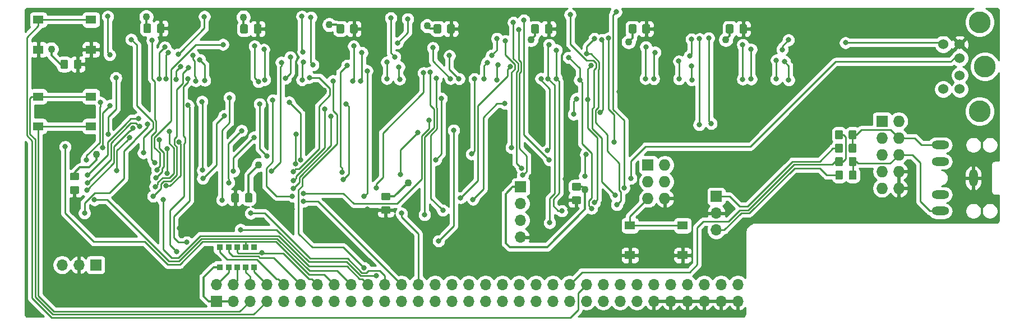
<source format=gbr>
G04 #@! TF.GenerationSoftware,KiCad,Pcbnew,5.1.5+dfsg1-2*
G04 #@! TF.CreationDate,2020-02-18T22:18:07+02:00*
G04 #@! TF.ProjectId,zxkbd,7a786b62-642e-46b6-9963-61645f706362,rev?*
G04 #@! TF.SameCoordinates,Original*
G04 #@! TF.FileFunction,Copper,L2,Bot*
G04 #@! TF.FilePolarity,Positive*
%FSLAX46Y46*%
G04 Gerber Fmt 4.6, Leading zero omitted, Abs format (unit mm)*
G04 Created by KiCad (PCBNEW 5.1.5+dfsg1-2) date 2020-02-18 22:18:07*
%MOMM*%
%LPD*%
G04 APERTURE LIST*
%ADD10O,1.308000X2.616000*%
%ADD11O,2.616000X1.308000*%
%ADD12C,0.100000*%
%ADD13O,1.700000X1.700000*%
%ADD14R,1.700000X1.700000*%
%ADD15R,1.727200X1.727200*%
%ADD16O,1.727200X1.727200*%
%ADD17R,0.900000X0.900000*%
%ADD18R,1.550000X1.300000*%
%ADD19C,3.300000*%
%ADD20C,1.524000*%
%ADD21C,0.800000*%
%ADD22C,1.100000*%
%ADD23C,0.320000*%
%ADD24C,0.250000*%
%ADD25C,0.254000*%
G04 APERTURE END LIST*
D10*
X222300000Y-129600000D03*
D11*
X217300000Y-124600000D03*
X217300000Y-127100000D03*
X217300000Y-132100000D03*
X217300000Y-134600000D03*
G04 #@! TA.AperFunction,SMDPad,CuDef*
D12*
G36*
X162854505Y-132386204D02*
G01*
X162878773Y-132389804D01*
X162902572Y-132395765D01*
X162925671Y-132404030D01*
X162947850Y-132414520D01*
X162968893Y-132427132D01*
X162988599Y-132441747D01*
X163006777Y-132458223D01*
X163023253Y-132476401D01*
X163037868Y-132496107D01*
X163050480Y-132517150D01*
X163060970Y-132539329D01*
X163069235Y-132562428D01*
X163075196Y-132586227D01*
X163078796Y-132610495D01*
X163080000Y-132634999D01*
X163080000Y-133285001D01*
X163078796Y-133309505D01*
X163075196Y-133333773D01*
X163069235Y-133357572D01*
X163060970Y-133380671D01*
X163050480Y-133402850D01*
X163037868Y-133423893D01*
X163023253Y-133443599D01*
X163006777Y-133461777D01*
X162988599Y-133478253D01*
X162968893Y-133492868D01*
X162947850Y-133505480D01*
X162925671Y-133515970D01*
X162902572Y-133524235D01*
X162878773Y-133530196D01*
X162854505Y-133533796D01*
X162830001Y-133535000D01*
X161929999Y-133535000D01*
X161905495Y-133533796D01*
X161881227Y-133530196D01*
X161857428Y-133524235D01*
X161834329Y-133515970D01*
X161812150Y-133505480D01*
X161791107Y-133492868D01*
X161771401Y-133478253D01*
X161753223Y-133461777D01*
X161736747Y-133443599D01*
X161722132Y-133423893D01*
X161709520Y-133402850D01*
X161699030Y-133380671D01*
X161690765Y-133357572D01*
X161684804Y-133333773D01*
X161681204Y-133309505D01*
X161680000Y-133285001D01*
X161680000Y-132634999D01*
X161681204Y-132610495D01*
X161684804Y-132586227D01*
X161690765Y-132562428D01*
X161699030Y-132539329D01*
X161709520Y-132517150D01*
X161722132Y-132496107D01*
X161736747Y-132476401D01*
X161753223Y-132458223D01*
X161771401Y-132441747D01*
X161791107Y-132427132D01*
X161812150Y-132414520D01*
X161834329Y-132404030D01*
X161857428Y-132395765D01*
X161881227Y-132389804D01*
X161905495Y-132386204D01*
X161929999Y-132385000D01*
X162830001Y-132385000D01*
X162854505Y-132386204D01*
G37*
G04 #@! TD.AperFunction*
G04 #@! TA.AperFunction,SMDPad,CuDef*
G36*
X162854505Y-130336204D02*
G01*
X162878773Y-130339804D01*
X162902572Y-130345765D01*
X162925671Y-130354030D01*
X162947850Y-130364520D01*
X162968893Y-130377132D01*
X162988599Y-130391747D01*
X163006777Y-130408223D01*
X163023253Y-130426401D01*
X163037868Y-130446107D01*
X163050480Y-130467150D01*
X163060970Y-130489329D01*
X163069235Y-130512428D01*
X163075196Y-130536227D01*
X163078796Y-130560495D01*
X163080000Y-130584999D01*
X163080000Y-131235001D01*
X163078796Y-131259505D01*
X163075196Y-131283773D01*
X163069235Y-131307572D01*
X163060970Y-131330671D01*
X163050480Y-131352850D01*
X163037868Y-131373893D01*
X163023253Y-131393599D01*
X163006777Y-131411777D01*
X162988599Y-131428253D01*
X162968893Y-131442868D01*
X162947850Y-131455480D01*
X162925671Y-131465970D01*
X162902572Y-131474235D01*
X162878773Y-131480196D01*
X162854505Y-131483796D01*
X162830001Y-131485000D01*
X161929999Y-131485000D01*
X161905495Y-131483796D01*
X161881227Y-131480196D01*
X161857428Y-131474235D01*
X161834329Y-131465970D01*
X161812150Y-131455480D01*
X161791107Y-131442868D01*
X161771401Y-131428253D01*
X161753223Y-131411777D01*
X161736747Y-131393599D01*
X161722132Y-131373893D01*
X161709520Y-131352850D01*
X161699030Y-131330671D01*
X161690765Y-131307572D01*
X161684804Y-131283773D01*
X161681204Y-131259505D01*
X161680000Y-131235001D01*
X161680000Y-130584999D01*
X161681204Y-130560495D01*
X161684804Y-130536227D01*
X161690765Y-130512428D01*
X161699030Y-130489329D01*
X161709520Y-130467150D01*
X161722132Y-130446107D01*
X161736747Y-130426401D01*
X161753223Y-130408223D01*
X161771401Y-130391747D01*
X161791107Y-130377132D01*
X161812150Y-130364520D01*
X161834329Y-130354030D01*
X161857428Y-130345765D01*
X161881227Y-130339804D01*
X161905495Y-130336204D01*
X161929999Y-130335000D01*
X162830001Y-130335000D01*
X162854505Y-130336204D01*
G37*
G04 #@! TD.AperFunction*
G04 #@! TA.AperFunction,SMDPad,CuDef*
G36*
X87439505Y-111671204D02*
G01*
X87463773Y-111674804D01*
X87487572Y-111680765D01*
X87510671Y-111689030D01*
X87532850Y-111699520D01*
X87553893Y-111712132D01*
X87573599Y-111726747D01*
X87591777Y-111743223D01*
X87608253Y-111761401D01*
X87622868Y-111781107D01*
X87635480Y-111802150D01*
X87645970Y-111824329D01*
X87654235Y-111847428D01*
X87660196Y-111871227D01*
X87663796Y-111895495D01*
X87665000Y-111919999D01*
X87665000Y-112820001D01*
X87663796Y-112844505D01*
X87660196Y-112868773D01*
X87654235Y-112892572D01*
X87645970Y-112915671D01*
X87635480Y-112937850D01*
X87622868Y-112958893D01*
X87608253Y-112978599D01*
X87591777Y-112996777D01*
X87573599Y-113013253D01*
X87553893Y-113027868D01*
X87532850Y-113040480D01*
X87510671Y-113050970D01*
X87487572Y-113059235D01*
X87463773Y-113065196D01*
X87439505Y-113068796D01*
X87415001Y-113070000D01*
X86764999Y-113070000D01*
X86740495Y-113068796D01*
X86716227Y-113065196D01*
X86692428Y-113059235D01*
X86669329Y-113050970D01*
X86647150Y-113040480D01*
X86626107Y-113027868D01*
X86606401Y-113013253D01*
X86588223Y-112996777D01*
X86571747Y-112978599D01*
X86557132Y-112958893D01*
X86544520Y-112937850D01*
X86534030Y-112915671D01*
X86525765Y-112892572D01*
X86519804Y-112868773D01*
X86516204Y-112844505D01*
X86515000Y-112820001D01*
X86515000Y-111919999D01*
X86516204Y-111895495D01*
X86519804Y-111871227D01*
X86525765Y-111847428D01*
X86534030Y-111824329D01*
X86544520Y-111802150D01*
X86557132Y-111781107D01*
X86571747Y-111761401D01*
X86588223Y-111743223D01*
X86606401Y-111726747D01*
X86626107Y-111712132D01*
X86647150Y-111699520D01*
X86669329Y-111689030D01*
X86692428Y-111680765D01*
X86716227Y-111674804D01*
X86740495Y-111671204D01*
X86764999Y-111670000D01*
X87415001Y-111670000D01*
X87439505Y-111671204D01*
G37*
G04 #@! TD.AperFunction*
G04 #@! TA.AperFunction,SMDPad,CuDef*
G36*
X85389505Y-111671204D02*
G01*
X85413773Y-111674804D01*
X85437572Y-111680765D01*
X85460671Y-111689030D01*
X85482850Y-111699520D01*
X85503893Y-111712132D01*
X85523599Y-111726747D01*
X85541777Y-111743223D01*
X85558253Y-111761401D01*
X85572868Y-111781107D01*
X85585480Y-111802150D01*
X85595970Y-111824329D01*
X85604235Y-111847428D01*
X85610196Y-111871227D01*
X85613796Y-111895495D01*
X85615000Y-111919999D01*
X85615000Y-112820001D01*
X85613796Y-112844505D01*
X85610196Y-112868773D01*
X85604235Y-112892572D01*
X85595970Y-112915671D01*
X85585480Y-112937850D01*
X85572868Y-112958893D01*
X85558253Y-112978599D01*
X85541777Y-112996777D01*
X85523599Y-113013253D01*
X85503893Y-113027868D01*
X85482850Y-113040480D01*
X85460671Y-113050970D01*
X85437572Y-113059235D01*
X85413773Y-113065196D01*
X85389505Y-113068796D01*
X85365001Y-113070000D01*
X84714999Y-113070000D01*
X84690495Y-113068796D01*
X84666227Y-113065196D01*
X84642428Y-113059235D01*
X84619329Y-113050970D01*
X84597150Y-113040480D01*
X84576107Y-113027868D01*
X84556401Y-113013253D01*
X84538223Y-112996777D01*
X84521747Y-112978599D01*
X84507132Y-112958893D01*
X84494520Y-112937850D01*
X84484030Y-112915671D01*
X84475765Y-112892572D01*
X84469804Y-112868773D01*
X84466204Y-112844505D01*
X84465000Y-112820001D01*
X84465000Y-111919999D01*
X84466204Y-111895495D01*
X84469804Y-111871227D01*
X84475765Y-111847428D01*
X84484030Y-111824329D01*
X84494520Y-111802150D01*
X84507132Y-111781107D01*
X84521747Y-111761401D01*
X84538223Y-111743223D01*
X84556401Y-111726747D01*
X84576107Y-111712132D01*
X84597150Y-111699520D01*
X84619329Y-111689030D01*
X84642428Y-111680765D01*
X84666227Y-111674804D01*
X84690495Y-111671204D01*
X84714999Y-111670000D01*
X85365001Y-111670000D01*
X85389505Y-111671204D01*
G37*
G04 #@! TD.AperFunction*
G04 #@! TA.AperFunction,SMDPad,CuDef*
G36*
X97919505Y-106241204D02*
G01*
X97943773Y-106244804D01*
X97967572Y-106250765D01*
X97990671Y-106259030D01*
X98012850Y-106269520D01*
X98033893Y-106282132D01*
X98053599Y-106296747D01*
X98071777Y-106313223D01*
X98088253Y-106331401D01*
X98102868Y-106351107D01*
X98115480Y-106372150D01*
X98125970Y-106394329D01*
X98134235Y-106417428D01*
X98140196Y-106441227D01*
X98143796Y-106465495D01*
X98145000Y-106489999D01*
X98145000Y-107390001D01*
X98143796Y-107414505D01*
X98140196Y-107438773D01*
X98134235Y-107462572D01*
X98125970Y-107485671D01*
X98115480Y-107507850D01*
X98102868Y-107528893D01*
X98088253Y-107548599D01*
X98071777Y-107566777D01*
X98053599Y-107583253D01*
X98033893Y-107597868D01*
X98012850Y-107610480D01*
X97990671Y-107620970D01*
X97967572Y-107629235D01*
X97943773Y-107635196D01*
X97919505Y-107638796D01*
X97895001Y-107640000D01*
X97244999Y-107640000D01*
X97220495Y-107638796D01*
X97196227Y-107635196D01*
X97172428Y-107629235D01*
X97149329Y-107620970D01*
X97127150Y-107610480D01*
X97106107Y-107597868D01*
X97086401Y-107583253D01*
X97068223Y-107566777D01*
X97051747Y-107548599D01*
X97037132Y-107528893D01*
X97024520Y-107507850D01*
X97014030Y-107485671D01*
X97005765Y-107462572D01*
X96999804Y-107438773D01*
X96996204Y-107414505D01*
X96995000Y-107390001D01*
X96995000Y-106489999D01*
X96996204Y-106465495D01*
X96999804Y-106441227D01*
X97005765Y-106417428D01*
X97014030Y-106394329D01*
X97024520Y-106372150D01*
X97037132Y-106351107D01*
X97051747Y-106331401D01*
X97068223Y-106313223D01*
X97086401Y-106296747D01*
X97106107Y-106282132D01*
X97127150Y-106269520D01*
X97149329Y-106259030D01*
X97172428Y-106250765D01*
X97196227Y-106244804D01*
X97220495Y-106241204D01*
X97244999Y-106240000D01*
X97895001Y-106240000D01*
X97919505Y-106241204D01*
G37*
G04 #@! TD.AperFunction*
G04 #@! TA.AperFunction,SMDPad,CuDef*
G36*
X99969505Y-106241204D02*
G01*
X99993773Y-106244804D01*
X100017572Y-106250765D01*
X100040671Y-106259030D01*
X100062850Y-106269520D01*
X100083893Y-106282132D01*
X100103599Y-106296747D01*
X100121777Y-106313223D01*
X100138253Y-106331401D01*
X100152868Y-106351107D01*
X100165480Y-106372150D01*
X100175970Y-106394329D01*
X100184235Y-106417428D01*
X100190196Y-106441227D01*
X100193796Y-106465495D01*
X100195000Y-106489999D01*
X100195000Y-107390001D01*
X100193796Y-107414505D01*
X100190196Y-107438773D01*
X100184235Y-107462572D01*
X100175970Y-107485671D01*
X100165480Y-107507850D01*
X100152868Y-107528893D01*
X100138253Y-107548599D01*
X100121777Y-107566777D01*
X100103599Y-107583253D01*
X100083893Y-107597868D01*
X100062850Y-107610480D01*
X100040671Y-107620970D01*
X100017572Y-107629235D01*
X99993773Y-107635196D01*
X99969505Y-107638796D01*
X99945001Y-107640000D01*
X99294999Y-107640000D01*
X99270495Y-107638796D01*
X99246227Y-107635196D01*
X99222428Y-107629235D01*
X99199329Y-107620970D01*
X99177150Y-107610480D01*
X99156107Y-107597868D01*
X99136401Y-107583253D01*
X99118223Y-107566777D01*
X99101747Y-107548599D01*
X99087132Y-107528893D01*
X99074520Y-107507850D01*
X99064030Y-107485671D01*
X99055765Y-107462572D01*
X99049804Y-107438773D01*
X99046204Y-107414505D01*
X99045000Y-107390001D01*
X99045000Y-106489999D01*
X99046204Y-106465495D01*
X99049804Y-106441227D01*
X99055765Y-106417428D01*
X99064030Y-106394329D01*
X99074520Y-106372150D01*
X99087132Y-106351107D01*
X99101747Y-106331401D01*
X99118223Y-106313223D01*
X99136401Y-106296747D01*
X99156107Y-106282132D01*
X99177150Y-106269520D01*
X99199329Y-106259030D01*
X99222428Y-106250765D01*
X99246227Y-106244804D01*
X99270495Y-106241204D01*
X99294999Y-106240000D01*
X99945001Y-106240000D01*
X99969505Y-106241204D01*
G37*
G04 #@! TD.AperFunction*
G04 #@! TA.AperFunction,SMDPad,CuDef*
G36*
X114599505Y-106311204D02*
G01*
X114623773Y-106314804D01*
X114647572Y-106320765D01*
X114670671Y-106329030D01*
X114692850Y-106339520D01*
X114713893Y-106352132D01*
X114733599Y-106366747D01*
X114751777Y-106383223D01*
X114768253Y-106401401D01*
X114782868Y-106421107D01*
X114795480Y-106442150D01*
X114805970Y-106464329D01*
X114814235Y-106487428D01*
X114820196Y-106511227D01*
X114823796Y-106535495D01*
X114825000Y-106559999D01*
X114825000Y-107460001D01*
X114823796Y-107484505D01*
X114820196Y-107508773D01*
X114814235Y-107532572D01*
X114805970Y-107555671D01*
X114795480Y-107577850D01*
X114782868Y-107598893D01*
X114768253Y-107618599D01*
X114751777Y-107636777D01*
X114733599Y-107653253D01*
X114713893Y-107667868D01*
X114692850Y-107680480D01*
X114670671Y-107690970D01*
X114647572Y-107699235D01*
X114623773Y-107705196D01*
X114599505Y-107708796D01*
X114575001Y-107710000D01*
X113924999Y-107710000D01*
X113900495Y-107708796D01*
X113876227Y-107705196D01*
X113852428Y-107699235D01*
X113829329Y-107690970D01*
X113807150Y-107680480D01*
X113786107Y-107667868D01*
X113766401Y-107653253D01*
X113748223Y-107636777D01*
X113731747Y-107618599D01*
X113717132Y-107598893D01*
X113704520Y-107577850D01*
X113694030Y-107555671D01*
X113685765Y-107532572D01*
X113679804Y-107508773D01*
X113676204Y-107484505D01*
X113675000Y-107460001D01*
X113675000Y-106559999D01*
X113676204Y-106535495D01*
X113679804Y-106511227D01*
X113685765Y-106487428D01*
X113694030Y-106464329D01*
X113704520Y-106442150D01*
X113717132Y-106421107D01*
X113731747Y-106401401D01*
X113748223Y-106383223D01*
X113766401Y-106366747D01*
X113786107Y-106352132D01*
X113807150Y-106339520D01*
X113829329Y-106329030D01*
X113852428Y-106320765D01*
X113876227Y-106314804D01*
X113900495Y-106311204D01*
X113924999Y-106310000D01*
X114575001Y-106310000D01*
X114599505Y-106311204D01*
G37*
G04 #@! TD.AperFunction*
G04 #@! TA.AperFunction,SMDPad,CuDef*
G36*
X112549505Y-106311204D02*
G01*
X112573773Y-106314804D01*
X112597572Y-106320765D01*
X112620671Y-106329030D01*
X112642850Y-106339520D01*
X112663893Y-106352132D01*
X112683599Y-106366747D01*
X112701777Y-106383223D01*
X112718253Y-106401401D01*
X112732868Y-106421107D01*
X112745480Y-106442150D01*
X112755970Y-106464329D01*
X112764235Y-106487428D01*
X112770196Y-106511227D01*
X112773796Y-106535495D01*
X112775000Y-106559999D01*
X112775000Y-107460001D01*
X112773796Y-107484505D01*
X112770196Y-107508773D01*
X112764235Y-107532572D01*
X112755970Y-107555671D01*
X112745480Y-107577850D01*
X112732868Y-107598893D01*
X112718253Y-107618599D01*
X112701777Y-107636777D01*
X112683599Y-107653253D01*
X112663893Y-107667868D01*
X112642850Y-107680480D01*
X112620671Y-107690970D01*
X112597572Y-107699235D01*
X112573773Y-107705196D01*
X112549505Y-107708796D01*
X112525001Y-107710000D01*
X111874999Y-107710000D01*
X111850495Y-107708796D01*
X111826227Y-107705196D01*
X111802428Y-107699235D01*
X111779329Y-107690970D01*
X111757150Y-107680480D01*
X111736107Y-107667868D01*
X111716401Y-107653253D01*
X111698223Y-107636777D01*
X111681747Y-107618599D01*
X111667132Y-107598893D01*
X111654520Y-107577850D01*
X111644030Y-107555671D01*
X111635765Y-107532572D01*
X111629804Y-107508773D01*
X111626204Y-107484505D01*
X111625000Y-107460001D01*
X111625000Y-106559999D01*
X111626204Y-106535495D01*
X111629804Y-106511227D01*
X111635765Y-106487428D01*
X111644030Y-106464329D01*
X111654520Y-106442150D01*
X111667132Y-106421107D01*
X111681747Y-106401401D01*
X111698223Y-106383223D01*
X111716401Y-106366747D01*
X111736107Y-106352132D01*
X111757150Y-106339520D01*
X111779329Y-106329030D01*
X111802428Y-106320765D01*
X111826227Y-106314804D01*
X111850495Y-106311204D01*
X111874999Y-106310000D01*
X112525001Y-106310000D01*
X112549505Y-106311204D01*
G37*
G04 #@! TD.AperFunction*
G04 #@! TA.AperFunction,SMDPad,CuDef*
G36*
X127089505Y-106301204D02*
G01*
X127113773Y-106304804D01*
X127137572Y-106310765D01*
X127160671Y-106319030D01*
X127182850Y-106329520D01*
X127203893Y-106342132D01*
X127223599Y-106356747D01*
X127241777Y-106373223D01*
X127258253Y-106391401D01*
X127272868Y-106411107D01*
X127285480Y-106432150D01*
X127295970Y-106454329D01*
X127304235Y-106477428D01*
X127310196Y-106501227D01*
X127313796Y-106525495D01*
X127315000Y-106549999D01*
X127315000Y-107450001D01*
X127313796Y-107474505D01*
X127310196Y-107498773D01*
X127304235Y-107522572D01*
X127295970Y-107545671D01*
X127285480Y-107567850D01*
X127272868Y-107588893D01*
X127258253Y-107608599D01*
X127241777Y-107626777D01*
X127223599Y-107643253D01*
X127203893Y-107657868D01*
X127182850Y-107670480D01*
X127160671Y-107680970D01*
X127137572Y-107689235D01*
X127113773Y-107695196D01*
X127089505Y-107698796D01*
X127065001Y-107700000D01*
X126414999Y-107700000D01*
X126390495Y-107698796D01*
X126366227Y-107695196D01*
X126342428Y-107689235D01*
X126319329Y-107680970D01*
X126297150Y-107670480D01*
X126276107Y-107657868D01*
X126256401Y-107643253D01*
X126238223Y-107626777D01*
X126221747Y-107608599D01*
X126207132Y-107588893D01*
X126194520Y-107567850D01*
X126184030Y-107545671D01*
X126175765Y-107522572D01*
X126169804Y-107498773D01*
X126166204Y-107474505D01*
X126165000Y-107450001D01*
X126165000Y-106549999D01*
X126166204Y-106525495D01*
X126169804Y-106501227D01*
X126175765Y-106477428D01*
X126184030Y-106454329D01*
X126194520Y-106432150D01*
X126207132Y-106411107D01*
X126221747Y-106391401D01*
X126238223Y-106373223D01*
X126256401Y-106356747D01*
X126276107Y-106342132D01*
X126297150Y-106329520D01*
X126319329Y-106319030D01*
X126342428Y-106310765D01*
X126366227Y-106304804D01*
X126390495Y-106301204D01*
X126414999Y-106300000D01*
X127065001Y-106300000D01*
X127089505Y-106301204D01*
G37*
G04 #@! TD.AperFunction*
G04 #@! TA.AperFunction,SMDPad,CuDef*
G36*
X129139505Y-106301204D02*
G01*
X129163773Y-106304804D01*
X129187572Y-106310765D01*
X129210671Y-106319030D01*
X129232850Y-106329520D01*
X129253893Y-106342132D01*
X129273599Y-106356747D01*
X129291777Y-106373223D01*
X129308253Y-106391401D01*
X129322868Y-106411107D01*
X129335480Y-106432150D01*
X129345970Y-106454329D01*
X129354235Y-106477428D01*
X129360196Y-106501227D01*
X129363796Y-106525495D01*
X129365000Y-106549999D01*
X129365000Y-107450001D01*
X129363796Y-107474505D01*
X129360196Y-107498773D01*
X129354235Y-107522572D01*
X129345970Y-107545671D01*
X129335480Y-107567850D01*
X129322868Y-107588893D01*
X129308253Y-107608599D01*
X129291777Y-107626777D01*
X129273599Y-107643253D01*
X129253893Y-107657868D01*
X129232850Y-107670480D01*
X129210671Y-107680970D01*
X129187572Y-107689235D01*
X129163773Y-107695196D01*
X129139505Y-107698796D01*
X129115001Y-107700000D01*
X128464999Y-107700000D01*
X128440495Y-107698796D01*
X128416227Y-107695196D01*
X128392428Y-107689235D01*
X128369329Y-107680970D01*
X128347150Y-107670480D01*
X128326107Y-107657868D01*
X128306401Y-107643253D01*
X128288223Y-107626777D01*
X128271747Y-107608599D01*
X128257132Y-107588893D01*
X128244520Y-107567850D01*
X128234030Y-107545671D01*
X128225765Y-107522572D01*
X128219804Y-107498773D01*
X128216204Y-107474505D01*
X128215000Y-107450001D01*
X128215000Y-106549999D01*
X128216204Y-106525495D01*
X128219804Y-106501227D01*
X128225765Y-106477428D01*
X128234030Y-106454329D01*
X128244520Y-106432150D01*
X128257132Y-106411107D01*
X128271747Y-106391401D01*
X128288223Y-106373223D01*
X128306401Y-106356747D01*
X128326107Y-106342132D01*
X128347150Y-106329520D01*
X128369329Y-106319030D01*
X128392428Y-106310765D01*
X128416227Y-106304804D01*
X128440495Y-106301204D01*
X128464999Y-106300000D01*
X129115001Y-106300000D01*
X129139505Y-106301204D01*
G37*
G04 #@! TD.AperFunction*
G04 #@! TA.AperFunction,SMDPad,CuDef*
G36*
X141739505Y-106301204D02*
G01*
X141763773Y-106304804D01*
X141787572Y-106310765D01*
X141810671Y-106319030D01*
X141832850Y-106329520D01*
X141853893Y-106342132D01*
X141873599Y-106356747D01*
X141891777Y-106373223D01*
X141908253Y-106391401D01*
X141922868Y-106411107D01*
X141935480Y-106432150D01*
X141945970Y-106454329D01*
X141954235Y-106477428D01*
X141960196Y-106501227D01*
X141963796Y-106525495D01*
X141965000Y-106549999D01*
X141965000Y-107450001D01*
X141963796Y-107474505D01*
X141960196Y-107498773D01*
X141954235Y-107522572D01*
X141945970Y-107545671D01*
X141935480Y-107567850D01*
X141922868Y-107588893D01*
X141908253Y-107608599D01*
X141891777Y-107626777D01*
X141873599Y-107643253D01*
X141853893Y-107657868D01*
X141832850Y-107670480D01*
X141810671Y-107680970D01*
X141787572Y-107689235D01*
X141763773Y-107695196D01*
X141739505Y-107698796D01*
X141715001Y-107700000D01*
X141064999Y-107700000D01*
X141040495Y-107698796D01*
X141016227Y-107695196D01*
X140992428Y-107689235D01*
X140969329Y-107680970D01*
X140947150Y-107670480D01*
X140926107Y-107657868D01*
X140906401Y-107643253D01*
X140888223Y-107626777D01*
X140871747Y-107608599D01*
X140857132Y-107588893D01*
X140844520Y-107567850D01*
X140834030Y-107545671D01*
X140825765Y-107522572D01*
X140819804Y-107498773D01*
X140816204Y-107474505D01*
X140815000Y-107450001D01*
X140815000Y-106549999D01*
X140816204Y-106525495D01*
X140819804Y-106501227D01*
X140825765Y-106477428D01*
X140834030Y-106454329D01*
X140844520Y-106432150D01*
X140857132Y-106411107D01*
X140871747Y-106391401D01*
X140888223Y-106373223D01*
X140906401Y-106356747D01*
X140926107Y-106342132D01*
X140947150Y-106329520D01*
X140969329Y-106319030D01*
X140992428Y-106310765D01*
X141016227Y-106304804D01*
X141040495Y-106301204D01*
X141064999Y-106300000D01*
X141715001Y-106300000D01*
X141739505Y-106301204D01*
G37*
G04 #@! TD.AperFunction*
G04 #@! TA.AperFunction,SMDPad,CuDef*
G36*
X143789505Y-106301204D02*
G01*
X143813773Y-106304804D01*
X143837572Y-106310765D01*
X143860671Y-106319030D01*
X143882850Y-106329520D01*
X143903893Y-106342132D01*
X143923599Y-106356747D01*
X143941777Y-106373223D01*
X143958253Y-106391401D01*
X143972868Y-106411107D01*
X143985480Y-106432150D01*
X143995970Y-106454329D01*
X144004235Y-106477428D01*
X144010196Y-106501227D01*
X144013796Y-106525495D01*
X144015000Y-106549999D01*
X144015000Y-107450001D01*
X144013796Y-107474505D01*
X144010196Y-107498773D01*
X144004235Y-107522572D01*
X143995970Y-107545671D01*
X143985480Y-107567850D01*
X143972868Y-107588893D01*
X143958253Y-107608599D01*
X143941777Y-107626777D01*
X143923599Y-107643253D01*
X143903893Y-107657868D01*
X143882850Y-107670480D01*
X143860671Y-107680970D01*
X143837572Y-107689235D01*
X143813773Y-107695196D01*
X143789505Y-107698796D01*
X143765001Y-107700000D01*
X143114999Y-107700000D01*
X143090495Y-107698796D01*
X143066227Y-107695196D01*
X143042428Y-107689235D01*
X143019329Y-107680970D01*
X142997150Y-107670480D01*
X142976107Y-107657868D01*
X142956401Y-107643253D01*
X142938223Y-107626777D01*
X142921747Y-107608599D01*
X142907132Y-107588893D01*
X142894520Y-107567850D01*
X142884030Y-107545671D01*
X142875765Y-107522572D01*
X142869804Y-107498773D01*
X142866204Y-107474505D01*
X142865000Y-107450001D01*
X142865000Y-106549999D01*
X142866204Y-106525495D01*
X142869804Y-106501227D01*
X142875765Y-106477428D01*
X142884030Y-106454329D01*
X142894520Y-106432150D01*
X142907132Y-106411107D01*
X142921747Y-106391401D01*
X142938223Y-106373223D01*
X142956401Y-106356747D01*
X142976107Y-106342132D01*
X142997150Y-106329520D01*
X143019329Y-106319030D01*
X143042428Y-106310765D01*
X143066227Y-106304804D01*
X143090495Y-106301204D01*
X143114999Y-106300000D01*
X143765001Y-106300000D01*
X143789505Y-106301204D01*
G37*
G04 #@! TD.AperFunction*
G04 #@! TA.AperFunction,SMDPad,CuDef*
G36*
X156479505Y-106321204D02*
G01*
X156503773Y-106324804D01*
X156527572Y-106330765D01*
X156550671Y-106339030D01*
X156572850Y-106349520D01*
X156593893Y-106362132D01*
X156613599Y-106376747D01*
X156631777Y-106393223D01*
X156648253Y-106411401D01*
X156662868Y-106431107D01*
X156675480Y-106452150D01*
X156685970Y-106474329D01*
X156694235Y-106497428D01*
X156700196Y-106521227D01*
X156703796Y-106545495D01*
X156705000Y-106569999D01*
X156705000Y-107470001D01*
X156703796Y-107494505D01*
X156700196Y-107518773D01*
X156694235Y-107542572D01*
X156685970Y-107565671D01*
X156675480Y-107587850D01*
X156662868Y-107608893D01*
X156648253Y-107628599D01*
X156631777Y-107646777D01*
X156613599Y-107663253D01*
X156593893Y-107677868D01*
X156572850Y-107690480D01*
X156550671Y-107700970D01*
X156527572Y-107709235D01*
X156503773Y-107715196D01*
X156479505Y-107718796D01*
X156455001Y-107720000D01*
X155804999Y-107720000D01*
X155780495Y-107718796D01*
X155756227Y-107715196D01*
X155732428Y-107709235D01*
X155709329Y-107700970D01*
X155687150Y-107690480D01*
X155666107Y-107677868D01*
X155646401Y-107663253D01*
X155628223Y-107646777D01*
X155611747Y-107628599D01*
X155597132Y-107608893D01*
X155584520Y-107587850D01*
X155574030Y-107565671D01*
X155565765Y-107542572D01*
X155559804Y-107518773D01*
X155556204Y-107494505D01*
X155555000Y-107470001D01*
X155555000Y-106569999D01*
X155556204Y-106545495D01*
X155559804Y-106521227D01*
X155565765Y-106497428D01*
X155574030Y-106474329D01*
X155584520Y-106452150D01*
X155597132Y-106431107D01*
X155611747Y-106411401D01*
X155628223Y-106393223D01*
X155646401Y-106376747D01*
X155666107Y-106362132D01*
X155687150Y-106349520D01*
X155709329Y-106339030D01*
X155732428Y-106330765D01*
X155756227Y-106324804D01*
X155780495Y-106321204D01*
X155804999Y-106320000D01*
X156455001Y-106320000D01*
X156479505Y-106321204D01*
G37*
G04 #@! TD.AperFunction*
G04 #@! TA.AperFunction,SMDPad,CuDef*
G36*
X158529505Y-106321204D02*
G01*
X158553773Y-106324804D01*
X158577572Y-106330765D01*
X158600671Y-106339030D01*
X158622850Y-106349520D01*
X158643893Y-106362132D01*
X158663599Y-106376747D01*
X158681777Y-106393223D01*
X158698253Y-106411401D01*
X158712868Y-106431107D01*
X158725480Y-106452150D01*
X158735970Y-106474329D01*
X158744235Y-106497428D01*
X158750196Y-106521227D01*
X158753796Y-106545495D01*
X158755000Y-106569999D01*
X158755000Y-107470001D01*
X158753796Y-107494505D01*
X158750196Y-107518773D01*
X158744235Y-107542572D01*
X158735970Y-107565671D01*
X158725480Y-107587850D01*
X158712868Y-107608893D01*
X158698253Y-107628599D01*
X158681777Y-107646777D01*
X158663599Y-107663253D01*
X158643893Y-107677868D01*
X158622850Y-107690480D01*
X158600671Y-107700970D01*
X158577572Y-107709235D01*
X158553773Y-107715196D01*
X158529505Y-107718796D01*
X158505001Y-107720000D01*
X157854999Y-107720000D01*
X157830495Y-107718796D01*
X157806227Y-107715196D01*
X157782428Y-107709235D01*
X157759329Y-107700970D01*
X157737150Y-107690480D01*
X157716107Y-107677868D01*
X157696401Y-107663253D01*
X157678223Y-107646777D01*
X157661747Y-107628599D01*
X157647132Y-107608893D01*
X157634520Y-107587850D01*
X157624030Y-107565671D01*
X157615765Y-107542572D01*
X157609804Y-107518773D01*
X157606204Y-107494505D01*
X157605000Y-107470001D01*
X157605000Y-106569999D01*
X157606204Y-106545495D01*
X157609804Y-106521227D01*
X157615765Y-106497428D01*
X157624030Y-106474329D01*
X157634520Y-106452150D01*
X157647132Y-106431107D01*
X157661747Y-106411401D01*
X157678223Y-106393223D01*
X157696401Y-106376747D01*
X157716107Y-106362132D01*
X157737150Y-106349520D01*
X157759329Y-106339030D01*
X157782428Y-106330765D01*
X157806227Y-106324804D01*
X157830495Y-106321204D01*
X157854999Y-106320000D01*
X158505001Y-106320000D01*
X158529505Y-106321204D01*
G37*
G04 #@! TD.AperFunction*
G04 #@! TA.AperFunction,SMDPad,CuDef*
G36*
X173254505Y-106301204D02*
G01*
X173278773Y-106304804D01*
X173302572Y-106310765D01*
X173325671Y-106319030D01*
X173347850Y-106329520D01*
X173368893Y-106342132D01*
X173388599Y-106356747D01*
X173406777Y-106373223D01*
X173423253Y-106391401D01*
X173437868Y-106411107D01*
X173450480Y-106432150D01*
X173460970Y-106454329D01*
X173469235Y-106477428D01*
X173475196Y-106501227D01*
X173478796Y-106525495D01*
X173480000Y-106549999D01*
X173480000Y-107450001D01*
X173478796Y-107474505D01*
X173475196Y-107498773D01*
X173469235Y-107522572D01*
X173460970Y-107545671D01*
X173450480Y-107567850D01*
X173437868Y-107588893D01*
X173423253Y-107608599D01*
X173406777Y-107626777D01*
X173388599Y-107643253D01*
X173368893Y-107657868D01*
X173347850Y-107670480D01*
X173325671Y-107680970D01*
X173302572Y-107689235D01*
X173278773Y-107695196D01*
X173254505Y-107698796D01*
X173230001Y-107700000D01*
X172579999Y-107700000D01*
X172555495Y-107698796D01*
X172531227Y-107695196D01*
X172507428Y-107689235D01*
X172484329Y-107680970D01*
X172462150Y-107670480D01*
X172441107Y-107657868D01*
X172421401Y-107643253D01*
X172403223Y-107626777D01*
X172386747Y-107608599D01*
X172372132Y-107588893D01*
X172359520Y-107567850D01*
X172349030Y-107545671D01*
X172340765Y-107522572D01*
X172334804Y-107498773D01*
X172331204Y-107474505D01*
X172330000Y-107450001D01*
X172330000Y-106549999D01*
X172331204Y-106525495D01*
X172334804Y-106501227D01*
X172340765Y-106477428D01*
X172349030Y-106454329D01*
X172359520Y-106432150D01*
X172372132Y-106411107D01*
X172386747Y-106391401D01*
X172403223Y-106373223D01*
X172421401Y-106356747D01*
X172441107Y-106342132D01*
X172462150Y-106329520D01*
X172484329Y-106319030D01*
X172507428Y-106310765D01*
X172531227Y-106304804D01*
X172555495Y-106301204D01*
X172579999Y-106300000D01*
X173230001Y-106300000D01*
X173254505Y-106301204D01*
G37*
G04 #@! TD.AperFunction*
G04 #@! TA.AperFunction,SMDPad,CuDef*
G36*
X171204505Y-106301204D02*
G01*
X171228773Y-106304804D01*
X171252572Y-106310765D01*
X171275671Y-106319030D01*
X171297850Y-106329520D01*
X171318893Y-106342132D01*
X171338599Y-106356747D01*
X171356777Y-106373223D01*
X171373253Y-106391401D01*
X171387868Y-106411107D01*
X171400480Y-106432150D01*
X171410970Y-106454329D01*
X171419235Y-106477428D01*
X171425196Y-106501227D01*
X171428796Y-106525495D01*
X171430000Y-106549999D01*
X171430000Y-107450001D01*
X171428796Y-107474505D01*
X171425196Y-107498773D01*
X171419235Y-107522572D01*
X171410970Y-107545671D01*
X171400480Y-107567850D01*
X171387868Y-107588893D01*
X171373253Y-107608599D01*
X171356777Y-107626777D01*
X171338599Y-107643253D01*
X171318893Y-107657868D01*
X171297850Y-107670480D01*
X171275671Y-107680970D01*
X171252572Y-107689235D01*
X171228773Y-107695196D01*
X171204505Y-107698796D01*
X171180001Y-107700000D01*
X170529999Y-107700000D01*
X170505495Y-107698796D01*
X170481227Y-107695196D01*
X170457428Y-107689235D01*
X170434329Y-107680970D01*
X170412150Y-107670480D01*
X170391107Y-107657868D01*
X170371401Y-107643253D01*
X170353223Y-107626777D01*
X170336747Y-107608599D01*
X170322132Y-107588893D01*
X170309520Y-107567850D01*
X170299030Y-107545671D01*
X170290765Y-107522572D01*
X170284804Y-107498773D01*
X170281204Y-107474505D01*
X170280000Y-107450001D01*
X170280000Y-106549999D01*
X170281204Y-106525495D01*
X170284804Y-106501227D01*
X170290765Y-106477428D01*
X170299030Y-106454329D01*
X170309520Y-106432150D01*
X170322132Y-106411107D01*
X170336747Y-106391401D01*
X170353223Y-106373223D01*
X170371401Y-106356747D01*
X170391107Y-106342132D01*
X170412150Y-106329520D01*
X170434329Y-106319030D01*
X170457428Y-106310765D01*
X170481227Y-106304804D01*
X170505495Y-106301204D01*
X170529999Y-106300000D01*
X171180001Y-106300000D01*
X171204505Y-106301204D01*
G37*
G04 #@! TD.AperFunction*
G04 #@! TA.AperFunction,SMDPad,CuDef*
G36*
X185859505Y-106311204D02*
G01*
X185883773Y-106314804D01*
X185907572Y-106320765D01*
X185930671Y-106329030D01*
X185952850Y-106339520D01*
X185973893Y-106352132D01*
X185993599Y-106366747D01*
X186011777Y-106383223D01*
X186028253Y-106401401D01*
X186042868Y-106421107D01*
X186055480Y-106442150D01*
X186065970Y-106464329D01*
X186074235Y-106487428D01*
X186080196Y-106511227D01*
X186083796Y-106535495D01*
X186085000Y-106559999D01*
X186085000Y-107460001D01*
X186083796Y-107484505D01*
X186080196Y-107508773D01*
X186074235Y-107532572D01*
X186065970Y-107555671D01*
X186055480Y-107577850D01*
X186042868Y-107598893D01*
X186028253Y-107618599D01*
X186011777Y-107636777D01*
X185993599Y-107653253D01*
X185973893Y-107667868D01*
X185952850Y-107680480D01*
X185930671Y-107690970D01*
X185907572Y-107699235D01*
X185883773Y-107705196D01*
X185859505Y-107708796D01*
X185835001Y-107710000D01*
X185184999Y-107710000D01*
X185160495Y-107708796D01*
X185136227Y-107705196D01*
X185112428Y-107699235D01*
X185089329Y-107690970D01*
X185067150Y-107680480D01*
X185046107Y-107667868D01*
X185026401Y-107653253D01*
X185008223Y-107636777D01*
X184991747Y-107618599D01*
X184977132Y-107598893D01*
X184964520Y-107577850D01*
X184954030Y-107555671D01*
X184945765Y-107532572D01*
X184939804Y-107508773D01*
X184936204Y-107484505D01*
X184935000Y-107460001D01*
X184935000Y-106559999D01*
X184936204Y-106535495D01*
X184939804Y-106511227D01*
X184945765Y-106487428D01*
X184954030Y-106464329D01*
X184964520Y-106442150D01*
X184977132Y-106421107D01*
X184991747Y-106401401D01*
X185008223Y-106383223D01*
X185026401Y-106366747D01*
X185046107Y-106352132D01*
X185067150Y-106339520D01*
X185089329Y-106329030D01*
X185112428Y-106320765D01*
X185136227Y-106314804D01*
X185160495Y-106311204D01*
X185184999Y-106310000D01*
X185835001Y-106310000D01*
X185859505Y-106311204D01*
G37*
G04 #@! TD.AperFunction*
G04 #@! TA.AperFunction,SMDPad,CuDef*
G36*
X187909505Y-106311204D02*
G01*
X187933773Y-106314804D01*
X187957572Y-106320765D01*
X187980671Y-106329030D01*
X188002850Y-106339520D01*
X188023893Y-106352132D01*
X188043599Y-106366747D01*
X188061777Y-106383223D01*
X188078253Y-106401401D01*
X188092868Y-106421107D01*
X188105480Y-106442150D01*
X188115970Y-106464329D01*
X188124235Y-106487428D01*
X188130196Y-106511227D01*
X188133796Y-106535495D01*
X188135000Y-106559999D01*
X188135000Y-107460001D01*
X188133796Y-107484505D01*
X188130196Y-107508773D01*
X188124235Y-107532572D01*
X188115970Y-107555671D01*
X188105480Y-107577850D01*
X188092868Y-107598893D01*
X188078253Y-107618599D01*
X188061777Y-107636777D01*
X188043599Y-107653253D01*
X188023893Y-107667868D01*
X188002850Y-107680480D01*
X187980671Y-107690970D01*
X187957572Y-107699235D01*
X187933773Y-107705196D01*
X187909505Y-107708796D01*
X187885001Y-107710000D01*
X187234999Y-107710000D01*
X187210495Y-107708796D01*
X187186227Y-107705196D01*
X187162428Y-107699235D01*
X187139329Y-107690970D01*
X187117150Y-107680480D01*
X187096107Y-107667868D01*
X187076401Y-107653253D01*
X187058223Y-107636777D01*
X187041747Y-107618599D01*
X187027132Y-107598893D01*
X187014520Y-107577850D01*
X187004030Y-107555671D01*
X186995765Y-107532572D01*
X186989804Y-107508773D01*
X186986204Y-107484505D01*
X186985000Y-107460001D01*
X186985000Y-106559999D01*
X186986204Y-106535495D01*
X186989804Y-106511227D01*
X186995765Y-106487428D01*
X187004030Y-106464329D01*
X187014520Y-106442150D01*
X187027132Y-106421107D01*
X187041747Y-106401401D01*
X187058223Y-106383223D01*
X187076401Y-106366747D01*
X187096107Y-106352132D01*
X187117150Y-106339520D01*
X187139329Y-106329030D01*
X187162428Y-106320765D01*
X187186227Y-106314804D01*
X187210495Y-106311204D01*
X187234999Y-106310000D01*
X187885001Y-106310000D01*
X187909505Y-106311204D01*
G37*
G04 #@! TD.AperFunction*
D13*
X84720000Y-142760000D03*
X87260000Y-142760000D03*
D14*
X89800000Y-142760000D03*
X183480000Y-132380000D03*
D13*
X183480000Y-134920000D03*
X183480000Y-137460000D03*
D15*
X208500000Y-121000000D03*
D16*
X211040000Y-121000000D03*
X208500000Y-123540000D03*
X211040000Y-123540000D03*
X208500000Y-126080000D03*
X211040000Y-126080000D03*
X208500000Y-128620000D03*
X211040000Y-128620000D03*
X208500000Y-131160000D03*
X211040000Y-131160000D03*
D14*
X153940000Y-130940000D03*
D13*
X153940000Y-133480000D03*
X153940000Y-136020000D03*
X153940000Y-138560000D03*
D15*
X173180000Y-127610000D03*
D16*
X175720000Y-127610000D03*
X173180000Y-130150000D03*
X175720000Y-130150000D03*
X173180000Y-132690000D03*
X175720000Y-132690000D03*
G04 #@! TA.AperFunction,SMDPad,CuDef*
D12*
G36*
X204439505Y-128471204D02*
G01*
X204463773Y-128474804D01*
X204487572Y-128480765D01*
X204510671Y-128489030D01*
X204532850Y-128499520D01*
X204553893Y-128512132D01*
X204573599Y-128526747D01*
X204591777Y-128543223D01*
X204608253Y-128561401D01*
X204622868Y-128581107D01*
X204635480Y-128602150D01*
X204645970Y-128624329D01*
X204654235Y-128647428D01*
X204660196Y-128671227D01*
X204663796Y-128695495D01*
X204665000Y-128719999D01*
X204665000Y-129620001D01*
X204663796Y-129644505D01*
X204660196Y-129668773D01*
X204654235Y-129692572D01*
X204645970Y-129715671D01*
X204635480Y-129737850D01*
X204622868Y-129758893D01*
X204608253Y-129778599D01*
X204591777Y-129796777D01*
X204573599Y-129813253D01*
X204553893Y-129827868D01*
X204532850Y-129840480D01*
X204510671Y-129850970D01*
X204487572Y-129859235D01*
X204463773Y-129865196D01*
X204439505Y-129868796D01*
X204415001Y-129870000D01*
X203764999Y-129870000D01*
X203740495Y-129868796D01*
X203716227Y-129865196D01*
X203692428Y-129859235D01*
X203669329Y-129850970D01*
X203647150Y-129840480D01*
X203626107Y-129827868D01*
X203606401Y-129813253D01*
X203588223Y-129796777D01*
X203571747Y-129778599D01*
X203557132Y-129758893D01*
X203544520Y-129737850D01*
X203534030Y-129715671D01*
X203525765Y-129692572D01*
X203519804Y-129668773D01*
X203516204Y-129644505D01*
X203515000Y-129620001D01*
X203515000Y-128719999D01*
X203516204Y-128695495D01*
X203519804Y-128671227D01*
X203525765Y-128647428D01*
X203534030Y-128624329D01*
X203544520Y-128602150D01*
X203557132Y-128581107D01*
X203571747Y-128561401D01*
X203588223Y-128543223D01*
X203606401Y-128526747D01*
X203626107Y-128512132D01*
X203647150Y-128499520D01*
X203669329Y-128489030D01*
X203692428Y-128480765D01*
X203716227Y-128474804D01*
X203740495Y-128471204D01*
X203764999Y-128470000D01*
X204415001Y-128470000D01*
X204439505Y-128471204D01*
G37*
G04 #@! TD.AperFunction*
G04 #@! TA.AperFunction,SMDPad,CuDef*
G36*
X202389505Y-128471204D02*
G01*
X202413773Y-128474804D01*
X202437572Y-128480765D01*
X202460671Y-128489030D01*
X202482850Y-128499520D01*
X202503893Y-128512132D01*
X202523599Y-128526747D01*
X202541777Y-128543223D01*
X202558253Y-128561401D01*
X202572868Y-128581107D01*
X202585480Y-128602150D01*
X202595970Y-128624329D01*
X202604235Y-128647428D01*
X202610196Y-128671227D01*
X202613796Y-128695495D01*
X202615000Y-128719999D01*
X202615000Y-129620001D01*
X202613796Y-129644505D01*
X202610196Y-129668773D01*
X202604235Y-129692572D01*
X202595970Y-129715671D01*
X202585480Y-129737850D01*
X202572868Y-129758893D01*
X202558253Y-129778599D01*
X202541777Y-129796777D01*
X202523599Y-129813253D01*
X202503893Y-129827868D01*
X202482850Y-129840480D01*
X202460671Y-129850970D01*
X202437572Y-129859235D01*
X202413773Y-129865196D01*
X202389505Y-129868796D01*
X202365001Y-129870000D01*
X201714999Y-129870000D01*
X201690495Y-129868796D01*
X201666227Y-129865196D01*
X201642428Y-129859235D01*
X201619329Y-129850970D01*
X201597150Y-129840480D01*
X201576107Y-129827868D01*
X201556401Y-129813253D01*
X201538223Y-129796777D01*
X201521747Y-129778599D01*
X201507132Y-129758893D01*
X201494520Y-129737850D01*
X201484030Y-129715671D01*
X201475765Y-129692572D01*
X201469804Y-129668773D01*
X201466204Y-129644505D01*
X201465000Y-129620001D01*
X201465000Y-128719999D01*
X201466204Y-128695495D01*
X201469804Y-128671227D01*
X201475765Y-128647428D01*
X201484030Y-128624329D01*
X201494520Y-128602150D01*
X201507132Y-128581107D01*
X201521747Y-128561401D01*
X201538223Y-128543223D01*
X201556401Y-128526747D01*
X201576107Y-128512132D01*
X201597150Y-128499520D01*
X201619329Y-128489030D01*
X201642428Y-128480765D01*
X201666227Y-128474804D01*
X201690495Y-128471204D01*
X201714999Y-128470000D01*
X202365001Y-128470000D01*
X202389505Y-128471204D01*
G37*
G04 #@! TD.AperFunction*
G04 #@! TA.AperFunction,SMDPad,CuDef*
G36*
X202359505Y-124381204D02*
G01*
X202383773Y-124384804D01*
X202407572Y-124390765D01*
X202430671Y-124399030D01*
X202452850Y-124409520D01*
X202473893Y-124422132D01*
X202493599Y-124436747D01*
X202511777Y-124453223D01*
X202528253Y-124471401D01*
X202542868Y-124491107D01*
X202555480Y-124512150D01*
X202565970Y-124534329D01*
X202574235Y-124557428D01*
X202580196Y-124581227D01*
X202583796Y-124605495D01*
X202585000Y-124629999D01*
X202585000Y-125530001D01*
X202583796Y-125554505D01*
X202580196Y-125578773D01*
X202574235Y-125602572D01*
X202565970Y-125625671D01*
X202555480Y-125647850D01*
X202542868Y-125668893D01*
X202528253Y-125688599D01*
X202511777Y-125706777D01*
X202493599Y-125723253D01*
X202473893Y-125737868D01*
X202452850Y-125750480D01*
X202430671Y-125760970D01*
X202407572Y-125769235D01*
X202383773Y-125775196D01*
X202359505Y-125778796D01*
X202335001Y-125780000D01*
X201684999Y-125780000D01*
X201660495Y-125778796D01*
X201636227Y-125775196D01*
X201612428Y-125769235D01*
X201589329Y-125760970D01*
X201567150Y-125750480D01*
X201546107Y-125737868D01*
X201526401Y-125723253D01*
X201508223Y-125706777D01*
X201491747Y-125688599D01*
X201477132Y-125668893D01*
X201464520Y-125647850D01*
X201454030Y-125625671D01*
X201445765Y-125602572D01*
X201439804Y-125578773D01*
X201436204Y-125554505D01*
X201435000Y-125530001D01*
X201435000Y-124629999D01*
X201436204Y-124605495D01*
X201439804Y-124581227D01*
X201445765Y-124557428D01*
X201454030Y-124534329D01*
X201464520Y-124512150D01*
X201477132Y-124491107D01*
X201491747Y-124471401D01*
X201508223Y-124453223D01*
X201526401Y-124436747D01*
X201546107Y-124422132D01*
X201567150Y-124409520D01*
X201589329Y-124399030D01*
X201612428Y-124390765D01*
X201636227Y-124384804D01*
X201660495Y-124381204D01*
X201684999Y-124380000D01*
X202335001Y-124380000D01*
X202359505Y-124381204D01*
G37*
G04 #@! TD.AperFunction*
G04 #@! TA.AperFunction,SMDPad,CuDef*
G36*
X204409505Y-124381204D02*
G01*
X204433773Y-124384804D01*
X204457572Y-124390765D01*
X204480671Y-124399030D01*
X204502850Y-124409520D01*
X204523893Y-124422132D01*
X204543599Y-124436747D01*
X204561777Y-124453223D01*
X204578253Y-124471401D01*
X204592868Y-124491107D01*
X204605480Y-124512150D01*
X204615970Y-124534329D01*
X204624235Y-124557428D01*
X204630196Y-124581227D01*
X204633796Y-124605495D01*
X204635000Y-124629999D01*
X204635000Y-125530001D01*
X204633796Y-125554505D01*
X204630196Y-125578773D01*
X204624235Y-125602572D01*
X204615970Y-125625671D01*
X204605480Y-125647850D01*
X204592868Y-125668893D01*
X204578253Y-125688599D01*
X204561777Y-125706777D01*
X204543599Y-125723253D01*
X204523893Y-125737868D01*
X204502850Y-125750480D01*
X204480671Y-125760970D01*
X204457572Y-125769235D01*
X204433773Y-125775196D01*
X204409505Y-125778796D01*
X204385001Y-125780000D01*
X203734999Y-125780000D01*
X203710495Y-125778796D01*
X203686227Y-125775196D01*
X203662428Y-125769235D01*
X203639329Y-125760970D01*
X203617150Y-125750480D01*
X203596107Y-125737868D01*
X203576401Y-125723253D01*
X203558223Y-125706777D01*
X203541747Y-125688599D01*
X203527132Y-125668893D01*
X203514520Y-125647850D01*
X203504030Y-125625671D01*
X203495765Y-125602572D01*
X203489804Y-125578773D01*
X203486204Y-125554505D01*
X203485000Y-125530001D01*
X203485000Y-124629999D01*
X203486204Y-124605495D01*
X203489804Y-124581227D01*
X203495765Y-124557428D01*
X203504030Y-124534329D01*
X203514520Y-124512150D01*
X203527132Y-124491107D01*
X203541747Y-124471401D01*
X203558223Y-124453223D01*
X203576401Y-124436747D01*
X203596107Y-124422132D01*
X203617150Y-124409520D01*
X203639329Y-124399030D01*
X203662428Y-124390765D01*
X203686227Y-124384804D01*
X203710495Y-124381204D01*
X203734999Y-124380000D01*
X204385001Y-124380000D01*
X204409505Y-124381204D01*
G37*
G04 #@! TD.AperFunction*
G04 #@! TA.AperFunction,SMDPad,CuDef*
G36*
X202374505Y-126411204D02*
G01*
X202398773Y-126414804D01*
X202422572Y-126420765D01*
X202445671Y-126429030D01*
X202467850Y-126439520D01*
X202488893Y-126452132D01*
X202508599Y-126466747D01*
X202526777Y-126483223D01*
X202543253Y-126501401D01*
X202557868Y-126521107D01*
X202570480Y-126542150D01*
X202580970Y-126564329D01*
X202589235Y-126587428D01*
X202595196Y-126611227D01*
X202598796Y-126635495D01*
X202600000Y-126659999D01*
X202600000Y-127560001D01*
X202598796Y-127584505D01*
X202595196Y-127608773D01*
X202589235Y-127632572D01*
X202580970Y-127655671D01*
X202570480Y-127677850D01*
X202557868Y-127698893D01*
X202543253Y-127718599D01*
X202526777Y-127736777D01*
X202508599Y-127753253D01*
X202488893Y-127767868D01*
X202467850Y-127780480D01*
X202445671Y-127790970D01*
X202422572Y-127799235D01*
X202398773Y-127805196D01*
X202374505Y-127808796D01*
X202350001Y-127810000D01*
X201699999Y-127810000D01*
X201675495Y-127808796D01*
X201651227Y-127805196D01*
X201627428Y-127799235D01*
X201604329Y-127790970D01*
X201582150Y-127780480D01*
X201561107Y-127767868D01*
X201541401Y-127753253D01*
X201523223Y-127736777D01*
X201506747Y-127718599D01*
X201492132Y-127698893D01*
X201479520Y-127677850D01*
X201469030Y-127655671D01*
X201460765Y-127632572D01*
X201454804Y-127608773D01*
X201451204Y-127584505D01*
X201450000Y-127560001D01*
X201450000Y-126659999D01*
X201451204Y-126635495D01*
X201454804Y-126611227D01*
X201460765Y-126587428D01*
X201469030Y-126564329D01*
X201479520Y-126542150D01*
X201492132Y-126521107D01*
X201506747Y-126501401D01*
X201523223Y-126483223D01*
X201541401Y-126466747D01*
X201561107Y-126452132D01*
X201582150Y-126439520D01*
X201604329Y-126429030D01*
X201627428Y-126420765D01*
X201651227Y-126414804D01*
X201675495Y-126411204D01*
X201699999Y-126410000D01*
X202350001Y-126410000D01*
X202374505Y-126411204D01*
G37*
G04 #@! TD.AperFunction*
G04 #@! TA.AperFunction,SMDPad,CuDef*
G36*
X204424505Y-126411204D02*
G01*
X204448773Y-126414804D01*
X204472572Y-126420765D01*
X204495671Y-126429030D01*
X204517850Y-126439520D01*
X204538893Y-126452132D01*
X204558599Y-126466747D01*
X204576777Y-126483223D01*
X204593253Y-126501401D01*
X204607868Y-126521107D01*
X204620480Y-126542150D01*
X204630970Y-126564329D01*
X204639235Y-126587428D01*
X204645196Y-126611227D01*
X204648796Y-126635495D01*
X204650000Y-126659999D01*
X204650000Y-127560001D01*
X204648796Y-127584505D01*
X204645196Y-127608773D01*
X204639235Y-127632572D01*
X204630970Y-127655671D01*
X204620480Y-127677850D01*
X204607868Y-127698893D01*
X204593253Y-127718599D01*
X204576777Y-127736777D01*
X204558599Y-127753253D01*
X204538893Y-127767868D01*
X204517850Y-127780480D01*
X204495671Y-127790970D01*
X204472572Y-127799235D01*
X204448773Y-127805196D01*
X204424505Y-127808796D01*
X204400001Y-127810000D01*
X203749999Y-127810000D01*
X203725495Y-127808796D01*
X203701227Y-127805196D01*
X203677428Y-127799235D01*
X203654329Y-127790970D01*
X203632150Y-127780480D01*
X203611107Y-127767868D01*
X203591401Y-127753253D01*
X203573223Y-127736777D01*
X203556747Y-127718599D01*
X203542132Y-127698893D01*
X203529520Y-127677850D01*
X203519030Y-127655671D01*
X203510765Y-127632572D01*
X203504804Y-127608773D01*
X203501204Y-127584505D01*
X203500000Y-127560001D01*
X203500000Y-126659999D01*
X203501204Y-126635495D01*
X203504804Y-126611227D01*
X203510765Y-126587428D01*
X203519030Y-126564329D01*
X203529520Y-126542150D01*
X203542132Y-126521107D01*
X203556747Y-126501401D01*
X203573223Y-126483223D01*
X203591401Y-126466747D01*
X203611107Y-126452132D01*
X203632150Y-126439520D01*
X203654329Y-126429030D01*
X203677428Y-126420765D01*
X203701227Y-126414804D01*
X203725495Y-126411204D01*
X203749999Y-126410000D01*
X204400001Y-126410000D01*
X204424505Y-126411204D01*
G37*
G04 #@! TD.AperFunction*
G04 #@! TA.AperFunction,SMDPad,CuDef*
G36*
X204409505Y-122351204D02*
G01*
X204433773Y-122354804D01*
X204457572Y-122360765D01*
X204480671Y-122369030D01*
X204502850Y-122379520D01*
X204523893Y-122392132D01*
X204543599Y-122406747D01*
X204561777Y-122423223D01*
X204578253Y-122441401D01*
X204592868Y-122461107D01*
X204605480Y-122482150D01*
X204615970Y-122504329D01*
X204624235Y-122527428D01*
X204630196Y-122551227D01*
X204633796Y-122575495D01*
X204635000Y-122599999D01*
X204635000Y-123500001D01*
X204633796Y-123524505D01*
X204630196Y-123548773D01*
X204624235Y-123572572D01*
X204615970Y-123595671D01*
X204605480Y-123617850D01*
X204592868Y-123638893D01*
X204578253Y-123658599D01*
X204561777Y-123676777D01*
X204543599Y-123693253D01*
X204523893Y-123707868D01*
X204502850Y-123720480D01*
X204480671Y-123730970D01*
X204457572Y-123739235D01*
X204433773Y-123745196D01*
X204409505Y-123748796D01*
X204385001Y-123750000D01*
X203734999Y-123750000D01*
X203710495Y-123748796D01*
X203686227Y-123745196D01*
X203662428Y-123739235D01*
X203639329Y-123730970D01*
X203617150Y-123720480D01*
X203596107Y-123707868D01*
X203576401Y-123693253D01*
X203558223Y-123676777D01*
X203541747Y-123658599D01*
X203527132Y-123638893D01*
X203514520Y-123617850D01*
X203504030Y-123595671D01*
X203495765Y-123572572D01*
X203489804Y-123548773D01*
X203486204Y-123524505D01*
X203485000Y-123500001D01*
X203485000Y-122599999D01*
X203486204Y-122575495D01*
X203489804Y-122551227D01*
X203495765Y-122527428D01*
X203504030Y-122504329D01*
X203514520Y-122482150D01*
X203527132Y-122461107D01*
X203541747Y-122441401D01*
X203558223Y-122423223D01*
X203576401Y-122406747D01*
X203596107Y-122392132D01*
X203617150Y-122379520D01*
X203639329Y-122369030D01*
X203662428Y-122360765D01*
X203686227Y-122354804D01*
X203710495Y-122351204D01*
X203734999Y-122350000D01*
X204385001Y-122350000D01*
X204409505Y-122351204D01*
G37*
G04 #@! TD.AperFunction*
G04 #@! TA.AperFunction,SMDPad,CuDef*
G36*
X202359505Y-122351204D02*
G01*
X202383773Y-122354804D01*
X202407572Y-122360765D01*
X202430671Y-122369030D01*
X202452850Y-122379520D01*
X202473893Y-122392132D01*
X202493599Y-122406747D01*
X202511777Y-122423223D01*
X202528253Y-122441401D01*
X202542868Y-122461107D01*
X202555480Y-122482150D01*
X202565970Y-122504329D01*
X202574235Y-122527428D01*
X202580196Y-122551227D01*
X202583796Y-122575495D01*
X202585000Y-122599999D01*
X202585000Y-123500001D01*
X202583796Y-123524505D01*
X202580196Y-123548773D01*
X202574235Y-123572572D01*
X202565970Y-123595671D01*
X202555480Y-123617850D01*
X202542868Y-123638893D01*
X202528253Y-123658599D01*
X202511777Y-123676777D01*
X202493599Y-123693253D01*
X202473893Y-123707868D01*
X202452850Y-123720480D01*
X202430671Y-123730970D01*
X202407572Y-123739235D01*
X202383773Y-123745196D01*
X202359505Y-123748796D01*
X202335001Y-123750000D01*
X201684999Y-123750000D01*
X201660495Y-123748796D01*
X201636227Y-123745196D01*
X201612428Y-123739235D01*
X201589329Y-123730970D01*
X201567150Y-123720480D01*
X201546107Y-123707868D01*
X201526401Y-123693253D01*
X201508223Y-123676777D01*
X201491747Y-123658599D01*
X201477132Y-123638893D01*
X201464520Y-123617850D01*
X201454030Y-123595671D01*
X201445765Y-123572572D01*
X201439804Y-123548773D01*
X201436204Y-123524505D01*
X201435000Y-123500001D01*
X201435000Y-122599999D01*
X201436204Y-122575495D01*
X201439804Y-122551227D01*
X201445765Y-122527428D01*
X201454030Y-122504329D01*
X201464520Y-122482150D01*
X201477132Y-122461107D01*
X201491747Y-122441401D01*
X201508223Y-122423223D01*
X201526401Y-122406747D01*
X201546107Y-122392132D01*
X201567150Y-122379520D01*
X201589329Y-122369030D01*
X201612428Y-122360765D01*
X201636227Y-122354804D01*
X201660495Y-122351204D01*
X201684999Y-122350000D01*
X202335001Y-122350000D01*
X202359505Y-122351204D01*
G37*
G04 #@! TD.AperFunction*
D17*
X111140000Y-140100000D03*
X112420000Y-140100000D03*
X108540000Y-140100000D03*
X113740000Y-140100000D03*
X109860000Y-140100000D03*
X111140000Y-143100000D03*
X109860000Y-143100000D03*
X112420000Y-143100000D03*
X108540000Y-143100000D03*
X113740000Y-143100000D03*
D18*
X81125000Y-105650000D03*
X81125000Y-110150000D03*
X89075000Y-110150000D03*
X89075000Y-105650000D03*
X89080000Y-117260000D03*
X89080000Y-121760000D03*
X81130000Y-121760000D03*
X81130000Y-117260000D03*
X170450000Y-136800000D03*
X170450000Y-141300000D03*
X178400000Y-141300000D03*
X178400000Y-136800000D03*
D14*
X108000000Y-148250000D03*
D13*
X108000000Y-145710000D03*
X110540000Y-148250000D03*
X110540000Y-145710000D03*
X113080000Y-148250000D03*
X113080000Y-145710000D03*
X115620000Y-148250000D03*
X115620000Y-145710000D03*
X118160000Y-148250000D03*
X118160000Y-145710000D03*
X120700000Y-148250000D03*
X120700000Y-145710000D03*
X123240000Y-148250000D03*
X123240000Y-145710000D03*
X125780000Y-148250000D03*
X125780000Y-145710000D03*
X128320000Y-148250000D03*
X128320000Y-145710000D03*
X130860000Y-148250000D03*
X130860000Y-145710000D03*
X133400000Y-148250000D03*
X133400000Y-145710000D03*
X135940000Y-148250000D03*
X135940000Y-145710000D03*
X138480000Y-148250000D03*
X138480000Y-145710000D03*
X141020000Y-148250000D03*
X141020000Y-145710000D03*
X143560000Y-148250000D03*
X143560000Y-145710000D03*
X146100000Y-148250000D03*
X146100000Y-145710000D03*
X148640000Y-148250000D03*
X148640000Y-145710000D03*
X151180000Y-148250000D03*
X151180000Y-145710000D03*
X153720000Y-148250000D03*
X153720000Y-145710000D03*
X156260000Y-148250000D03*
X156260000Y-145710000D03*
X158800000Y-148250000D03*
X158800000Y-145710000D03*
X161340000Y-148250000D03*
X161340000Y-145710000D03*
X163880000Y-148250000D03*
X163880000Y-145710000D03*
X166420000Y-148250000D03*
X166420000Y-145710000D03*
X168960000Y-148250000D03*
X168960000Y-145710000D03*
X171500000Y-148250000D03*
X171500000Y-145710000D03*
X174040000Y-148250000D03*
X174040000Y-145710000D03*
X176580000Y-148250000D03*
X176580000Y-145710000D03*
X179120000Y-148250000D03*
X179120000Y-145710000D03*
X181660000Y-148250000D03*
X181660000Y-145710000D03*
X184200000Y-148250000D03*
X184200000Y-145710000D03*
X186740000Y-148250000D03*
X186740000Y-145710000D03*
D19*
X223250000Y-106000000D03*
X223250000Y-119500000D03*
D20*
X220250000Y-116150000D03*
X217750000Y-116150000D03*
X220250000Y-109350000D03*
X217750000Y-109350000D03*
X220250000Y-114050000D03*
X220250000Y-111450000D03*
D19*
X224050000Y-112750000D03*
G04 #@! TA.AperFunction,SMDPad,CuDef*
D12*
G36*
X87074505Y-130851204D02*
G01*
X87098773Y-130854804D01*
X87122572Y-130860765D01*
X87145671Y-130869030D01*
X87167850Y-130879520D01*
X87188893Y-130892132D01*
X87208599Y-130906747D01*
X87226777Y-130923223D01*
X87243253Y-130941401D01*
X87257868Y-130961107D01*
X87270480Y-130982150D01*
X87280970Y-131004329D01*
X87289235Y-131027428D01*
X87295196Y-131051227D01*
X87298796Y-131075495D01*
X87300000Y-131099999D01*
X87300000Y-131750001D01*
X87298796Y-131774505D01*
X87295196Y-131798773D01*
X87289235Y-131822572D01*
X87280970Y-131845671D01*
X87270480Y-131867850D01*
X87257868Y-131888893D01*
X87243253Y-131908599D01*
X87226777Y-131926777D01*
X87208599Y-131943253D01*
X87188893Y-131957868D01*
X87167850Y-131970480D01*
X87145671Y-131980970D01*
X87122572Y-131989235D01*
X87098773Y-131995196D01*
X87074505Y-131998796D01*
X87050001Y-132000000D01*
X86149999Y-132000000D01*
X86125495Y-131998796D01*
X86101227Y-131995196D01*
X86077428Y-131989235D01*
X86054329Y-131980970D01*
X86032150Y-131970480D01*
X86011107Y-131957868D01*
X85991401Y-131943253D01*
X85973223Y-131926777D01*
X85956747Y-131908599D01*
X85942132Y-131888893D01*
X85929520Y-131867850D01*
X85919030Y-131845671D01*
X85910765Y-131822572D01*
X85904804Y-131798773D01*
X85901204Y-131774505D01*
X85900000Y-131750001D01*
X85900000Y-131099999D01*
X85901204Y-131075495D01*
X85904804Y-131051227D01*
X85910765Y-131027428D01*
X85919030Y-131004329D01*
X85929520Y-130982150D01*
X85942132Y-130961107D01*
X85956747Y-130941401D01*
X85973223Y-130923223D01*
X85991401Y-130906747D01*
X86011107Y-130892132D01*
X86032150Y-130879520D01*
X86054329Y-130869030D01*
X86077428Y-130860765D01*
X86101227Y-130854804D01*
X86125495Y-130851204D01*
X86149999Y-130850000D01*
X87050001Y-130850000D01*
X87074505Y-130851204D01*
G37*
G04 #@! TD.AperFunction*
G04 #@! TA.AperFunction,SMDPad,CuDef*
G36*
X87074505Y-128801204D02*
G01*
X87098773Y-128804804D01*
X87122572Y-128810765D01*
X87145671Y-128819030D01*
X87167850Y-128829520D01*
X87188893Y-128842132D01*
X87208599Y-128856747D01*
X87226777Y-128873223D01*
X87243253Y-128891401D01*
X87257868Y-128911107D01*
X87270480Y-128932150D01*
X87280970Y-128954329D01*
X87289235Y-128977428D01*
X87295196Y-129001227D01*
X87298796Y-129025495D01*
X87300000Y-129049999D01*
X87300000Y-129700001D01*
X87298796Y-129724505D01*
X87295196Y-129748773D01*
X87289235Y-129772572D01*
X87280970Y-129795671D01*
X87270480Y-129817850D01*
X87257868Y-129838893D01*
X87243253Y-129858599D01*
X87226777Y-129876777D01*
X87208599Y-129893253D01*
X87188893Y-129907868D01*
X87167850Y-129920480D01*
X87145671Y-129930970D01*
X87122572Y-129939235D01*
X87098773Y-129945196D01*
X87074505Y-129948796D01*
X87050001Y-129950000D01*
X86149999Y-129950000D01*
X86125495Y-129948796D01*
X86101227Y-129945196D01*
X86077428Y-129939235D01*
X86054329Y-129930970D01*
X86032150Y-129920480D01*
X86011107Y-129907868D01*
X85991401Y-129893253D01*
X85973223Y-129876777D01*
X85956747Y-129858599D01*
X85942132Y-129838893D01*
X85929520Y-129817850D01*
X85919030Y-129795671D01*
X85910765Y-129772572D01*
X85904804Y-129748773D01*
X85901204Y-129724505D01*
X85900000Y-129700001D01*
X85900000Y-129049999D01*
X85901204Y-129025495D01*
X85904804Y-129001227D01*
X85910765Y-128977428D01*
X85919030Y-128954329D01*
X85929520Y-128932150D01*
X85942132Y-128911107D01*
X85956747Y-128891401D01*
X85973223Y-128873223D01*
X85991401Y-128856747D01*
X86011107Y-128842132D01*
X86032150Y-128829520D01*
X86054329Y-128819030D01*
X86077428Y-128810765D01*
X86101227Y-128804804D01*
X86125495Y-128801204D01*
X86149999Y-128800000D01*
X87050001Y-128800000D01*
X87074505Y-128801204D01*
G37*
G04 #@! TD.AperFunction*
G04 #@! TA.AperFunction,SMDPad,CuDef*
G36*
X113249505Y-131901204D02*
G01*
X113273773Y-131904804D01*
X113297572Y-131910765D01*
X113320671Y-131919030D01*
X113342850Y-131929520D01*
X113363893Y-131942132D01*
X113383599Y-131956747D01*
X113401777Y-131973223D01*
X113418253Y-131991401D01*
X113432868Y-132011107D01*
X113445480Y-132032150D01*
X113455970Y-132054329D01*
X113464235Y-132077428D01*
X113470196Y-132101227D01*
X113473796Y-132125495D01*
X113475000Y-132149999D01*
X113475000Y-133050001D01*
X113473796Y-133074505D01*
X113470196Y-133098773D01*
X113464235Y-133122572D01*
X113455970Y-133145671D01*
X113445480Y-133167850D01*
X113432868Y-133188893D01*
X113418253Y-133208599D01*
X113401777Y-133226777D01*
X113383599Y-133243253D01*
X113363893Y-133257868D01*
X113342850Y-133270480D01*
X113320671Y-133280970D01*
X113297572Y-133289235D01*
X113273773Y-133295196D01*
X113249505Y-133298796D01*
X113225001Y-133300000D01*
X112574999Y-133300000D01*
X112550495Y-133298796D01*
X112526227Y-133295196D01*
X112502428Y-133289235D01*
X112479329Y-133280970D01*
X112457150Y-133270480D01*
X112436107Y-133257868D01*
X112416401Y-133243253D01*
X112398223Y-133226777D01*
X112381747Y-133208599D01*
X112367132Y-133188893D01*
X112354520Y-133167850D01*
X112344030Y-133145671D01*
X112335765Y-133122572D01*
X112329804Y-133098773D01*
X112326204Y-133074505D01*
X112325000Y-133050001D01*
X112325000Y-132149999D01*
X112326204Y-132125495D01*
X112329804Y-132101227D01*
X112335765Y-132077428D01*
X112344030Y-132054329D01*
X112354520Y-132032150D01*
X112367132Y-132011107D01*
X112381747Y-131991401D01*
X112398223Y-131973223D01*
X112416401Y-131956747D01*
X112436107Y-131942132D01*
X112457150Y-131929520D01*
X112479329Y-131919030D01*
X112502428Y-131910765D01*
X112526227Y-131904804D01*
X112550495Y-131901204D01*
X112574999Y-131900000D01*
X113225001Y-131900000D01*
X113249505Y-131901204D01*
G37*
G04 #@! TD.AperFunction*
G04 #@! TA.AperFunction,SMDPad,CuDef*
G36*
X111199505Y-131901204D02*
G01*
X111223773Y-131904804D01*
X111247572Y-131910765D01*
X111270671Y-131919030D01*
X111292850Y-131929520D01*
X111313893Y-131942132D01*
X111333599Y-131956747D01*
X111351777Y-131973223D01*
X111368253Y-131991401D01*
X111382868Y-132011107D01*
X111395480Y-132032150D01*
X111405970Y-132054329D01*
X111414235Y-132077428D01*
X111420196Y-132101227D01*
X111423796Y-132125495D01*
X111425000Y-132149999D01*
X111425000Y-133050001D01*
X111423796Y-133074505D01*
X111420196Y-133098773D01*
X111414235Y-133122572D01*
X111405970Y-133145671D01*
X111395480Y-133167850D01*
X111382868Y-133188893D01*
X111368253Y-133208599D01*
X111351777Y-133226777D01*
X111333599Y-133243253D01*
X111313893Y-133257868D01*
X111292850Y-133270480D01*
X111270671Y-133280970D01*
X111247572Y-133289235D01*
X111223773Y-133295196D01*
X111199505Y-133298796D01*
X111175001Y-133300000D01*
X110524999Y-133300000D01*
X110500495Y-133298796D01*
X110476227Y-133295196D01*
X110452428Y-133289235D01*
X110429329Y-133280970D01*
X110407150Y-133270480D01*
X110386107Y-133257868D01*
X110366401Y-133243253D01*
X110348223Y-133226777D01*
X110331747Y-133208599D01*
X110317132Y-133188893D01*
X110304520Y-133167850D01*
X110294030Y-133145671D01*
X110285765Y-133122572D01*
X110279804Y-133098773D01*
X110276204Y-133074505D01*
X110275000Y-133050001D01*
X110275000Y-132149999D01*
X110276204Y-132125495D01*
X110279804Y-132101227D01*
X110285765Y-132077428D01*
X110294030Y-132054329D01*
X110304520Y-132032150D01*
X110317132Y-132011107D01*
X110331747Y-131991401D01*
X110348223Y-131973223D01*
X110366401Y-131956747D01*
X110386107Y-131942132D01*
X110407150Y-131929520D01*
X110429329Y-131919030D01*
X110452428Y-131910765D01*
X110476227Y-131904804D01*
X110500495Y-131901204D01*
X110524999Y-131900000D01*
X111175001Y-131900000D01*
X111199505Y-131901204D01*
G37*
G04 #@! TD.AperFunction*
G04 #@! TA.AperFunction,SMDPad,CuDef*
G36*
X134074505Y-131826204D02*
G01*
X134098773Y-131829804D01*
X134122572Y-131835765D01*
X134145671Y-131844030D01*
X134167850Y-131854520D01*
X134188893Y-131867132D01*
X134208599Y-131881747D01*
X134226777Y-131898223D01*
X134243253Y-131916401D01*
X134257868Y-131936107D01*
X134270480Y-131957150D01*
X134280970Y-131979329D01*
X134289235Y-132002428D01*
X134295196Y-132026227D01*
X134298796Y-132050495D01*
X134300000Y-132074999D01*
X134300000Y-132725001D01*
X134298796Y-132749505D01*
X134295196Y-132773773D01*
X134289235Y-132797572D01*
X134280970Y-132820671D01*
X134270480Y-132842850D01*
X134257868Y-132863893D01*
X134243253Y-132883599D01*
X134226777Y-132901777D01*
X134208599Y-132918253D01*
X134188893Y-132932868D01*
X134167850Y-132945480D01*
X134145671Y-132955970D01*
X134122572Y-132964235D01*
X134098773Y-132970196D01*
X134074505Y-132973796D01*
X134050001Y-132975000D01*
X133149999Y-132975000D01*
X133125495Y-132973796D01*
X133101227Y-132970196D01*
X133077428Y-132964235D01*
X133054329Y-132955970D01*
X133032150Y-132945480D01*
X133011107Y-132932868D01*
X132991401Y-132918253D01*
X132973223Y-132901777D01*
X132956747Y-132883599D01*
X132942132Y-132863893D01*
X132929520Y-132842850D01*
X132919030Y-132820671D01*
X132910765Y-132797572D01*
X132904804Y-132773773D01*
X132901204Y-132749505D01*
X132900000Y-132725001D01*
X132900000Y-132074999D01*
X132901204Y-132050495D01*
X132904804Y-132026227D01*
X132910765Y-132002428D01*
X132919030Y-131979329D01*
X132929520Y-131957150D01*
X132942132Y-131936107D01*
X132956747Y-131916401D01*
X132973223Y-131898223D01*
X132991401Y-131881747D01*
X133011107Y-131867132D01*
X133032150Y-131854520D01*
X133054329Y-131844030D01*
X133077428Y-131835765D01*
X133101227Y-131829804D01*
X133125495Y-131826204D01*
X133149999Y-131825000D01*
X134050001Y-131825000D01*
X134074505Y-131826204D01*
G37*
G04 #@! TD.AperFunction*
G04 #@! TA.AperFunction,SMDPad,CuDef*
G36*
X134074505Y-133876204D02*
G01*
X134098773Y-133879804D01*
X134122572Y-133885765D01*
X134145671Y-133894030D01*
X134167850Y-133904520D01*
X134188893Y-133917132D01*
X134208599Y-133931747D01*
X134226777Y-133948223D01*
X134243253Y-133966401D01*
X134257868Y-133986107D01*
X134270480Y-134007150D01*
X134280970Y-134029329D01*
X134289235Y-134052428D01*
X134295196Y-134076227D01*
X134298796Y-134100495D01*
X134300000Y-134124999D01*
X134300000Y-134775001D01*
X134298796Y-134799505D01*
X134295196Y-134823773D01*
X134289235Y-134847572D01*
X134280970Y-134870671D01*
X134270480Y-134892850D01*
X134257868Y-134913893D01*
X134243253Y-134933599D01*
X134226777Y-134951777D01*
X134208599Y-134968253D01*
X134188893Y-134982868D01*
X134167850Y-134995480D01*
X134145671Y-135005970D01*
X134122572Y-135014235D01*
X134098773Y-135020196D01*
X134074505Y-135023796D01*
X134050001Y-135025000D01*
X133149999Y-135025000D01*
X133125495Y-135023796D01*
X133101227Y-135020196D01*
X133077428Y-135014235D01*
X133054329Y-135005970D01*
X133032150Y-134995480D01*
X133011107Y-134982868D01*
X132991401Y-134968253D01*
X132973223Y-134951777D01*
X132956747Y-134933599D01*
X132942132Y-134913893D01*
X132929520Y-134892850D01*
X132919030Y-134870671D01*
X132910765Y-134847572D01*
X132904804Y-134823773D01*
X132901204Y-134799505D01*
X132900000Y-134775001D01*
X132900000Y-134124999D01*
X132901204Y-134100495D01*
X132904804Y-134076227D01*
X132910765Y-134052428D01*
X132919030Y-134029329D01*
X132929520Y-134007150D01*
X132942132Y-133986107D01*
X132956747Y-133966401D01*
X132973223Y-133948223D01*
X132991401Y-133931747D01*
X133011107Y-133917132D01*
X133032150Y-133904520D01*
X133054329Y-133894030D01*
X133077428Y-133885765D01*
X133101227Y-133879804D01*
X133125495Y-133876204D01*
X133149999Y-133875000D01*
X134050001Y-133875000D01*
X134074505Y-133876204D01*
G37*
G04 #@! TD.AperFunction*
D21*
X133275000Y-137450000D03*
X160675000Y-129725000D03*
X162200000Y-126000000D03*
X98550000Y-134350000D03*
D22*
X114590000Y-105230000D03*
X99950000Y-105010000D03*
D21*
X82450000Y-113650000D03*
X87000000Y-110300000D03*
X84800000Y-109100000D03*
X86700000Y-123150000D03*
X92850000Y-121450000D03*
X95000000Y-115900000D03*
X109700000Y-115450000D03*
X86700000Y-145700000D03*
X95750000Y-144950000D03*
X104600000Y-144000000D03*
X108150000Y-137300000D03*
X119100000Y-137200000D03*
X149350000Y-134150000D03*
X150500000Y-129000000D03*
X142950000Y-142950000D03*
X140550000Y-137000000D03*
X177750000Y-139450000D03*
X167450000Y-136950000D03*
X199750000Y-107350000D03*
X196100000Y-111050000D03*
X202750000Y-114250000D03*
X91550000Y-137350000D03*
X82500000Y-138350000D03*
X85850000Y-137400000D03*
X83150000Y-145500000D03*
X84175000Y-133375000D03*
X82850000Y-126050000D03*
X109150000Y-134650000D03*
X119450000Y-134300000D03*
X123450000Y-137400000D03*
D22*
X97900000Y-137350000D03*
X108300000Y-104800000D03*
X124200000Y-116450000D03*
D21*
X137350000Y-113800000D03*
X121950000Y-118400000D03*
X169750000Y-118450000D03*
X183200000Y-106300000D03*
X174200000Y-104750000D03*
X208450000Y-106400000D03*
X209550000Y-115750000D03*
X220200000Y-126300000D03*
X211250000Y-135050000D03*
X189700000Y-130650000D03*
X195150000Y-125900000D03*
X178850000Y-126550000D03*
X184550000Y-122650000D03*
D22*
X184500000Y-142300000D03*
X186500000Y-140200000D03*
X186200000Y-141900000D03*
D21*
X161375000Y-134400000D03*
D22*
X155625000Y-113800000D03*
D21*
X165075000Y-104825000D03*
X168825000Y-116500000D03*
X130800000Y-134350000D03*
X136825000Y-142750000D03*
X95150000Y-125875000D03*
X102450000Y-137200000D03*
X130600001Y-105310008D03*
D22*
X191125000Y-109475000D03*
D21*
X158725000Y-105100000D03*
X162425000Y-137975000D03*
X145025000Y-108600000D03*
X81000000Y-119600000D03*
X80100000Y-149600000D03*
D22*
X127000000Y-138600000D03*
D21*
X188200000Y-130700000D03*
X187600000Y-132100000D03*
X216800000Y-118900000D03*
X219100000Y-121400000D03*
D22*
X83100000Y-110070000D03*
X97410000Y-105200000D03*
X112090000Y-105250000D03*
X125060000Y-106410000D03*
X139830000Y-106580000D03*
X170235000Y-108995000D03*
X184935000Y-108655000D03*
X163700000Y-131370000D03*
X155534987Y-108657425D03*
X89900000Y-126000000D03*
X114414935Y-127604935D03*
X137000000Y-130300000D03*
D21*
X135790000Y-129100000D03*
X138447899Y-122689045D03*
X132150000Y-131090000D03*
X139280000Y-113700000D03*
X158021035Y-125435120D03*
X157025000Y-114550000D03*
X130767603Y-113362284D03*
X130338694Y-132395010D03*
X127145000Y-129835000D03*
X127596579Y-118378884D03*
X141977159Y-117554946D03*
X141125010Y-126828915D03*
X120760000Y-126880000D03*
X119010000Y-118110000D03*
X127750000Y-112570000D03*
X127020000Y-128690000D03*
X116327500Y-128567500D03*
X101950000Y-114710000D03*
X102610000Y-112760000D03*
X117824909Y-112099977D03*
X115681435Y-126315140D03*
X114540000Y-118389824D03*
X119630000Y-130029998D03*
X124354502Y-119192542D03*
X119590000Y-128640000D03*
X122058442Y-114396111D03*
X119500000Y-132360000D03*
X116533023Y-117785069D03*
X119610000Y-131170000D03*
X125345509Y-120299859D03*
X140100000Y-120878793D03*
X121125010Y-131920000D03*
X119933243Y-127442580D03*
X120026698Y-122974773D03*
X110600000Y-128560000D03*
X113704211Y-123439924D03*
X111660000Y-137420000D03*
X132120000Y-144410000D03*
X152370618Y-112758887D03*
X144900000Y-132600000D03*
X109910000Y-130310000D03*
X111818043Y-122435087D03*
X162350000Y-117599844D03*
X161953406Y-119949878D03*
X110000000Y-117440000D03*
X108870000Y-132930000D03*
X105970000Y-129670000D03*
X109179826Y-120185032D03*
X146980000Y-114610000D03*
X146554474Y-125965129D03*
X90850000Y-125020000D03*
X91966818Y-118624990D03*
X105940000Y-128420000D03*
X105853108Y-118023108D03*
X90541306Y-118174979D03*
X88379843Y-126850779D03*
X91720000Y-122990000D03*
X92850000Y-114430000D03*
X88527340Y-130297340D03*
X96390633Y-121825536D03*
X88520000Y-129180000D03*
X96250010Y-120624533D03*
X88440000Y-131410000D03*
X95410709Y-122024968D03*
X97600000Y-121460000D03*
X88110000Y-134910000D03*
X92980000Y-128510000D03*
X94930114Y-123469565D03*
X98690000Y-127270000D03*
X98318947Y-108758315D03*
X95152409Y-108627591D03*
X96995256Y-125795010D03*
X151665102Y-108814957D03*
X99359973Y-123790027D03*
X152565545Y-124985109D03*
X98880634Y-129559633D03*
X136890000Y-105520000D03*
X109021782Y-109394968D03*
X99077542Y-128365249D03*
X135340000Y-109149982D03*
X98480000Y-132350000D03*
X122290000Y-105260000D03*
X103778279Y-112917690D03*
X122615878Y-112491188D03*
X98780000Y-130910000D03*
X100888032Y-122583351D03*
X165950000Y-119650000D03*
X166196574Y-108656701D03*
X180960000Y-108530000D03*
X180906425Y-121538127D03*
X102379884Y-124145096D03*
X100400000Y-130775000D03*
X100547655Y-125172336D03*
X100558393Y-128874978D03*
X143835774Y-122365041D03*
X141574990Y-139124835D03*
X139460000Y-135170000D03*
X140300000Y-113610000D03*
X151590000Y-118330000D03*
X146750000Y-132850000D03*
X103690000Y-114550000D03*
X102000000Y-140740000D03*
X125601086Y-114895032D03*
X130318137Y-143220077D03*
X141235010Y-114515252D03*
X142200000Y-134500000D03*
X85190000Y-124860000D03*
X114910000Y-140940000D03*
X103563743Y-139328117D03*
X103753461Y-118594926D03*
X187475000Y-114650000D03*
X172780000Y-114560000D03*
X158050000Y-114550000D03*
X143360000Y-114550000D03*
X128744131Y-109620020D03*
X187475000Y-109415010D03*
X172860000Y-109740000D03*
X100227979Y-109788433D03*
X99434977Y-114625000D03*
X128588783Y-114905010D03*
X158340000Y-136390000D03*
X114366795Y-115014007D03*
X113770000Y-109630000D03*
X158256324Y-109412434D03*
X140707391Y-109874992D03*
X188750000Y-110125000D03*
X188750000Y-114625000D03*
X174050000Y-114570000D03*
X159350000Y-114570000D03*
X144650000Y-114570000D03*
X100775883Y-110624989D03*
X129994997Y-110624990D03*
X159359224Y-110234990D03*
X174244998Y-110584998D03*
X100434990Y-114625000D03*
X129771640Y-114905010D03*
X115324773Y-114727123D03*
X115200000Y-110135010D03*
X160170000Y-134580000D03*
X143200000Y-111075000D03*
X192550000Y-114625000D03*
X177870000Y-114590000D03*
X148450000Y-114570000D03*
X133750000Y-114560000D03*
X133734999Y-112075010D03*
X192568820Y-111755010D03*
X177835001Y-111904990D03*
X104500000Y-111030000D03*
X104912672Y-114899058D03*
X164660000Y-134210000D03*
X161220000Y-111370000D03*
X162860000Y-114770000D03*
X148900000Y-112130000D03*
X119175196Y-111278170D03*
X118450000Y-114500000D03*
X120960000Y-114750000D03*
X135580000Y-112770000D03*
X135690000Y-114650000D03*
X179710000Y-112630000D03*
X179790000Y-114780000D03*
X193790000Y-111980000D03*
X194430000Y-114760000D03*
X105500000Y-111710000D03*
X106274423Y-114820480D03*
X165100000Y-133280000D03*
X150324231Y-114800603D03*
X164060000Y-117750000D03*
X150561029Y-112434979D03*
X164620000Y-112550000D03*
X121123025Y-112078569D03*
X91610000Y-105140000D03*
X91910000Y-110950000D03*
X106210000Y-105160000D03*
X120930000Y-105130000D03*
X134960000Y-111260000D03*
X134350000Y-105380000D03*
X150390000Y-108490000D03*
X179760000Y-108590000D03*
X193450000Y-110160000D03*
X194390000Y-108700000D03*
X179460000Y-111140000D03*
X102273535Y-110859977D03*
X163928110Y-110778764D03*
X165112421Y-108505549D03*
X168480000Y-133650000D03*
X121100000Y-110500000D03*
X149570000Y-111050021D03*
X135970000Y-134940000D03*
X121187660Y-133137660D03*
X113204910Y-134936069D03*
X89607660Y-132907660D03*
X99975688Y-132908052D03*
X182340000Y-108400000D03*
X182721293Y-121346976D03*
X154440000Y-105710000D03*
X158270000Y-126885132D03*
X168031362Y-124175100D03*
X167174990Y-108450000D03*
X202990000Y-109120000D03*
X163625000Y-129300000D03*
X163800000Y-126025000D03*
X170610000Y-129650000D03*
X168253753Y-132171433D03*
X161425000Y-104875000D03*
X168370000Y-104460000D03*
X169548786Y-131104106D03*
X152859988Y-106053541D03*
X154120334Y-128172215D03*
X153650002Y-107110000D03*
X154280000Y-129180000D03*
D23*
X114250000Y-107010000D02*
X114250000Y-105570000D01*
X114250000Y-105570000D02*
X114590000Y-105230000D01*
X99620000Y-106940000D02*
X99620000Y-105340000D01*
X99620000Y-105340000D02*
X99950000Y-105010000D01*
X106090000Y-144610000D02*
X107600000Y-143100000D01*
X106090000Y-147510000D02*
X106090000Y-144610000D01*
X107600000Y-143100000D02*
X108540000Y-143100000D01*
X108000000Y-148250000D02*
X106830000Y-148250000D01*
X106830000Y-148250000D02*
X106090000Y-147510000D01*
X83100000Y-111005000D02*
X83100000Y-110070000D01*
X85040000Y-112370000D02*
X84465000Y-112370000D01*
X84465000Y-112370000D02*
X83100000Y-111005000D01*
X97410000Y-106780000D02*
X97570000Y-106940000D01*
X97410000Y-105200000D02*
X97410000Y-106780000D01*
X112090000Y-106900000D02*
X112200000Y-107010000D01*
X112090000Y-105250000D02*
X112090000Y-106900000D01*
X126150000Y-106410000D02*
X126740000Y-107000000D01*
X125060000Y-106410000D02*
X126150000Y-106410000D01*
X141390000Y-107000000D02*
X140250000Y-107000000D01*
X140250000Y-107000000D02*
X139830000Y-106580000D01*
X170855000Y-108375000D02*
X170235000Y-108995000D01*
X170855000Y-107000000D02*
X170855000Y-108375000D01*
X185510000Y-107010000D02*
X185510000Y-108080000D01*
X185510000Y-108080000D02*
X184935000Y-108655000D01*
X163240000Y-130910000D02*
X163700000Y-131370000D01*
X162380000Y-130910000D02*
X163240000Y-130910000D01*
X163700000Y-132147817D02*
X163700000Y-131370000D01*
X163700000Y-134350000D02*
X163700000Y-132147817D01*
X158000000Y-140050000D02*
X163700000Y-134350000D01*
X152770000Y-130940000D02*
X151720000Y-131990000D01*
X153940000Y-130940000D02*
X152770000Y-130940000D01*
X151720000Y-131990000D02*
X151720000Y-139470000D01*
X152300000Y-140050000D02*
X158000000Y-140050000D01*
X151720000Y-139470000D02*
X152300000Y-140050000D01*
X156130000Y-108062412D02*
X155534987Y-108657425D01*
X156130000Y-107020000D02*
X156130000Y-108062412D01*
X86600000Y-128800000D02*
X87400000Y-128000000D01*
X86600000Y-129375000D02*
X86600000Y-128800000D01*
X87400000Y-128000000D02*
X88800000Y-128000000D01*
X88800000Y-128000000D02*
X89900000Y-126900000D01*
X89900000Y-126900000D02*
X89900000Y-126000000D01*
X112900000Y-132600000D02*
X112900000Y-129119870D01*
X112900000Y-129119870D02*
X114414935Y-127604935D01*
X133600000Y-132400000D02*
X134900000Y-132400000D01*
X134900000Y-132400000D02*
X137000000Y-130300000D01*
X108000000Y-148250000D02*
X110540000Y-148250000D01*
D24*
X201435000Y-125080000D02*
X202010000Y-125080000D01*
X201120000Y-125080000D02*
X201435000Y-125080000D01*
X199100000Y-127100000D02*
X201120000Y-125080000D01*
X195027179Y-127100000D02*
X199100000Y-127100000D01*
X183480000Y-132380000D02*
X185480000Y-132380000D01*
X185480000Y-132380000D02*
X187000000Y-133900000D01*
X187000000Y-133900000D02*
X188227179Y-133900000D01*
X188227179Y-133900000D02*
X195027179Y-127100000D01*
X195300000Y-128100000D02*
X199100000Y-128100000D01*
X183480000Y-137460000D02*
X184682081Y-137460000D01*
X199100000Y-128100000D02*
X200170000Y-129170000D01*
X188500000Y-134900000D02*
X195300000Y-128100000D01*
X187242081Y-134900000D02*
X188500000Y-134900000D01*
X184682081Y-137460000D02*
X187242081Y-134900000D01*
X200170000Y-129170000D02*
X202040000Y-129170000D01*
X204060000Y-125080000D02*
X204060000Y-123050000D01*
X204635000Y-123050000D02*
X205395000Y-122290000D01*
X204060000Y-123050000D02*
X204635000Y-123050000D01*
X209790000Y-122290000D02*
X211040000Y-123540000D01*
X205395000Y-122290000D02*
X209790000Y-122290000D01*
X213440000Y-123540000D02*
X211040000Y-123540000D01*
X217300000Y-124600000D02*
X214500000Y-124600000D01*
X214500000Y-124600000D02*
X213440000Y-123540000D01*
X204090000Y-127125000D02*
X204075000Y-127110000D01*
X204090000Y-129170000D02*
X204090000Y-127125000D01*
X204650000Y-127110000D02*
X204930000Y-127390000D01*
X204075000Y-127110000D02*
X204650000Y-127110000D01*
X209730000Y-127390000D02*
X211040000Y-126080000D01*
X204930000Y-127390000D02*
X209730000Y-127390000D01*
X215742000Y-134600000D02*
X214300000Y-133158000D01*
X217300000Y-134600000D02*
X215742000Y-134600000D01*
X214300000Y-133158000D02*
X214300000Y-127300000D01*
X213080000Y-126080000D02*
X211040000Y-126080000D01*
X214300000Y-127300000D02*
X213080000Y-126080000D01*
X170450000Y-135420000D02*
X170450000Y-136800000D01*
X173180000Y-132690000D02*
X170450000Y-135420000D01*
X170450000Y-136800000D02*
X178400000Y-136800000D01*
X202600000Y-127110000D02*
X203000000Y-126710000D01*
X202025000Y-127110000D02*
X202600000Y-127110000D01*
X203000000Y-126710000D02*
X203000000Y-123400000D01*
X202650000Y-123050000D02*
X202010000Y-123050000D01*
X203000000Y-123400000D02*
X202650000Y-123050000D01*
X201009989Y-127550011D02*
X201450000Y-127110000D01*
X195213579Y-127550011D02*
X201009989Y-127550011D01*
X188313601Y-134449989D02*
X195213579Y-127550011D01*
X181500000Y-136200000D02*
X185305670Y-136200000D01*
X187055681Y-134449989D02*
X188313601Y-134449989D01*
X180600000Y-137100000D02*
X181500000Y-136200000D01*
X163200000Y-143850000D02*
X179450000Y-143850000D01*
X201450000Y-127110000D02*
X202025000Y-127110000D01*
X161340000Y-145710000D02*
X163200000Y-143850000D01*
X185305670Y-136200000D02*
X187055681Y-134449989D01*
X179450000Y-143850000D02*
X180600000Y-142700000D01*
X180600000Y-142700000D02*
X180600000Y-137100000D01*
X135790000Y-125346944D02*
X138447899Y-122689045D01*
X135790000Y-129100000D02*
X135790000Y-125346944D01*
X132150000Y-130524315D02*
X133160000Y-129514315D01*
X132150000Y-131090000D02*
X132150000Y-130524315D01*
X133160000Y-129514315D02*
X133160000Y-122780000D01*
X133160000Y-122780000D02*
X139280000Y-116660000D01*
X139280000Y-116660000D02*
X139280000Y-113700000D01*
X158300000Y-116075000D02*
X157025000Y-114800000D01*
X157025000Y-114800000D02*
X157025000Y-114550000D01*
X158021035Y-125435120D02*
X158300000Y-125156155D01*
X158300000Y-125156155D02*
X158300000Y-116075000D01*
X130767603Y-131966101D02*
X130338694Y-132395010D01*
X130767603Y-113362284D02*
X130767603Y-131966101D01*
X127145000Y-129835000D02*
X127996578Y-128983422D01*
X127996578Y-118778883D02*
X127596579Y-118378884D01*
X127996578Y-128983422D02*
X127996578Y-118778883D01*
X141977159Y-125976766D02*
X141125010Y-126828915D01*
X141977159Y-117554946D02*
X141977159Y-125976766D01*
X120760000Y-119860000D02*
X119010000Y-118110000D01*
X120760000Y-126880000D02*
X120760000Y-119860000D01*
X126705013Y-113614987D02*
X126705013Y-127809328D01*
X126705013Y-127809328D02*
X127020000Y-128124315D01*
X127750000Y-112570000D02*
X126705013Y-113614987D01*
X127020000Y-128124315D02*
X127020000Y-128690000D01*
X101950000Y-114710000D02*
X101950000Y-113420000D01*
X101950000Y-113420000D02*
X102610000Y-112760000D01*
X117724999Y-127170001D02*
X117724999Y-112765572D01*
X117724999Y-112765572D02*
X117824909Y-112665662D01*
X117824909Y-112665662D02*
X117824909Y-112099977D01*
X116327500Y-128567500D02*
X117724999Y-127170001D01*
X114540000Y-125173705D02*
X115681435Y-126315140D01*
X114540000Y-118389824D02*
X114540000Y-125173705D01*
X119630000Y-130029998D02*
X120029999Y-129629999D01*
X120029999Y-129629999D02*
X120029999Y-129337181D01*
X120029999Y-129337181D02*
X124354502Y-125012678D01*
X124354502Y-119758227D02*
X124354502Y-119192542D01*
X124354502Y-125012678D02*
X124354502Y-119758227D01*
X125158041Y-115988825D02*
X123565327Y-114396111D01*
X119590000Y-128640000D02*
X119989999Y-128240001D01*
X119989999Y-128240001D02*
X120490769Y-128240001D01*
X123565327Y-114396111D02*
X122624127Y-114396111D01*
X122624127Y-114396111D02*
X122058442Y-114396111D01*
X123523391Y-125207379D02*
X123523391Y-118717308D01*
X125158041Y-117082658D02*
X125158041Y-115988825D01*
X123523391Y-118717308D02*
X125158041Y-117082658D01*
X120490769Y-128240001D02*
X123523391Y-125207379D01*
X116533023Y-127106977D02*
X116533023Y-118350754D01*
X116533023Y-118350754D02*
X116533023Y-117785069D01*
X119500000Y-132360000D02*
X117060000Y-132360000D01*
X115540000Y-130840000D02*
X115540000Y-128100000D01*
X115540000Y-128100000D02*
X116533023Y-127106977D01*
X117060000Y-132360000D02*
X115540000Y-130840000D01*
X119610000Y-131170000D02*
X120549989Y-130230011D01*
X120549989Y-130230011D02*
X120549989Y-129453600D01*
X125345509Y-124658081D02*
X125345509Y-120865544D01*
X125345509Y-120865544D02*
X125345509Y-120299859D01*
X120549989Y-129453600D02*
X125345509Y-124658081D01*
X140100000Y-122113589D02*
X139009989Y-123203600D01*
X139009989Y-123203600D02*
X139009989Y-129783015D01*
X121690695Y-131920000D02*
X121125010Y-131920000D01*
X128740000Y-133470000D02*
X127190000Y-131920000D01*
X135323004Y-133470000D02*
X128740000Y-133470000D01*
X139009989Y-129783015D02*
X135323004Y-133470000D01*
X127190000Y-131920000D02*
X121690695Y-131920000D01*
X140100000Y-120878793D02*
X140100000Y-122113589D01*
X119933243Y-123068228D02*
X120026698Y-122974773D01*
X119933243Y-127442580D02*
X119933243Y-123068228D01*
X110600000Y-126544135D02*
X113304212Y-123839923D01*
X113304212Y-123839923D02*
X113704211Y-123439924D01*
X110600000Y-128560000D02*
X110600000Y-126544135D01*
X111660000Y-137420000D02*
X117100000Y-137420000D01*
X121960000Y-142280000D02*
X127668647Y-142280000D01*
X131554315Y-144410000D02*
X132120000Y-144410000D01*
X127668647Y-142280000D02*
X129798647Y-144410000D01*
X129798647Y-144410000D02*
X131554315Y-144410000D01*
X117100000Y-137420000D02*
X121960000Y-142280000D01*
X152370618Y-112758887D02*
X151970619Y-113158886D01*
X151970619Y-114180400D02*
X147499999Y-118651020D01*
X147499999Y-130000001D02*
X145299999Y-132200001D01*
X145299999Y-132200001D02*
X144900000Y-132600000D01*
X147499999Y-118651020D02*
X147499999Y-130000001D01*
X151970619Y-113158886D02*
X151970619Y-114180400D01*
X109910000Y-129744315D02*
X109830000Y-129664315D01*
X109830000Y-124423130D02*
X111418044Y-122835086D01*
X109910000Y-130310000D02*
X109910000Y-129744315D01*
X111418044Y-122835086D02*
X111818043Y-122435087D01*
X109830000Y-129664315D02*
X109830000Y-124423130D01*
X161953406Y-119949878D02*
X161953406Y-117996438D01*
X161953406Y-117996438D02*
X162350000Y-117599844D01*
X108870000Y-122350000D02*
X108870000Y-132364315D01*
X108870000Y-132364315D02*
X108870000Y-132930000D01*
X110000000Y-117440000D02*
X110000000Y-121220000D01*
X110000000Y-121220000D02*
X108870000Y-122350000D01*
X108779827Y-120585031D02*
X109179826Y-120185032D01*
X108000000Y-121364858D02*
X108779827Y-120585031D01*
X108000000Y-127640000D02*
X108000000Y-121364858D01*
X105970000Y-129670000D02*
X108000000Y-127640000D01*
X146980000Y-125539603D02*
X146554474Y-125965129D01*
X146980000Y-114610000D02*
X146980000Y-125539603D01*
X90850000Y-119741808D02*
X91966818Y-118624990D01*
X90850000Y-125020000D02*
X90850000Y-119741808D01*
X105940000Y-118110000D02*
X105853108Y-118023108D01*
X105940000Y-128420000D02*
X105940000Y-118110000D01*
X88379843Y-126285094D02*
X88379843Y-126850779D01*
X90541306Y-118740664D02*
X90396639Y-118885331D01*
X88379843Y-126225153D02*
X88379843Y-126285094D01*
X90396639Y-118885331D02*
X90396639Y-124208357D01*
X90541306Y-118174979D02*
X90541306Y-118740664D01*
X90396639Y-124208357D02*
X88379843Y-126225153D01*
X91650000Y-120350000D02*
X92850000Y-119150000D01*
X92850000Y-114995685D02*
X92850000Y-114430000D01*
X92850000Y-119150000D02*
X92850000Y-114995685D01*
X91720000Y-122990000D02*
X91650000Y-122920000D01*
X91650000Y-122920000D02*
X91650000Y-120350000D01*
X94685707Y-121676966D02*
X95062707Y-121299966D01*
X94685707Y-121733706D02*
X94685707Y-121676966D01*
X92079978Y-124339435D02*
X94685707Y-121733706D01*
X88527340Y-130297340D02*
X92079978Y-126744702D01*
X95990634Y-121425537D02*
X96390633Y-121825536D01*
X95865063Y-121299966D02*
X95990634Y-121425537D01*
X92079978Y-126744702D02*
X92079978Y-124339435D01*
X95062707Y-121299966D02*
X95865063Y-121299966D01*
X88520000Y-129180000D02*
X91629967Y-126070033D01*
X95101729Y-120624533D02*
X95684325Y-120624533D01*
X95684325Y-120624533D02*
X96250010Y-120624533D01*
X91629967Y-126070033D02*
X91629967Y-124153035D01*
X94235696Y-121547306D02*
X94235696Y-121490566D01*
X91629967Y-124153035D02*
X94235696Y-121547306D01*
X94235696Y-121490566D02*
X95101729Y-120624533D01*
X95010710Y-122424967D02*
X95410709Y-122024968D01*
X92529989Y-124800262D02*
X94905284Y-122424967D01*
X92529989Y-127320011D02*
X92529989Y-124800262D01*
X88440000Y-131410000D02*
X92529989Y-127320011D01*
X94905284Y-122424967D02*
X95010710Y-122424967D01*
X88110000Y-133380000D02*
X88110000Y-134910000D01*
X91880000Y-131830000D02*
X89660000Y-131830000D01*
X94030000Y-129680000D02*
X91880000Y-131830000D01*
X95640000Y-123820000D02*
X95640000Y-123910000D01*
X97600000Y-121460000D02*
X97600000Y-121860000D01*
X97600000Y-121860000D02*
X95640000Y-123820000D01*
X94030000Y-125520000D02*
X94030000Y-129680000D01*
X89660000Y-131830000D02*
X88110000Y-133380000D01*
X95640000Y-123910000D02*
X94030000Y-125520000D01*
X92980000Y-125419679D02*
X94530115Y-123869564D01*
X94530115Y-123869564D02*
X94930114Y-123469565D01*
X92980000Y-128510000D02*
X92980000Y-125419679D01*
X98318947Y-114581974D02*
X98318947Y-109324000D01*
X98184961Y-123255626D02*
X98905012Y-122535575D01*
X98718946Y-120739533D02*
X98718946Y-114981973D01*
X98905012Y-120925599D02*
X98718946Y-120739533D01*
X98690000Y-127270000D02*
X98184961Y-126764961D01*
X98184961Y-126764961D02*
X98184961Y-123255626D01*
X98718946Y-114981973D02*
X98318947Y-114581974D01*
X98905012Y-122535575D02*
X98905012Y-120925599D01*
X98318947Y-109324000D02*
X98318947Y-108758315D01*
X96995256Y-125229325D02*
X96995256Y-125795010D01*
X96995256Y-123457746D02*
X96995256Y-125229325D01*
X98455001Y-121998001D02*
X96995256Y-123457746D01*
X95177591Y-108627591D02*
X96000000Y-109450000D01*
X95152409Y-108627591D02*
X95177591Y-108627591D01*
X96000000Y-109450000D02*
X96000000Y-118656998D01*
X96000000Y-118656998D02*
X98455001Y-121111999D01*
X98455001Y-121111999D02*
X98455001Y-121998001D01*
X153095619Y-112410886D02*
X153095619Y-113105872D01*
X152565545Y-113635946D02*
X152565545Y-124419424D01*
X151665102Y-110980369D02*
X153095619Y-112410886D01*
X152565545Y-124419424D02*
X152565545Y-124985109D01*
X151665102Y-108814957D02*
X151665102Y-110980369D01*
X153095619Y-113105872D02*
X152565545Y-113635946D01*
X99813900Y-128676367D02*
X99330633Y-129159634D01*
X100089989Y-127850680D02*
X99813900Y-128126769D01*
X99280633Y-129159634D02*
X98880634Y-129559633D01*
X99359973Y-125052975D02*
X100089989Y-125782991D01*
X99330633Y-129159634D02*
X99280633Y-129159634D01*
X100089989Y-125782991D02*
X100089989Y-127850680D01*
X99359973Y-123790027D02*
X99359973Y-125052975D01*
X99813900Y-128126769D02*
X99813900Y-128676367D01*
X104912030Y-109394968D02*
X101160000Y-113146998D01*
X109021782Y-109394968D02*
X104912030Y-109394968D01*
X101160000Y-113146998D02*
X101160000Y-120916996D01*
X99477541Y-125806954D02*
X99477541Y-127826717D01*
X99477541Y-127826717D02*
X99077542Y-128226716D01*
X98634972Y-123442026D02*
X98634972Y-124964385D01*
X99077542Y-128226716D02*
X99077542Y-128365249D01*
X98634972Y-124964385D02*
X99477541Y-125806954D01*
X101160000Y-120916996D02*
X98634972Y-123442026D01*
X136890000Y-107599982D02*
X135340000Y-109149982D01*
X136890000Y-105520000D02*
X136890000Y-107599982D01*
X122290000Y-112165310D02*
X122615878Y-112491188D01*
X122290000Y-105260000D02*
X122290000Y-112165310D01*
X99649999Y-130476999D02*
X100076999Y-130049999D01*
X100076999Y-130049999D02*
X101112871Y-130049999D01*
X101654882Y-124491255D02*
X101654882Y-123674433D01*
X98480000Y-132350000D02*
X99649999Y-131180001D01*
X103378280Y-113317689D02*
X103778279Y-112917690D01*
X101112871Y-130049999D02*
X102045012Y-129117858D01*
X101990000Y-123339315D02*
X101990000Y-116179274D01*
X102045012Y-129117858D02*
X102045012Y-124881385D01*
X101654882Y-123674433D02*
X101990000Y-123339315D01*
X99649999Y-131180001D02*
X99649999Y-130476999D01*
X102934999Y-115234275D02*
X102934999Y-113760970D01*
X102045012Y-124881385D02*
X101654882Y-124491255D01*
X101990000Y-116179274D02*
X102934999Y-115234275D01*
X102934999Y-113760970D02*
X103378280Y-113317689D01*
X165950000Y-119650000D02*
X166349999Y-119250001D01*
X166349999Y-108810126D02*
X166196574Y-108656701D01*
X166349999Y-119250001D02*
X166349999Y-108810126D01*
X100888032Y-124360816D02*
X100888032Y-123149036D01*
X98780000Y-130910000D02*
X99179999Y-130510001D01*
X100888032Y-123149036D02*
X100888032Y-122583351D01*
X99179999Y-130510001D02*
X99179999Y-130285588D01*
X101595001Y-128902031D02*
X101595001Y-125067785D01*
X99865599Y-129599988D02*
X100897044Y-129599988D01*
X99179999Y-130285588D02*
X99865599Y-129599988D01*
X100897044Y-129599988D02*
X101595001Y-128902031D01*
X101595001Y-125067785D02*
X100888032Y-124360816D01*
X180960000Y-121484552D02*
X180906425Y-121538127D01*
X180960000Y-108530000D02*
X180960000Y-121484552D01*
X100965685Y-130775000D02*
X100400000Y-130775000D01*
X101040681Y-130775000D02*
X100965685Y-130775000D01*
X102379884Y-124145096D02*
X102620000Y-124385212D01*
X102620000Y-129195681D02*
X101040681Y-130775000D01*
X102620000Y-124385212D02*
X102620000Y-129195681D01*
X100547655Y-125172336D02*
X100547655Y-128864240D01*
X100547655Y-128864240D02*
X100558393Y-128874978D01*
X113740000Y-143830000D02*
X113740000Y-143100000D01*
X115620000Y-145710000D02*
X113740000Y-143830000D01*
X143835774Y-136864051D02*
X141574990Y-139124835D01*
X143835774Y-122365041D02*
X143835774Y-136864051D01*
X112420000Y-143847919D02*
X112420000Y-143800000D01*
X113080000Y-144507919D02*
X112420000Y-143847919D01*
X113080000Y-145710000D02*
X113080000Y-144507919D01*
X112420000Y-143800000D02*
X112420000Y-143100000D01*
X139460000Y-135170000D02*
X139460000Y-123390000D01*
X139460000Y-123390000D02*
X140880000Y-121970000D01*
X140880000Y-121970000D02*
X140880000Y-119170000D01*
X140300000Y-118590000D02*
X140300000Y-113610000D01*
X140880000Y-119170000D02*
X140300000Y-118590000D01*
X109860000Y-143850000D02*
X109860000Y-143100000D01*
X108000000Y-145710000D02*
X109860000Y-143850000D01*
X147149999Y-132450001D02*
X146750000Y-132850000D01*
X148300000Y-131300000D02*
X147149999Y-132450001D01*
X151590000Y-118330000D02*
X150370000Y-118330000D01*
X148300000Y-120400000D02*
X148300000Y-131300000D01*
X150370000Y-118330000D02*
X148300000Y-120400000D01*
X111150000Y-143110000D02*
X111140000Y-143100000D01*
X110540000Y-145710000D02*
X111150000Y-145100000D01*
X111150000Y-145100000D02*
X111150000Y-143110000D01*
X103110000Y-124413004D02*
X103110000Y-132390000D01*
X101000000Y-139750000D02*
X101990000Y-140740000D01*
X103315002Y-123511998D02*
X103315002Y-124208002D01*
X103690000Y-114550000D02*
X103690000Y-115115685D01*
X103028460Y-123225456D02*
X103315002Y-123511998D01*
X101000000Y-134500000D02*
X101000000Y-139750000D01*
X103690000Y-115115685D02*
X103028460Y-115777225D01*
X103028460Y-115777225D02*
X103028460Y-123225456D01*
X103315002Y-124208002D02*
X103110000Y-124413004D01*
X103110000Y-132390000D02*
X101000000Y-134500000D01*
X101990000Y-140740000D02*
X102000000Y-140740000D01*
X114551999Y-141665001D02*
X116655001Y-141665001D01*
X110519989Y-141459989D02*
X114346987Y-141459989D01*
X116655001Y-141665001D02*
X119850001Y-144860001D01*
X119850001Y-144860001D02*
X120700000Y-145710000D01*
X109860000Y-140800000D02*
X110519989Y-141459989D01*
X114346987Y-141459989D02*
X114551999Y-141665001D01*
X109860000Y-140100000D02*
X109860000Y-140800000D01*
X129918138Y-142820078D02*
X130318137Y-143220077D01*
X127198060Y-140100000D02*
X129918138Y-142820078D01*
X121000000Y-129640000D02*
X121000000Y-130800000D01*
X126255002Y-124384998D02*
X121000000Y-129640000D01*
X125608052Y-115467683D02*
X125608052Y-119399989D01*
X120400000Y-131400000D02*
X120400000Y-138020000D01*
X122480000Y-140100000D02*
X127198060Y-140100000D01*
X125601086Y-114895032D02*
X125601086Y-115460717D01*
X125601086Y-115460717D02*
X125608052Y-115467683D01*
X120400000Y-138020000D02*
X122480000Y-140100000D01*
X121000000Y-130800000D02*
X120400000Y-131400000D01*
X125608052Y-119399989D02*
X126255002Y-120046939D01*
X126255002Y-120046939D02*
X126255002Y-124384998D01*
X108540000Y-140800000D02*
X109650000Y-141910000D01*
X117310001Y-144860001D02*
X118160000Y-145710000D01*
X108540000Y-140100000D02*
X108540000Y-140800000D01*
X114160587Y-141910000D02*
X117110588Y-144860001D01*
X117110588Y-144860001D02*
X117310001Y-144860001D01*
X109650000Y-141910000D02*
X114160587Y-141910000D01*
X141330011Y-122156400D02*
X140380001Y-123106410D01*
X140380001Y-132680001D02*
X141800001Y-134100001D01*
X141330011Y-118983600D02*
X141330011Y-122156400D01*
X141235010Y-114515252D02*
X141235010Y-118888599D01*
X140380001Y-123106410D02*
X140380001Y-132680001D01*
X141800001Y-134100001D02*
X142200000Y-134500000D01*
X141235010Y-118888599D02*
X141330011Y-118983600D01*
X112420000Y-139270000D02*
X112440000Y-139250000D01*
X112420000Y-140100000D02*
X112420000Y-139270000D01*
X85190000Y-134950000D02*
X89490000Y-139250000D01*
X124280000Y-144210000D02*
X124930001Y-144860001D01*
X105940000Y-139250000D02*
X117020770Y-139250000D01*
X102490000Y-142700000D02*
X105940000Y-139250000D01*
X85190000Y-124860000D02*
X85190000Y-134950000D01*
X89490000Y-139250000D02*
X97193590Y-139250000D01*
X97193590Y-139250000D02*
X100643590Y-142700000D01*
X121980770Y-144210000D02*
X124280000Y-144210000D01*
X100643590Y-142700000D02*
X102490000Y-142700000D01*
X117020770Y-139250000D02*
X121980770Y-144210000D01*
X124930001Y-144860001D02*
X125780000Y-145710000D01*
X118124339Y-140989980D02*
X121994360Y-144860001D01*
X111329980Y-140989980D02*
X118124339Y-140989980D01*
X121994360Y-144860001D02*
X122390001Y-144860001D01*
X111140000Y-140100000D02*
X111140000Y-140800000D01*
X122390001Y-144860001D02*
X123240000Y-145710000D01*
X111140000Y-140800000D02*
X111329980Y-140989980D01*
X103963742Y-118805207D02*
X103753461Y-118594926D01*
X103963742Y-133036258D02*
X103963742Y-118805207D01*
X102303117Y-139328117D02*
X101600000Y-138625000D01*
X103563743Y-139328117D02*
X102303117Y-139328117D01*
X101600000Y-138625000D02*
X101600000Y-135400000D01*
X101600000Y-135400000D02*
X103963742Y-133036258D01*
X81125000Y-105650000D02*
X89075000Y-105650000D01*
X162610000Y-146980000D02*
X163880000Y-145710000D01*
X162610000Y-149570000D02*
X162610000Y-146980000D01*
X161470000Y-150710000D02*
X162610000Y-149570000D01*
X80200000Y-124000000D02*
X80200000Y-147800000D01*
X79380000Y-108295000D02*
X79380000Y-123180000D01*
X80200000Y-147800000D02*
X83110000Y-150710000D01*
X81125000Y-106550000D02*
X79380000Y-108295000D01*
X81125000Y-105650000D02*
X81125000Y-106550000D01*
X79380000Y-123180000D02*
X80200000Y-124000000D01*
X83110000Y-150710000D02*
X161470000Y-150710000D01*
X82155000Y-117260000D02*
X89080000Y-117260000D01*
X81130000Y-117260000D02*
X82155000Y-117260000D01*
X80650011Y-147613601D02*
X80650011Y-123750011D01*
X79830011Y-117534989D02*
X80105000Y-117260000D01*
X79830011Y-122930011D02*
X79830011Y-117534989D01*
X80650011Y-123750011D02*
X79830011Y-122930011D01*
X83296399Y-150259989D02*
X80650011Y-147613601D01*
X80105000Y-117260000D02*
X81130000Y-117260000D01*
X113610011Y-150259989D02*
X83296399Y-150259989D01*
X115620000Y-148250000D02*
X113610011Y-150259989D01*
X81130000Y-121760000D02*
X89080000Y-121760000D01*
X83482798Y-149809978D02*
X81130000Y-147457180D01*
X113080000Y-148250000D02*
X111520022Y-149809978D01*
X111520022Y-149809978D02*
X83482798Y-149809978D01*
X81130000Y-122660000D02*
X81130000Y-121760000D01*
X81130000Y-147457180D02*
X81130000Y-122660000D01*
X187475000Y-114650000D02*
X187475000Y-109415010D01*
X172780000Y-114560000D02*
X172780000Y-109820000D01*
X172780000Y-109820000D02*
X172860000Y-109740000D01*
X99434977Y-110581435D02*
X99434977Y-114059315D01*
X99434977Y-114059315D02*
X99434977Y-114625000D01*
X100227979Y-109788433D02*
X99434977Y-110581435D01*
X128744131Y-109620020D02*
X128744131Y-114749662D01*
X128744131Y-114749662D02*
X128588783Y-114905010D01*
X114366795Y-115014007D02*
X113770000Y-114417212D01*
X113770000Y-114417212D02*
X113770000Y-110195685D01*
X113770000Y-110195685D02*
X113770000Y-109630000D01*
X158340000Y-135824315D02*
X158340000Y-136390000D01*
X158340000Y-132675587D02*
X158340000Y-135824315D01*
X159049989Y-131965598D02*
X158340000Y-132675587D01*
X159049989Y-115549989D02*
X159049989Y-131965598D01*
X158050000Y-114550000D02*
X159049989Y-115549989D01*
X158050000Y-114550000D02*
X158050000Y-109618758D01*
X158050000Y-109618758D02*
X158256324Y-109412434D01*
X140707391Y-111897391D02*
X140707391Y-109874992D01*
X143360000Y-114550000D02*
X140707391Y-111897391D01*
X188750000Y-110125000D02*
X188750000Y-114625000D01*
X159350000Y-110244214D02*
X159359224Y-110234990D01*
X159350000Y-114570000D02*
X159350000Y-110244214D01*
X174050000Y-110779996D02*
X174244998Y-110584998D01*
X174050000Y-114570000D02*
X174050000Y-110779996D01*
X100375884Y-111024988D02*
X100375884Y-114565894D01*
X100775883Y-110624989D02*
X100375884Y-111024988D01*
X100375884Y-114565894D02*
X100434990Y-114625000D01*
X129994997Y-110624990D02*
X129994997Y-114681653D01*
X129994997Y-114681653D02*
X129771640Y-114905010D01*
X115324773Y-110259783D02*
X115200000Y-110135010D01*
X115324773Y-114727123D02*
X115324773Y-110259783D01*
X160170000Y-134580000D02*
X159604315Y-134580000D01*
X158874999Y-133850684D02*
X158874999Y-132776999D01*
X159749999Y-114969999D02*
X159350000Y-114570000D01*
X159604315Y-134580000D02*
X158874999Y-133850684D01*
X159749999Y-131901999D02*
X159749999Y-114969999D01*
X158874999Y-132776999D02*
X159749999Y-131901999D01*
X144650000Y-114570000D02*
X143200000Y-113120000D01*
X143200000Y-113120000D02*
X143200000Y-111075000D01*
X133750000Y-112090011D02*
X133734999Y-112075010D01*
X133750000Y-114560000D02*
X133750000Y-112090011D01*
X192550000Y-111773830D02*
X192568820Y-111755010D01*
X192550000Y-114625000D02*
X192550000Y-111773830D01*
X177870000Y-114590000D02*
X177870000Y-111939989D01*
X177870000Y-111939989D02*
X177835001Y-111904990D01*
X104500000Y-111030000D02*
X104500000Y-111595685D01*
X104912672Y-114333373D02*
X104912672Y-114899058D01*
X104500000Y-111595685D02*
X104760871Y-111856556D01*
X104760871Y-111856556D02*
X104760871Y-114181572D01*
X104760871Y-114181572D02*
X104912672Y-114333373D01*
X161220000Y-111370000D02*
X162860000Y-113010000D01*
X162860000Y-113010000D02*
X162860000Y-114770000D01*
X164660000Y-134210000D02*
X164260001Y-133810001D01*
X163259999Y-115169999D02*
X162860000Y-114770000D01*
X164260001Y-133810001D02*
X164260001Y-133046997D01*
X164260001Y-133046997D02*
X164660000Y-132646998D01*
X164660000Y-125820000D02*
X163259999Y-124419999D01*
X163259999Y-124419999D02*
X163259999Y-115169999D01*
X164660000Y-132646998D02*
X164660000Y-125820000D01*
X148450000Y-112580000D02*
X148900000Y-112130000D01*
X148450000Y-114570000D02*
X148450000Y-112580000D01*
X119175196Y-113774804D02*
X118450000Y-114500000D01*
X119175196Y-111278170D02*
X119175196Y-113774804D01*
X135580000Y-112770000D02*
X135580000Y-114540000D01*
X135580000Y-114540000D02*
X135690000Y-114650000D01*
X179710000Y-112630000D02*
X179710000Y-114700000D01*
X179710000Y-114700000D02*
X179790000Y-114780000D01*
X193790000Y-111980000D02*
X194430000Y-112620000D01*
X194430000Y-112620000D02*
X194430000Y-114760000D01*
X105500000Y-111710000D02*
X106274423Y-112484423D01*
X106274423Y-112484423D02*
X106274423Y-114820480D01*
X165499999Y-123466409D02*
X164060000Y-122026410D01*
X165499999Y-132880001D02*
X165499999Y-123466409D01*
X164060000Y-122026410D02*
X164060000Y-118315685D01*
X164060000Y-118315685D02*
X164060000Y-117750000D01*
X165100000Y-133280000D02*
X165499999Y-132880001D01*
X150324231Y-114800603D02*
X150324231Y-112671777D01*
X150324231Y-112671777D02*
X150561029Y-112434979D01*
X164060000Y-117750000D02*
X164060000Y-113110000D01*
X164060000Y-113110000D02*
X164620000Y-112550000D01*
X120960000Y-114750000D02*
X120960000Y-112241594D01*
X120960000Y-112241594D02*
X121123025Y-112078569D01*
X91610000Y-110650000D02*
X91910000Y-110950000D01*
X91610000Y-105140000D02*
X91610000Y-110650000D01*
X134960000Y-111260000D02*
X134350000Y-110650000D01*
X134350000Y-110650000D02*
X134350000Y-105380000D01*
X193450000Y-110160000D02*
X193450000Y-109640000D01*
X193450000Y-109640000D02*
X194390000Y-108700000D01*
X179760000Y-110840000D02*
X179460000Y-111140000D01*
X179760000Y-108590000D02*
X179760000Y-110840000D01*
X102673534Y-110459978D02*
X102273535Y-110859977D01*
X106210000Y-106923512D02*
X102673534Y-110459978D01*
X106210000Y-105160000D02*
X106210000Y-106923512D01*
X163928110Y-109689860D02*
X165112421Y-108505549D01*
X163928110Y-110778764D02*
X163928110Y-109689860D01*
X120930000Y-110330000D02*
X121100000Y-110500000D01*
X120930000Y-105130000D02*
X120930000Y-110330000D01*
X165650000Y-113229413D02*
X165650000Y-118876996D01*
X168823785Y-127333785D02*
X168823785Y-131452107D01*
X163928110Y-110778764D02*
X164558177Y-110778764D01*
X169045001Y-133084999D02*
X168879999Y-133250001D01*
X165795012Y-113084401D02*
X165650000Y-113229413D01*
X164558177Y-110778764D02*
X165795012Y-112015599D01*
X165795012Y-112015599D02*
X165795012Y-113084401D01*
X165650000Y-118876996D02*
X165224998Y-119301998D01*
X167030000Y-125540000D02*
X168823785Y-127333785D01*
X168823785Y-131452107D02*
X169045001Y-131673323D01*
X165224998Y-119301998D02*
X165224998Y-121214998D01*
X165224998Y-121214998D02*
X167030000Y-123020000D01*
X167030000Y-123020000D02*
X167030000Y-125540000D01*
X168879999Y-133250001D02*
X168480000Y-133650000D01*
X169045001Y-131673323D02*
X169045001Y-133084999D01*
X149969999Y-110650022D02*
X149570000Y-111050021D01*
X150390000Y-110230021D02*
X149969999Y-110650022D01*
X150390000Y-108490000D02*
X150390000Y-110230021D01*
X138480000Y-138015685D02*
X135970000Y-135505685D01*
X135970000Y-135505685D02*
X135970000Y-134940000D01*
X138480000Y-145710000D02*
X138480000Y-138015685D01*
X135940000Y-145710000D02*
X123367660Y-133137660D01*
X123367660Y-133137660D02*
X121187660Y-133137660D01*
X127836932Y-141790000D02*
X122200000Y-141790000D01*
X133400000Y-145710000D02*
X133400000Y-144370000D01*
X113770595Y-134936069D02*
X113204910Y-134936069D01*
X132679104Y-143649104D02*
X130962112Y-143649104D01*
X130962112Y-143649104D02*
X130666138Y-143945078D01*
X129992010Y-143945078D02*
X127836932Y-141790000D01*
X122200000Y-141790000D02*
X115346069Y-134936069D01*
X130666138Y-143945078D02*
X129992010Y-143945078D01*
X133400000Y-144370000D02*
X132679104Y-143649104D01*
X115346069Y-134936069D02*
X113770595Y-134936069D01*
X90173345Y-132907660D02*
X89607660Y-132907660D01*
X105753600Y-138799989D02*
X102343590Y-142210000D01*
X117207169Y-138799989D02*
X105753600Y-138799989D01*
X122047180Y-143640000D02*
X117207169Y-138799989D01*
X100840000Y-142210000D02*
X91537660Y-132907660D01*
X128320000Y-145710000D02*
X126250000Y-143640000D01*
X126250000Y-143640000D02*
X122047180Y-143640000D01*
X91537660Y-132907660D02*
X90173345Y-132907660D01*
X102343590Y-142210000D02*
X100840000Y-142210000D01*
X122023590Y-142980000D02*
X117393568Y-138349978D01*
X127732236Y-142980000D02*
X122023590Y-142980000D01*
X129612237Y-144860001D02*
X127732236Y-142980000D01*
X130860000Y-145710000D02*
X130010001Y-144860001D01*
X101226410Y-141680000D02*
X99975688Y-140429278D01*
X130010001Y-144860001D02*
X129612237Y-144860001D01*
X117393568Y-138349978D02*
X105567200Y-138349978D01*
X102237179Y-141680000D02*
X101226410Y-141680000D01*
X105567200Y-138349978D02*
X102237179Y-141680000D01*
X99975688Y-140429278D02*
X99975688Y-133473737D01*
X99975688Y-133473737D02*
X99975688Y-132908052D01*
X182340000Y-120965683D02*
X182721293Y-121346976D01*
X182340000Y-108400000D02*
X182340000Y-120965683D01*
X154445652Y-111851686D02*
X154445652Y-113666088D01*
X157870001Y-126485133D02*
X158270000Y-126885132D01*
X154440000Y-111846034D02*
X154445652Y-111851686D01*
X154440000Y-123055132D02*
X157870001Y-126485133D01*
X154440000Y-113671740D02*
X154440000Y-123055132D01*
X154440000Y-105710000D02*
X154440000Y-111846034D01*
X154445652Y-113666088D02*
X154440000Y-113671740D01*
X168031362Y-119987773D02*
X167174990Y-119131401D01*
X168031362Y-124175100D02*
X168031362Y-119987773D01*
X167174990Y-119131401D02*
X167174990Y-109015685D01*
X167174990Y-109015685D02*
X167174990Y-108450000D01*
X217520000Y-109120000D02*
X217750000Y-109350000D01*
X202990000Y-109120000D02*
X217520000Y-109120000D01*
X163625000Y-129300000D02*
X163625000Y-126200000D01*
X163625000Y-126200000D02*
X163800000Y-126025000D01*
X219450000Y-111450000D02*
X220250000Y-111450000D01*
X218900000Y-112000000D02*
X219450000Y-111450000D01*
X170610000Y-127020000D02*
X172820000Y-124810000D01*
X172820000Y-124810000D02*
X188660000Y-124810000D01*
X170610000Y-129650000D02*
X170610000Y-127020000D01*
X188660000Y-124810000D02*
X201470000Y-112000000D01*
X201470000Y-112000000D02*
X218900000Y-112000000D01*
X164774987Y-122104987D02*
X164774987Y-119115598D01*
X164980000Y-113263002D02*
X165345001Y-112898001D01*
X164968001Y-111824999D02*
X163930139Y-111824999D01*
X165345001Y-112201999D02*
X164968001Y-111824999D01*
X163930139Y-111824999D02*
X161425000Y-109319860D01*
X165345001Y-112898001D02*
X165345001Y-112201999D01*
X161425000Y-105440685D02*
X161425000Y-104875000D01*
X164980000Y-118910585D02*
X164980000Y-113263002D01*
X161425000Y-109319860D02*
X161425000Y-105440685D01*
X166230000Y-123560000D02*
X164774987Y-122104987D01*
X164774987Y-119115598D02*
X164980000Y-118910585D01*
X166230000Y-130147680D02*
X166230000Y-123560000D01*
X168253753Y-132171433D02*
X166230000Y-130147680D01*
X169548786Y-130538421D02*
X169548786Y-131104106D01*
X169548786Y-120868786D02*
X169548786Y-130538421D01*
X167900000Y-119220000D02*
X169548786Y-120868786D01*
X167900000Y-104930000D02*
X167900000Y-119220000D01*
X168370000Y-104460000D02*
X167900000Y-104930000D01*
X152859988Y-106053541D02*
X152859988Y-111538844D01*
X152859988Y-111538844D02*
X153545630Y-112224486D01*
X153297983Y-113540935D02*
X153297983Y-127349864D01*
X153297983Y-127349864D02*
X153720335Y-127772216D01*
X153545630Y-113293288D02*
X153297983Y-113540935D01*
X153545630Y-112224486D02*
X153545630Y-113293288D01*
X153720335Y-127772216D02*
X154120334Y-128172215D01*
X154679999Y-128780001D02*
X154280000Y-129180000D01*
X153650002Y-107110000D02*
X153650002Y-111692448D01*
X154889999Y-128570001D02*
X154679999Y-128780001D01*
X153995641Y-112038086D02*
X153995641Y-113479688D01*
X154889999Y-126255309D02*
X154889999Y-128570001D01*
X153750000Y-125115310D02*
X154889999Y-126255309D01*
X153650002Y-111692448D02*
X153995641Y-112038086D01*
X153750000Y-113725329D02*
X153750000Y-125115310D01*
X153995641Y-113479688D02*
X153750000Y-113725329D01*
D25*
G36*
X79440000Y-124314802D02*
G01*
X79440001Y-147762667D01*
X79436324Y-147800000D01*
X79450998Y-147948985D01*
X79494454Y-148092246D01*
X79565026Y-148224276D01*
X79621834Y-148293496D01*
X79660000Y-148340001D01*
X79688998Y-148363799D01*
X81915197Y-150590000D01*
X79532279Y-150590000D01*
X79434576Y-150580420D01*
X79371643Y-150561420D01*
X79313594Y-150530554D01*
X79262657Y-150489011D01*
X79220752Y-150438356D01*
X79189485Y-150380529D01*
X79170044Y-150317728D01*
X79160000Y-150222165D01*
X79160000Y-124034801D01*
X79440000Y-124314802D01*
G37*
X79440000Y-124314802D02*
X79440001Y-147762667D01*
X79436324Y-147800000D01*
X79450998Y-147948985D01*
X79494454Y-148092246D01*
X79565026Y-148224276D01*
X79621834Y-148293496D01*
X79660000Y-148340001D01*
X79688998Y-148363799D01*
X81915197Y-150590000D01*
X79532279Y-150590000D01*
X79434576Y-150580420D01*
X79371643Y-150561420D01*
X79313594Y-150530554D01*
X79262657Y-150489011D01*
X79220752Y-150438356D01*
X79189485Y-150380529D01*
X79170044Y-150317728D01*
X79160000Y-150222165D01*
X79160000Y-124034801D01*
X79440000Y-124314802D01*
G36*
X174167000Y-148123000D02*
G01*
X176453000Y-148123000D01*
X176453000Y-148103000D01*
X176707000Y-148103000D01*
X176707000Y-148123000D01*
X178993000Y-148123000D01*
X178993000Y-148103000D01*
X179247000Y-148103000D01*
X179247000Y-148123000D01*
X181533000Y-148123000D01*
X181533000Y-148103000D01*
X181787000Y-148103000D01*
X181787000Y-148123000D01*
X184073000Y-148123000D01*
X184073000Y-148103000D01*
X184327000Y-148103000D01*
X184327000Y-148123000D01*
X186613000Y-148123000D01*
X186613000Y-148103000D01*
X186867000Y-148103000D01*
X186867000Y-148123000D01*
X186887000Y-148123000D01*
X186887000Y-148377000D01*
X186867000Y-148377000D01*
X186867000Y-149570155D01*
X187096890Y-149691476D01*
X187244099Y-149646825D01*
X187506920Y-149521641D01*
X187740269Y-149347588D01*
X187840000Y-149236946D01*
X187840000Y-150217721D01*
X187830420Y-150315424D01*
X187811420Y-150378357D01*
X187780554Y-150436406D01*
X187739011Y-150487343D01*
X187688356Y-150529248D01*
X187630529Y-150560515D01*
X187567728Y-150579956D01*
X187472165Y-150590000D01*
X162664802Y-150590000D01*
X163121009Y-150133794D01*
X163150001Y-150110001D01*
X163173795Y-150081008D01*
X163173799Y-150081004D01*
X163241981Y-149997923D01*
X163244974Y-149994276D01*
X163315546Y-149862247D01*
X163359003Y-149718986D01*
X163366331Y-149644583D01*
X163446842Y-149677932D01*
X163733740Y-149735000D01*
X164026260Y-149735000D01*
X164313158Y-149677932D01*
X164583411Y-149565990D01*
X164826632Y-149403475D01*
X165033475Y-149196632D01*
X165150000Y-149022240D01*
X165266525Y-149196632D01*
X165473368Y-149403475D01*
X165716589Y-149565990D01*
X165986842Y-149677932D01*
X166273740Y-149735000D01*
X166566260Y-149735000D01*
X166853158Y-149677932D01*
X167123411Y-149565990D01*
X167366632Y-149403475D01*
X167573475Y-149196632D01*
X167690000Y-149022240D01*
X167806525Y-149196632D01*
X168013368Y-149403475D01*
X168256589Y-149565990D01*
X168526842Y-149677932D01*
X168813740Y-149735000D01*
X169106260Y-149735000D01*
X169393158Y-149677932D01*
X169663411Y-149565990D01*
X169906632Y-149403475D01*
X170113475Y-149196632D01*
X170230000Y-149022240D01*
X170346525Y-149196632D01*
X170553368Y-149403475D01*
X170796589Y-149565990D01*
X171066842Y-149677932D01*
X171353740Y-149735000D01*
X171646260Y-149735000D01*
X171933158Y-149677932D01*
X172203411Y-149565990D01*
X172446632Y-149403475D01*
X172653475Y-149196632D01*
X172775195Y-149014466D01*
X172844822Y-149131355D01*
X173039731Y-149347588D01*
X173273080Y-149521641D01*
X173535901Y-149646825D01*
X173683110Y-149691476D01*
X173913000Y-149570155D01*
X173913000Y-148377000D01*
X174167000Y-148377000D01*
X174167000Y-149570155D01*
X174396890Y-149691476D01*
X174544099Y-149646825D01*
X174806920Y-149521641D01*
X175040269Y-149347588D01*
X175235178Y-149131355D01*
X175310000Y-149005745D01*
X175384822Y-149131355D01*
X175579731Y-149347588D01*
X175813080Y-149521641D01*
X176075901Y-149646825D01*
X176223110Y-149691476D01*
X176453000Y-149570155D01*
X176453000Y-148377000D01*
X176707000Y-148377000D01*
X176707000Y-149570155D01*
X176936890Y-149691476D01*
X177084099Y-149646825D01*
X177346920Y-149521641D01*
X177580269Y-149347588D01*
X177775178Y-149131355D01*
X177850000Y-149005745D01*
X177924822Y-149131355D01*
X178119731Y-149347588D01*
X178353080Y-149521641D01*
X178615901Y-149646825D01*
X178763110Y-149691476D01*
X178993000Y-149570155D01*
X178993000Y-148377000D01*
X179247000Y-148377000D01*
X179247000Y-149570155D01*
X179476890Y-149691476D01*
X179624099Y-149646825D01*
X179886920Y-149521641D01*
X180120269Y-149347588D01*
X180315178Y-149131355D01*
X180390000Y-149005745D01*
X180464822Y-149131355D01*
X180659731Y-149347588D01*
X180893080Y-149521641D01*
X181155901Y-149646825D01*
X181303110Y-149691476D01*
X181533000Y-149570155D01*
X181533000Y-148377000D01*
X181787000Y-148377000D01*
X181787000Y-149570155D01*
X182016890Y-149691476D01*
X182164099Y-149646825D01*
X182426920Y-149521641D01*
X182660269Y-149347588D01*
X182855178Y-149131355D01*
X182930000Y-149005745D01*
X183004822Y-149131355D01*
X183199731Y-149347588D01*
X183433080Y-149521641D01*
X183695901Y-149646825D01*
X183843110Y-149691476D01*
X184073000Y-149570155D01*
X184073000Y-148377000D01*
X184327000Y-148377000D01*
X184327000Y-149570155D01*
X184556890Y-149691476D01*
X184704099Y-149646825D01*
X184966920Y-149521641D01*
X185200269Y-149347588D01*
X185395178Y-149131355D01*
X185470000Y-149005745D01*
X185544822Y-149131355D01*
X185739731Y-149347588D01*
X185973080Y-149521641D01*
X186235901Y-149646825D01*
X186383110Y-149691476D01*
X186613000Y-149570155D01*
X186613000Y-148377000D01*
X184327000Y-148377000D01*
X184073000Y-148377000D01*
X181787000Y-148377000D01*
X181533000Y-148377000D01*
X179247000Y-148377000D01*
X178993000Y-148377000D01*
X176707000Y-148377000D01*
X176453000Y-148377000D01*
X174167000Y-148377000D01*
X173913000Y-148377000D01*
X173893000Y-148377000D01*
X173893000Y-148123000D01*
X173913000Y-148123000D01*
X173913000Y-148103000D01*
X174167000Y-148103000D01*
X174167000Y-148123000D01*
G37*
X174167000Y-148123000D02*
X176453000Y-148123000D01*
X176453000Y-148103000D01*
X176707000Y-148103000D01*
X176707000Y-148123000D01*
X178993000Y-148123000D01*
X178993000Y-148103000D01*
X179247000Y-148103000D01*
X179247000Y-148123000D01*
X181533000Y-148123000D01*
X181533000Y-148103000D01*
X181787000Y-148103000D01*
X181787000Y-148123000D01*
X184073000Y-148123000D01*
X184073000Y-148103000D01*
X184327000Y-148103000D01*
X184327000Y-148123000D01*
X186613000Y-148123000D01*
X186613000Y-148103000D01*
X186867000Y-148103000D01*
X186867000Y-148123000D01*
X186887000Y-148123000D01*
X186887000Y-148377000D01*
X186867000Y-148377000D01*
X186867000Y-149570155D01*
X187096890Y-149691476D01*
X187244099Y-149646825D01*
X187506920Y-149521641D01*
X187740269Y-149347588D01*
X187840000Y-149236946D01*
X187840000Y-150217721D01*
X187830420Y-150315424D01*
X187811420Y-150378357D01*
X187780554Y-150436406D01*
X187739011Y-150487343D01*
X187688356Y-150529248D01*
X187630529Y-150560515D01*
X187567728Y-150579956D01*
X187472165Y-150590000D01*
X162664802Y-150590000D01*
X163121009Y-150133794D01*
X163150001Y-150110001D01*
X163173795Y-150081008D01*
X163173799Y-150081004D01*
X163241981Y-149997923D01*
X163244974Y-149994276D01*
X163315546Y-149862247D01*
X163359003Y-149718986D01*
X163366331Y-149644583D01*
X163446842Y-149677932D01*
X163733740Y-149735000D01*
X164026260Y-149735000D01*
X164313158Y-149677932D01*
X164583411Y-149565990D01*
X164826632Y-149403475D01*
X165033475Y-149196632D01*
X165150000Y-149022240D01*
X165266525Y-149196632D01*
X165473368Y-149403475D01*
X165716589Y-149565990D01*
X165986842Y-149677932D01*
X166273740Y-149735000D01*
X166566260Y-149735000D01*
X166853158Y-149677932D01*
X167123411Y-149565990D01*
X167366632Y-149403475D01*
X167573475Y-149196632D01*
X167690000Y-149022240D01*
X167806525Y-149196632D01*
X168013368Y-149403475D01*
X168256589Y-149565990D01*
X168526842Y-149677932D01*
X168813740Y-149735000D01*
X169106260Y-149735000D01*
X169393158Y-149677932D01*
X169663411Y-149565990D01*
X169906632Y-149403475D01*
X170113475Y-149196632D01*
X170230000Y-149022240D01*
X170346525Y-149196632D01*
X170553368Y-149403475D01*
X170796589Y-149565990D01*
X171066842Y-149677932D01*
X171353740Y-149735000D01*
X171646260Y-149735000D01*
X171933158Y-149677932D01*
X172203411Y-149565990D01*
X172446632Y-149403475D01*
X172653475Y-149196632D01*
X172775195Y-149014466D01*
X172844822Y-149131355D01*
X173039731Y-149347588D01*
X173273080Y-149521641D01*
X173535901Y-149646825D01*
X173683110Y-149691476D01*
X173913000Y-149570155D01*
X173913000Y-148377000D01*
X174167000Y-148377000D01*
X174167000Y-149570155D01*
X174396890Y-149691476D01*
X174544099Y-149646825D01*
X174806920Y-149521641D01*
X175040269Y-149347588D01*
X175235178Y-149131355D01*
X175310000Y-149005745D01*
X175384822Y-149131355D01*
X175579731Y-149347588D01*
X175813080Y-149521641D01*
X176075901Y-149646825D01*
X176223110Y-149691476D01*
X176453000Y-149570155D01*
X176453000Y-148377000D01*
X176707000Y-148377000D01*
X176707000Y-149570155D01*
X176936890Y-149691476D01*
X177084099Y-149646825D01*
X177346920Y-149521641D01*
X177580269Y-149347588D01*
X177775178Y-149131355D01*
X177850000Y-149005745D01*
X177924822Y-149131355D01*
X178119731Y-149347588D01*
X178353080Y-149521641D01*
X178615901Y-149646825D01*
X178763110Y-149691476D01*
X178993000Y-149570155D01*
X178993000Y-148377000D01*
X179247000Y-148377000D01*
X179247000Y-149570155D01*
X179476890Y-149691476D01*
X179624099Y-149646825D01*
X179886920Y-149521641D01*
X180120269Y-149347588D01*
X180315178Y-149131355D01*
X180390000Y-149005745D01*
X180464822Y-149131355D01*
X180659731Y-149347588D01*
X180893080Y-149521641D01*
X181155901Y-149646825D01*
X181303110Y-149691476D01*
X181533000Y-149570155D01*
X181533000Y-148377000D01*
X181787000Y-148377000D01*
X181787000Y-149570155D01*
X182016890Y-149691476D01*
X182164099Y-149646825D01*
X182426920Y-149521641D01*
X182660269Y-149347588D01*
X182855178Y-149131355D01*
X182930000Y-149005745D01*
X183004822Y-149131355D01*
X183199731Y-149347588D01*
X183433080Y-149521641D01*
X183695901Y-149646825D01*
X183843110Y-149691476D01*
X184073000Y-149570155D01*
X184073000Y-148377000D01*
X184327000Y-148377000D01*
X184327000Y-149570155D01*
X184556890Y-149691476D01*
X184704099Y-149646825D01*
X184966920Y-149521641D01*
X185200269Y-149347588D01*
X185395178Y-149131355D01*
X185470000Y-149005745D01*
X185544822Y-149131355D01*
X185739731Y-149347588D01*
X185973080Y-149521641D01*
X186235901Y-149646825D01*
X186383110Y-149691476D01*
X186613000Y-149570155D01*
X186613000Y-148377000D01*
X184327000Y-148377000D01*
X184073000Y-148377000D01*
X181787000Y-148377000D01*
X181533000Y-148377000D01*
X179247000Y-148377000D01*
X178993000Y-148377000D01*
X176707000Y-148377000D01*
X176453000Y-148377000D01*
X174167000Y-148377000D01*
X173913000Y-148377000D01*
X173893000Y-148377000D01*
X173893000Y-148123000D01*
X173913000Y-148123000D01*
X173913000Y-148103000D01*
X174167000Y-148103000D01*
X174167000Y-148123000D01*
G36*
X87679188Y-122534482D02*
G01*
X87715498Y-122654180D01*
X87774463Y-122764494D01*
X87853815Y-122861185D01*
X87950506Y-122940537D01*
X88060820Y-122999502D01*
X88180518Y-123035812D01*
X88305000Y-123048072D01*
X89636640Y-123048072D01*
X89636640Y-123893554D01*
X87868846Y-125661349D01*
X87839842Y-125685152D01*
X87790186Y-125745659D01*
X87744869Y-125800877D01*
X87690091Y-125903358D01*
X87674297Y-125932907D01*
X87630840Y-126076168D01*
X87624295Y-126142616D01*
X87575906Y-126191005D01*
X87462638Y-126360523D01*
X87384617Y-126548881D01*
X87344843Y-126748840D01*
X87344843Y-126952718D01*
X87384617Y-127152677D01*
X87404897Y-127201637D01*
X87400000Y-127201155D01*
X87360960Y-127205000D01*
X87360952Y-127205000D01*
X87244153Y-127216504D01*
X87094295Y-127261963D01*
X86956185Y-127335784D01*
X86916591Y-127368278D01*
X86865461Y-127410239D01*
X86865457Y-127410243D01*
X86835131Y-127435131D01*
X86810242Y-127465458D01*
X86109816Y-128165886D01*
X85976745Y-128178992D01*
X85950000Y-128187105D01*
X85950000Y-125563711D01*
X85993937Y-125519774D01*
X86107205Y-125350256D01*
X86185226Y-125161898D01*
X86225000Y-124961939D01*
X86225000Y-124758061D01*
X86185226Y-124558102D01*
X86107205Y-124369744D01*
X85993937Y-124200226D01*
X85849774Y-124056063D01*
X85680256Y-123942795D01*
X85491898Y-123864774D01*
X85291939Y-123825000D01*
X85088061Y-123825000D01*
X84888102Y-123864774D01*
X84699744Y-123942795D01*
X84530226Y-124056063D01*
X84386063Y-124200226D01*
X84272795Y-124369744D01*
X84194774Y-124558102D01*
X84155000Y-124758061D01*
X84155000Y-124961939D01*
X84194774Y-125161898D01*
X84272795Y-125350256D01*
X84386063Y-125519774D01*
X84430000Y-125563711D01*
X84430001Y-134912668D01*
X84426324Y-134950000D01*
X84430001Y-134987333D01*
X84440998Y-135098986D01*
X84443658Y-135107754D01*
X84484454Y-135242246D01*
X84555026Y-135374276D01*
X84605948Y-135436324D01*
X84650000Y-135490001D01*
X84678998Y-135513799D01*
X88926200Y-139761002D01*
X88949999Y-139790001D01*
X89065724Y-139884974D01*
X89197753Y-139955546D01*
X89341014Y-139999003D01*
X89452667Y-140010000D01*
X89452676Y-140010000D01*
X89489999Y-140013676D01*
X89527322Y-140010000D01*
X96878789Y-140010000D01*
X100079791Y-143211003D01*
X100103589Y-143240001D01*
X100219314Y-143334974D01*
X100351343Y-143405546D01*
X100494604Y-143449003D01*
X100606257Y-143460000D01*
X100606265Y-143460000D01*
X100643590Y-143463676D01*
X100680915Y-143460000D01*
X102452678Y-143460000D01*
X102490000Y-143463676D01*
X102527322Y-143460000D01*
X102527333Y-143460000D01*
X102638986Y-143449003D01*
X102782247Y-143405546D01*
X102914276Y-143334974D01*
X103030001Y-143240001D01*
X103053804Y-143210997D01*
X106254802Y-140010000D01*
X107451928Y-140010000D01*
X107451928Y-140550000D01*
X107464188Y-140674482D01*
X107500498Y-140794180D01*
X107559463Y-140904494D01*
X107638815Y-141001185D01*
X107735506Y-141080537D01*
X107845820Y-141139502D01*
X107862402Y-141144532D01*
X107905026Y-141224276D01*
X107946655Y-141275000D01*
X108000000Y-141340001D01*
X108028998Y-141363799D01*
X108677126Y-142011928D01*
X108090000Y-142011928D01*
X107965518Y-142024188D01*
X107845820Y-142060498D01*
X107735506Y-142119463D01*
X107638815Y-142198815D01*
X107559463Y-142295506D01*
X107554024Y-142305682D01*
X107444153Y-142316504D01*
X107294295Y-142361963D01*
X107156185Y-142435784D01*
X107156183Y-142435785D01*
X107156184Y-142435785D01*
X107065460Y-142510240D01*
X107065457Y-142510243D01*
X107035131Y-142535131D01*
X107010242Y-142565458D01*
X105555463Y-144020239D01*
X105525132Y-144045131D01*
X105425785Y-144166185D01*
X105388569Y-144235812D01*
X105351963Y-144304296D01*
X105306504Y-144454153D01*
X105291155Y-144610000D01*
X105295001Y-144649050D01*
X105295000Y-147470959D01*
X105291155Y-147510000D01*
X105295000Y-147549040D01*
X105295000Y-147549047D01*
X105301499Y-147615026D01*
X105306504Y-147665847D01*
X105331858Y-147749426D01*
X105351963Y-147815704D01*
X105425784Y-147953814D01*
X105525131Y-148074869D01*
X105555468Y-148099766D01*
X106240238Y-148784537D01*
X106265131Y-148814869D01*
X106386185Y-148914216D01*
X106511928Y-148981427D01*
X106511928Y-149049978D01*
X83797600Y-149049978D01*
X81890000Y-147142379D01*
X81890000Y-142613740D01*
X83235000Y-142613740D01*
X83235000Y-142906260D01*
X83292068Y-143193158D01*
X83404010Y-143463411D01*
X83566525Y-143706632D01*
X83773368Y-143913475D01*
X84016589Y-144075990D01*
X84286842Y-144187932D01*
X84573740Y-144245000D01*
X84866260Y-144245000D01*
X85153158Y-144187932D01*
X85423411Y-144075990D01*
X85666632Y-143913475D01*
X85873475Y-143706632D01*
X85995195Y-143524466D01*
X86064822Y-143641355D01*
X86259731Y-143857588D01*
X86493080Y-144031641D01*
X86755901Y-144156825D01*
X86903110Y-144201476D01*
X87133000Y-144080155D01*
X87133000Y-142887000D01*
X87113000Y-142887000D01*
X87113000Y-142633000D01*
X87133000Y-142633000D01*
X87133000Y-141439845D01*
X87387000Y-141439845D01*
X87387000Y-142633000D01*
X87407000Y-142633000D01*
X87407000Y-142887000D01*
X87387000Y-142887000D01*
X87387000Y-144080155D01*
X87616890Y-144201476D01*
X87764099Y-144156825D01*
X88026920Y-144031641D01*
X88260269Y-143857588D01*
X88336034Y-143773534D01*
X88360498Y-143854180D01*
X88419463Y-143964494D01*
X88498815Y-144061185D01*
X88595506Y-144140537D01*
X88705820Y-144199502D01*
X88825518Y-144235812D01*
X88950000Y-144248072D01*
X90650000Y-144248072D01*
X90774482Y-144235812D01*
X90894180Y-144199502D01*
X91004494Y-144140537D01*
X91101185Y-144061185D01*
X91180537Y-143964494D01*
X91239502Y-143854180D01*
X91275812Y-143734482D01*
X91288072Y-143610000D01*
X91288072Y-141910000D01*
X91275812Y-141785518D01*
X91239502Y-141665820D01*
X91180537Y-141555506D01*
X91101185Y-141458815D01*
X91004494Y-141379463D01*
X90894180Y-141320498D01*
X90774482Y-141284188D01*
X90650000Y-141271928D01*
X88950000Y-141271928D01*
X88825518Y-141284188D01*
X88705820Y-141320498D01*
X88595506Y-141379463D01*
X88498815Y-141458815D01*
X88419463Y-141555506D01*
X88360498Y-141665820D01*
X88336034Y-141746466D01*
X88260269Y-141662412D01*
X88026920Y-141488359D01*
X87764099Y-141363175D01*
X87616890Y-141318524D01*
X87387000Y-141439845D01*
X87133000Y-141439845D01*
X86903110Y-141318524D01*
X86755901Y-141363175D01*
X86493080Y-141488359D01*
X86259731Y-141662412D01*
X86064822Y-141878645D01*
X85995195Y-141995534D01*
X85873475Y-141813368D01*
X85666632Y-141606525D01*
X85423411Y-141444010D01*
X85153158Y-141332068D01*
X84866260Y-141275000D01*
X84573740Y-141275000D01*
X84286842Y-141332068D01*
X84016589Y-141444010D01*
X83773368Y-141606525D01*
X83566525Y-141813368D01*
X83404010Y-142056589D01*
X83292068Y-142326842D01*
X83235000Y-142613740D01*
X81890000Y-142613740D01*
X81890000Y-123048072D01*
X81905000Y-123048072D01*
X82029482Y-123035812D01*
X82149180Y-122999502D01*
X82259494Y-122940537D01*
X82356185Y-122861185D01*
X82435537Y-122764494D01*
X82494502Y-122654180D01*
X82530812Y-122534482D01*
X82532238Y-122520000D01*
X87677762Y-122520000D01*
X87679188Y-122534482D01*
G37*
X87679188Y-122534482D02*
X87715498Y-122654180D01*
X87774463Y-122764494D01*
X87853815Y-122861185D01*
X87950506Y-122940537D01*
X88060820Y-122999502D01*
X88180518Y-123035812D01*
X88305000Y-123048072D01*
X89636640Y-123048072D01*
X89636640Y-123893554D01*
X87868846Y-125661349D01*
X87839842Y-125685152D01*
X87790186Y-125745659D01*
X87744869Y-125800877D01*
X87690091Y-125903358D01*
X87674297Y-125932907D01*
X87630840Y-126076168D01*
X87624295Y-126142616D01*
X87575906Y-126191005D01*
X87462638Y-126360523D01*
X87384617Y-126548881D01*
X87344843Y-126748840D01*
X87344843Y-126952718D01*
X87384617Y-127152677D01*
X87404897Y-127201637D01*
X87400000Y-127201155D01*
X87360960Y-127205000D01*
X87360952Y-127205000D01*
X87244153Y-127216504D01*
X87094295Y-127261963D01*
X86956185Y-127335784D01*
X86916591Y-127368278D01*
X86865461Y-127410239D01*
X86865457Y-127410243D01*
X86835131Y-127435131D01*
X86810242Y-127465458D01*
X86109816Y-128165886D01*
X85976745Y-128178992D01*
X85950000Y-128187105D01*
X85950000Y-125563711D01*
X85993937Y-125519774D01*
X86107205Y-125350256D01*
X86185226Y-125161898D01*
X86225000Y-124961939D01*
X86225000Y-124758061D01*
X86185226Y-124558102D01*
X86107205Y-124369744D01*
X85993937Y-124200226D01*
X85849774Y-124056063D01*
X85680256Y-123942795D01*
X85491898Y-123864774D01*
X85291939Y-123825000D01*
X85088061Y-123825000D01*
X84888102Y-123864774D01*
X84699744Y-123942795D01*
X84530226Y-124056063D01*
X84386063Y-124200226D01*
X84272795Y-124369744D01*
X84194774Y-124558102D01*
X84155000Y-124758061D01*
X84155000Y-124961939D01*
X84194774Y-125161898D01*
X84272795Y-125350256D01*
X84386063Y-125519774D01*
X84430000Y-125563711D01*
X84430001Y-134912668D01*
X84426324Y-134950000D01*
X84430001Y-134987333D01*
X84440998Y-135098986D01*
X84443658Y-135107754D01*
X84484454Y-135242246D01*
X84555026Y-135374276D01*
X84605948Y-135436324D01*
X84650000Y-135490001D01*
X84678998Y-135513799D01*
X88926200Y-139761002D01*
X88949999Y-139790001D01*
X89065724Y-139884974D01*
X89197753Y-139955546D01*
X89341014Y-139999003D01*
X89452667Y-140010000D01*
X89452676Y-140010000D01*
X89489999Y-140013676D01*
X89527322Y-140010000D01*
X96878789Y-140010000D01*
X100079791Y-143211003D01*
X100103589Y-143240001D01*
X100219314Y-143334974D01*
X100351343Y-143405546D01*
X100494604Y-143449003D01*
X100606257Y-143460000D01*
X100606265Y-143460000D01*
X100643590Y-143463676D01*
X100680915Y-143460000D01*
X102452678Y-143460000D01*
X102490000Y-143463676D01*
X102527322Y-143460000D01*
X102527333Y-143460000D01*
X102638986Y-143449003D01*
X102782247Y-143405546D01*
X102914276Y-143334974D01*
X103030001Y-143240001D01*
X103053804Y-143210997D01*
X106254802Y-140010000D01*
X107451928Y-140010000D01*
X107451928Y-140550000D01*
X107464188Y-140674482D01*
X107500498Y-140794180D01*
X107559463Y-140904494D01*
X107638815Y-141001185D01*
X107735506Y-141080537D01*
X107845820Y-141139502D01*
X107862402Y-141144532D01*
X107905026Y-141224276D01*
X107946655Y-141275000D01*
X108000000Y-141340001D01*
X108028998Y-141363799D01*
X108677126Y-142011928D01*
X108090000Y-142011928D01*
X107965518Y-142024188D01*
X107845820Y-142060498D01*
X107735506Y-142119463D01*
X107638815Y-142198815D01*
X107559463Y-142295506D01*
X107554024Y-142305682D01*
X107444153Y-142316504D01*
X107294295Y-142361963D01*
X107156185Y-142435784D01*
X107156183Y-142435785D01*
X107156184Y-142435785D01*
X107065460Y-142510240D01*
X107065457Y-142510243D01*
X107035131Y-142535131D01*
X107010242Y-142565458D01*
X105555463Y-144020239D01*
X105525132Y-144045131D01*
X105425785Y-144166185D01*
X105388569Y-144235812D01*
X105351963Y-144304296D01*
X105306504Y-144454153D01*
X105291155Y-144610000D01*
X105295001Y-144649050D01*
X105295000Y-147470959D01*
X105291155Y-147510000D01*
X105295000Y-147549040D01*
X105295000Y-147549047D01*
X105301499Y-147615026D01*
X105306504Y-147665847D01*
X105331858Y-147749426D01*
X105351963Y-147815704D01*
X105425784Y-147953814D01*
X105525131Y-148074869D01*
X105555468Y-148099766D01*
X106240238Y-148784537D01*
X106265131Y-148814869D01*
X106386185Y-148914216D01*
X106511928Y-148981427D01*
X106511928Y-149049978D01*
X83797600Y-149049978D01*
X81890000Y-147142379D01*
X81890000Y-142613740D01*
X83235000Y-142613740D01*
X83235000Y-142906260D01*
X83292068Y-143193158D01*
X83404010Y-143463411D01*
X83566525Y-143706632D01*
X83773368Y-143913475D01*
X84016589Y-144075990D01*
X84286842Y-144187932D01*
X84573740Y-144245000D01*
X84866260Y-144245000D01*
X85153158Y-144187932D01*
X85423411Y-144075990D01*
X85666632Y-143913475D01*
X85873475Y-143706632D01*
X85995195Y-143524466D01*
X86064822Y-143641355D01*
X86259731Y-143857588D01*
X86493080Y-144031641D01*
X86755901Y-144156825D01*
X86903110Y-144201476D01*
X87133000Y-144080155D01*
X87133000Y-142887000D01*
X87113000Y-142887000D01*
X87113000Y-142633000D01*
X87133000Y-142633000D01*
X87133000Y-141439845D01*
X87387000Y-141439845D01*
X87387000Y-142633000D01*
X87407000Y-142633000D01*
X87407000Y-142887000D01*
X87387000Y-142887000D01*
X87387000Y-144080155D01*
X87616890Y-144201476D01*
X87764099Y-144156825D01*
X88026920Y-144031641D01*
X88260269Y-143857588D01*
X88336034Y-143773534D01*
X88360498Y-143854180D01*
X88419463Y-143964494D01*
X88498815Y-144061185D01*
X88595506Y-144140537D01*
X88705820Y-144199502D01*
X88825518Y-144235812D01*
X88950000Y-144248072D01*
X90650000Y-144248072D01*
X90774482Y-144235812D01*
X90894180Y-144199502D01*
X91004494Y-144140537D01*
X91101185Y-144061185D01*
X91180537Y-143964494D01*
X91239502Y-143854180D01*
X91275812Y-143734482D01*
X91288072Y-143610000D01*
X91288072Y-141910000D01*
X91275812Y-141785518D01*
X91239502Y-141665820D01*
X91180537Y-141555506D01*
X91101185Y-141458815D01*
X91004494Y-141379463D01*
X90894180Y-141320498D01*
X90774482Y-141284188D01*
X90650000Y-141271928D01*
X88950000Y-141271928D01*
X88825518Y-141284188D01*
X88705820Y-141320498D01*
X88595506Y-141379463D01*
X88498815Y-141458815D01*
X88419463Y-141555506D01*
X88360498Y-141665820D01*
X88336034Y-141746466D01*
X88260269Y-141662412D01*
X88026920Y-141488359D01*
X87764099Y-141363175D01*
X87616890Y-141318524D01*
X87387000Y-141439845D01*
X87133000Y-141439845D01*
X86903110Y-141318524D01*
X86755901Y-141363175D01*
X86493080Y-141488359D01*
X86259731Y-141662412D01*
X86064822Y-141878645D01*
X85995195Y-141995534D01*
X85873475Y-141813368D01*
X85666632Y-141606525D01*
X85423411Y-141444010D01*
X85153158Y-141332068D01*
X84866260Y-141275000D01*
X84573740Y-141275000D01*
X84286842Y-141332068D01*
X84016589Y-141444010D01*
X83773368Y-141606525D01*
X83566525Y-141813368D01*
X83404010Y-142056589D01*
X83292068Y-142326842D01*
X83235000Y-142613740D01*
X81890000Y-142613740D01*
X81890000Y-123048072D01*
X81905000Y-123048072D01*
X82029482Y-123035812D01*
X82149180Y-122999502D01*
X82259494Y-122940537D01*
X82356185Y-122861185D01*
X82435537Y-122764494D01*
X82494502Y-122654180D01*
X82530812Y-122534482D01*
X82532238Y-122520000D01*
X87677762Y-122520000D01*
X87679188Y-122534482D01*
G36*
X222167647Y-103975059D02*
G01*
X221793397Y-104225125D01*
X221475125Y-104543397D01*
X221225059Y-104917647D01*
X221052811Y-105333490D01*
X220965000Y-105774947D01*
X220965000Y-106225053D01*
X221052811Y-106666510D01*
X221225059Y-107082353D01*
X221475125Y-107456603D01*
X221793397Y-107774875D01*
X222167647Y-108024941D01*
X222583490Y-108197189D01*
X223024947Y-108285000D01*
X223475053Y-108285000D01*
X223916510Y-108197189D01*
X224332353Y-108024941D01*
X224706603Y-107774875D01*
X225024875Y-107456603D01*
X225274941Y-107082353D01*
X225447189Y-106666510D01*
X225535000Y-106225053D01*
X225535000Y-105774947D01*
X225447189Y-105333490D01*
X225274941Y-104917647D01*
X225024875Y-104543397D01*
X224706603Y-104225125D01*
X224332353Y-103975059D01*
X224175287Y-103910000D01*
X225767721Y-103910000D01*
X225865424Y-103919580D01*
X225928356Y-103938580D01*
X225986405Y-103969445D01*
X226037343Y-104010989D01*
X226079248Y-104061644D01*
X226110515Y-104119471D01*
X226129956Y-104182272D01*
X226140001Y-104277845D01*
X226140001Y-111824715D01*
X226074941Y-111667647D01*
X225824875Y-111293397D01*
X225506603Y-110975125D01*
X225132353Y-110725059D01*
X224716510Y-110552811D01*
X224275053Y-110465000D01*
X223824947Y-110465000D01*
X223383490Y-110552811D01*
X222967647Y-110725059D01*
X222593397Y-110975125D01*
X222275125Y-111293397D01*
X222025059Y-111667647D01*
X221852811Y-112083490D01*
X221765000Y-112524947D01*
X221765000Y-112975053D01*
X221852811Y-113416510D01*
X222025059Y-113832353D01*
X222275125Y-114206603D01*
X222593397Y-114524875D01*
X222967647Y-114774941D01*
X223383490Y-114947189D01*
X223824947Y-115035000D01*
X224275053Y-115035000D01*
X224716510Y-114947189D01*
X225132353Y-114774941D01*
X225506603Y-114524875D01*
X225824875Y-114206603D01*
X226074941Y-113832353D01*
X226140001Y-113675286D01*
X226140000Y-123632418D01*
X226149550Y-123729382D01*
X226164951Y-123780151D01*
X226164950Y-126964950D01*
X225631191Y-126964950D01*
X225600000Y-126961878D01*
X225568809Y-126964950D01*
X225475509Y-126974139D01*
X225355801Y-127010452D01*
X225245478Y-127069421D01*
X225148780Y-127148780D01*
X225069421Y-127245478D01*
X225010452Y-127355801D01*
X224974139Y-127475509D01*
X224961878Y-127600000D01*
X224964951Y-127631201D01*
X224964950Y-131568809D01*
X224961878Y-131600000D01*
X224974139Y-131724491D01*
X225010452Y-131844199D01*
X225069421Y-131954522D01*
X225144548Y-132046063D01*
X225148780Y-132051220D01*
X225245478Y-132130579D01*
X225355801Y-132189548D01*
X225475509Y-132225861D01*
X225600000Y-132238122D01*
X225631191Y-132235050D01*
X226164951Y-132235050D01*
X226164950Y-135419851D01*
X226149550Y-135470617D01*
X226140000Y-135567581D01*
X226140000Y-135967721D01*
X226130420Y-136065424D01*
X226111420Y-136128357D01*
X226080554Y-136186406D01*
X226039011Y-136237343D01*
X225988356Y-136279248D01*
X225930529Y-136310515D01*
X225867728Y-136329956D01*
X225772165Y-136340000D01*
X189467581Y-136340000D01*
X189439326Y-136342783D01*
X189433199Y-136342740D01*
X189424028Y-136343640D01*
X189229931Y-136364041D01*
X189171348Y-136376066D01*
X189112577Y-136387277D01*
X189103755Y-136389941D01*
X188917317Y-136447653D01*
X188862162Y-136470838D01*
X188806709Y-136493242D01*
X188798573Y-136497568D01*
X188626896Y-136590393D01*
X188577278Y-136623861D01*
X188527247Y-136656600D01*
X188520106Y-136662424D01*
X188369728Y-136786828D01*
X188327589Y-136829263D01*
X188284839Y-136871126D01*
X188278966Y-136878227D01*
X188155616Y-137029469D01*
X188122534Y-137079262D01*
X188088716Y-137128651D01*
X188084333Y-137136757D01*
X187992708Y-137309079D01*
X187969909Y-137364394D01*
X187946348Y-137419366D01*
X187943623Y-137428169D01*
X187887214Y-137615005D01*
X187875594Y-137673693D01*
X187863158Y-137732196D01*
X187862195Y-137741361D01*
X187843150Y-137935595D01*
X187843150Y-137935608D01*
X187840001Y-137967581D01*
X187840000Y-144709893D01*
X187686632Y-144556525D01*
X187443411Y-144394010D01*
X187173158Y-144282068D01*
X186886260Y-144225000D01*
X186593740Y-144225000D01*
X186306842Y-144282068D01*
X186036589Y-144394010D01*
X185793368Y-144556525D01*
X185586525Y-144763368D01*
X185470000Y-144937760D01*
X185353475Y-144763368D01*
X185146632Y-144556525D01*
X184903411Y-144394010D01*
X184633158Y-144282068D01*
X184346260Y-144225000D01*
X184053740Y-144225000D01*
X183766842Y-144282068D01*
X183496589Y-144394010D01*
X183253368Y-144556525D01*
X183046525Y-144763368D01*
X182930000Y-144937760D01*
X182813475Y-144763368D01*
X182606632Y-144556525D01*
X182363411Y-144394010D01*
X182093158Y-144282068D01*
X181806260Y-144225000D01*
X181513740Y-144225000D01*
X181226842Y-144282068D01*
X180956589Y-144394010D01*
X180713368Y-144556525D01*
X180506525Y-144763368D01*
X180390000Y-144937760D01*
X180273475Y-144763368D01*
X180066632Y-144556525D01*
X179912545Y-144453567D01*
X179990001Y-144390001D01*
X180013804Y-144360997D01*
X181111004Y-143263798D01*
X181140001Y-143240001D01*
X181234974Y-143124276D01*
X181305546Y-142992247D01*
X181349003Y-142848986D01*
X181360000Y-142737333D01*
X181360000Y-142737332D01*
X181363677Y-142700000D01*
X181360000Y-142662667D01*
X181360000Y-137414801D01*
X181814802Y-136960000D01*
X182079755Y-136960000D01*
X182052068Y-137026842D01*
X181995000Y-137313740D01*
X181995000Y-137606260D01*
X182052068Y-137893158D01*
X182164010Y-138163411D01*
X182326525Y-138406632D01*
X182533368Y-138613475D01*
X182776589Y-138775990D01*
X183046842Y-138887932D01*
X183333740Y-138945000D01*
X183626260Y-138945000D01*
X183913158Y-138887932D01*
X184183411Y-138775990D01*
X184426632Y-138613475D01*
X184633475Y-138406632D01*
X184760909Y-138215913D01*
X184831067Y-138209003D01*
X184974328Y-138165546D01*
X185106357Y-138094974D01*
X185222082Y-138000001D01*
X185245885Y-137970997D01*
X187556883Y-135660000D01*
X188462678Y-135660000D01*
X188500000Y-135663676D01*
X188537322Y-135660000D01*
X188537333Y-135660000D01*
X188648986Y-135649003D01*
X188792247Y-135605546D01*
X188924276Y-135534974D01*
X189040001Y-135440001D01*
X189063804Y-135410997D01*
X195614802Y-128860000D01*
X198785199Y-128860000D01*
X199606201Y-129681003D01*
X199629999Y-129710001D01*
X199658997Y-129733799D01*
X199745724Y-129804974D01*
X199877753Y-129875546D01*
X200021014Y-129919003D01*
X200170000Y-129933677D01*
X200207333Y-129930000D01*
X200885473Y-129930000D01*
X200894528Y-129959851D01*
X200976595Y-130113387D01*
X201087038Y-130247962D01*
X201221613Y-130358405D01*
X201375149Y-130440472D01*
X201541745Y-130491008D01*
X201714999Y-130508072D01*
X202365001Y-130508072D01*
X202538255Y-130491008D01*
X202704851Y-130440472D01*
X202858387Y-130358405D01*
X202992962Y-130247962D01*
X203065000Y-130160184D01*
X203137038Y-130247962D01*
X203271613Y-130358405D01*
X203425149Y-130440472D01*
X203591745Y-130491008D01*
X203764999Y-130508072D01*
X204415001Y-130508072D01*
X204588255Y-130491008D01*
X204754851Y-130440472D01*
X204908387Y-130358405D01*
X205042962Y-130247962D01*
X205153405Y-130113387D01*
X205235472Y-129959851D01*
X205286008Y-129793255D01*
X205303072Y-129620001D01*
X205303072Y-128719999D01*
X205286008Y-128546745D01*
X205235472Y-128380149D01*
X205153405Y-128226613D01*
X205090530Y-128150000D01*
X207072607Y-128150000D01*
X207058990Y-128182875D01*
X207001400Y-128472401D01*
X207001400Y-128767599D01*
X207058990Y-129057125D01*
X207171958Y-129329853D01*
X207335961Y-129575302D01*
X207544698Y-129784039D01*
X207703281Y-129890000D01*
X207544698Y-129995961D01*
X207335961Y-130204698D01*
X207171958Y-130450147D01*
X207058990Y-130722875D01*
X207001400Y-131012401D01*
X207001400Y-131307599D01*
X207058990Y-131597125D01*
X207171958Y-131869853D01*
X207335961Y-132115302D01*
X207544698Y-132324039D01*
X207790147Y-132488042D01*
X208062875Y-132601010D01*
X208352401Y-132658600D01*
X208647599Y-132658600D01*
X208937125Y-132601010D01*
X209209853Y-132488042D01*
X209455302Y-132324039D01*
X209664039Y-132115302D01*
X209771692Y-131954187D01*
X209933146Y-132170293D01*
X210151512Y-132366817D01*
X210404022Y-132516964D01*
X210680973Y-132614963D01*
X210913000Y-132494464D01*
X210913000Y-131287000D01*
X211167000Y-131287000D01*
X211167000Y-132494464D01*
X211399027Y-132614963D01*
X211675978Y-132516964D01*
X211928488Y-132366817D01*
X212146854Y-132170293D01*
X212322684Y-131934944D01*
X212449222Y-131669814D01*
X212494958Y-131519026D01*
X212373817Y-131287000D01*
X211167000Y-131287000D01*
X210913000Y-131287000D01*
X210893000Y-131287000D01*
X210893000Y-131033000D01*
X210913000Y-131033000D01*
X210913000Y-128747000D01*
X211167000Y-128747000D01*
X211167000Y-131033000D01*
X212373817Y-131033000D01*
X212494958Y-130800974D01*
X212449222Y-130650186D01*
X212322684Y-130385056D01*
X212146854Y-130149707D01*
X211928488Y-129953183D01*
X211822230Y-129890000D01*
X211928488Y-129826817D01*
X212146854Y-129630293D01*
X212322684Y-129394944D01*
X212449222Y-129129814D01*
X212494958Y-128979026D01*
X212373817Y-128747000D01*
X211167000Y-128747000D01*
X210913000Y-128747000D01*
X210893000Y-128747000D01*
X210893000Y-128493000D01*
X210913000Y-128493000D01*
X210913000Y-128473000D01*
X211167000Y-128473000D01*
X211167000Y-128493000D01*
X212373817Y-128493000D01*
X212494958Y-128260974D01*
X212449222Y-128110186D01*
X212322684Y-127845056D01*
X212146854Y-127609707D01*
X211928488Y-127413183D01*
X211829897Y-127354559D01*
X211995302Y-127244039D01*
X212204039Y-127035302D01*
X212334535Y-126840000D01*
X212765199Y-126840000D01*
X213540001Y-127614803D01*
X213540000Y-133120677D01*
X213536324Y-133158000D01*
X213540000Y-133195322D01*
X213540000Y-133195332D01*
X213550997Y-133306985D01*
X213588284Y-133429906D01*
X213594454Y-133450246D01*
X213665026Y-133582276D01*
X213700089Y-133625000D01*
X213759999Y-133698001D01*
X213789003Y-133721804D01*
X215178201Y-135111003D01*
X215201999Y-135140001D01*
X215230997Y-135163799D01*
X215317723Y-135234974D01*
X215396142Y-135276890D01*
X215449753Y-135305546D01*
X215593014Y-135349003D01*
X215593201Y-135349021D01*
X215730130Y-135515870D01*
X215926405Y-135676949D01*
X216150335Y-135796642D01*
X216393312Y-135870348D01*
X216582686Y-135889000D01*
X218017314Y-135889000D01*
X218206688Y-135870348D01*
X218449665Y-135796642D01*
X218673595Y-135676949D01*
X218869870Y-135515870D01*
X219030949Y-135319595D01*
X219150642Y-135095665D01*
X219224348Y-134852688D01*
X219249236Y-134600000D01*
X219237256Y-134478363D01*
X221065000Y-134478363D01*
X221065000Y-134721637D01*
X221112460Y-134960236D01*
X221205557Y-135184992D01*
X221340713Y-135387267D01*
X221512733Y-135559287D01*
X221715008Y-135694443D01*
X221939764Y-135787540D01*
X222178363Y-135835000D01*
X222421637Y-135835000D01*
X222660236Y-135787540D01*
X222884992Y-135694443D01*
X223087267Y-135559287D01*
X223259287Y-135387267D01*
X223394443Y-135184992D01*
X223487540Y-134960236D01*
X223535000Y-134721637D01*
X223535000Y-134478363D01*
X223565000Y-134478363D01*
X223565000Y-134721637D01*
X223612460Y-134960236D01*
X223705557Y-135184992D01*
X223840713Y-135387267D01*
X224012733Y-135559287D01*
X224215008Y-135694443D01*
X224439764Y-135787540D01*
X224678363Y-135835000D01*
X224921637Y-135835000D01*
X225160236Y-135787540D01*
X225384992Y-135694443D01*
X225587267Y-135559287D01*
X225759287Y-135387267D01*
X225894443Y-135184992D01*
X225987540Y-134960236D01*
X226035000Y-134721637D01*
X226035000Y-134478363D01*
X225987540Y-134239764D01*
X225894443Y-134015008D01*
X225759287Y-133812733D01*
X225587267Y-133640713D01*
X225384992Y-133505557D01*
X225160236Y-133412460D01*
X224921637Y-133365000D01*
X224678363Y-133365000D01*
X224439764Y-133412460D01*
X224215008Y-133505557D01*
X224012733Y-133640713D01*
X223840713Y-133812733D01*
X223705557Y-134015008D01*
X223612460Y-134239764D01*
X223565000Y-134478363D01*
X223535000Y-134478363D01*
X223487540Y-134239764D01*
X223394443Y-134015008D01*
X223259287Y-133812733D01*
X223087267Y-133640713D01*
X222884992Y-133505557D01*
X222660236Y-133412460D01*
X222421637Y-133365000D01*
X222178363Y-133365000D01*
X221939764Y-133412460D01*
X221715008Y-133505557D01*
X221512733Y-133640713D01*
X221340713Y-133812733D01*
X221205557Y-134015008D01*
X221112460Y-134239764D01*
X221065000Y-134478363D01*
X219237256Y-134478363D01*
X219224348Y-134347312D01*
X219150642Y-134104335D01*
X219030949Y-133880405D01*
X218869870Y-133684130D01*
X218673595Y-133523051D01*
X218449665Y-133403358D01*
X218273767Y-133350000D01*
X218449665Y-133296642D01*
X218673595Y-133176949D01*
X218869870Y-133015870D01*
X219030949Y-132819595D01*
X219150642Y-132595665D01*
X219224348Y-132352688D01*
X219249236Y-132100000D01*
X219224348Y-131847312D01*
X219150642Y-131604335D01*
X219030949Y-131380405D01*
X218869870Y-131184130D01*
X218673595Y-131023051D01*
X218449665Y-130903358D01*
X218206688Y-130829652D01*
X218017314Y-130811000D01*
X217542294Y-130811000D01*
X217660236Y-130787540D01*
X217884992Y-130694443D01*
X218087267Y-130559287D01*
X218259287Y-130387267D01*
X218394443Y-130184992D01*
X218487540Y-129960236D01*
X218533933Y-129727000D01*
X221011000Y-129727000D01*
X221011000Y-130381000D01*
X221060544Y-130630031D01*
X221157720Y-130864612D01*
X221298793Y-131075727D01*
X221478342Y-131255264D01*
X221689467Y-131396323D01*
X221924054Y-131493483D01*
X221973901Y-131501068D01*
X222173000Y-131377092D01*
X222173000Y-129727000D01*
X222427000Y-129727000D01*
X222427000Y-131377092D01*
X222626099Y-131501068D01*
X222675946Y-131493483D01*
X222910533Y-131396323D01*
X223121658Y-131255264D01*
X223301207Y-131075727D01*
X223442280Y-130864612D01*
X223539456Y-130630031D01*
X223589000Y-130381000D01*
X223589000Y-129727000D01*
X222427000Y-129727000D01*
X222173000Y-129727000D01*
X221011000Y-129727000D01*
X218533933Y-129727000D01*
X218535000Y-129721637D01*
X218535000Y-129478363D01*
X218487540Y-129239764D01*
X218394443Y-129015008D01*
X218263475Y-128819000D01*
X221011000Y-128819000D01*
X221011000Y-129473000D01*
X222173000Y-129473000D01*
X222173000Y-127822908D01*
X222427000Y-127822908D01*
X222427000Y-129473000D01*
X223589000Y-129473000D01*
X223589000Y-128819000D01*
X223539456Y-128569969D01*
X223442280Y-128335388D01*
X223301207Y-128124273D01*
X223121658Y-127944736D01*
X222910533Y-127803677D01*
X222675946Y-127706517D01*
X222626099Y-127698932D01*
X222427000Y-127822908D01*
X222173000Y-127822908D01*
X221973901Y-127698932D01*
X221924054Y-127706517D01*
X221689467Y-127803677D01*
X221478342Y-127944736D01*
X221298793Y-128124273D01*
X221157720Y-128335388D01*
X221060544Y-128569969D01*
X221011000Y-128819000D01*
X218263475Y-128819000D01*
X218259287Y-128812733D01*
X218087267Y-128640713D01*
X217884992Y-128505557D01*
X217660236Y-128412460D01*
X217542294Y-128389000D01*
X218017314Y-128389000D01*
X218206688Y-128370348D01*
X218449665Y-128296642D01*
X218673595Y-128176949D01*
X218869870Y-128015870D01*
X219030949Y-127819595D01*
X219150642Y-127595665D01*
X219224348Y-127352688D01*
X219249236Y-127100000D01*
X219224348Y-126847312D01*
X219150642Y-126604335D01*
X219030949Y-126380405D01*
X218869870Y-126184130D01*
X218673595Y-126023051D01*
X218449665Y-125903358D01*
X218273767Y-125850000D01*
X218449665Y-125796642D01*
X218673595Y-125676949D01*
X218869870Y-125515870D01*
X219030949Y-125319595D01*
X219150642Y-125095665D01*
X219224348Y-124852688D01*
X219249236Y-124600000D01*
X219237256Y-124478363D01*
X221065000Y-124478363D01*
X221065000Y-124721637D01*
X221112460Y-124960236D01*
X221205557Y-125184992D01*
X221340713Y-125387267D01*
X221512733Y-125559287D01*
X221715008Y-125694443D01*
X221939764Y-125787540D01*
X222178363Y-125835000D01*
X222421637Y-125835000D01*
X222660236Y-125787540D01*
X222884992Y-125694443D01*
X223087267Y-125559287D01*
X223259287Y-125387267D01*
X223394443Y-125184992D01*
X223487540Y-124960236D01*
X223535000Y-124721637D01*
X223535000Y-124478363D01*
X223565000Y-124478363D01*
X223565000Y-124721637D01*
X223612460Y-124960236D01*
X223705557Y-125184992D01*
X223840713Y-125387267D01*
X224012733Y-125559287D01*
X224215008Y-125694443D01*
X224439764Y-125787540D01*
X224678363Y-125835000D01*
X224921637Y-125835000D01*
X225160236Y-125787540D01*
X225384992Y-125694443D01*
X225587267Y-125559287D01*
X225759287Y-125387267D01*
X225894443Y-125184992D01*
X225987540Y-124960236D01*
X226035000Y-124721637D01*
X226035000Y-124478363D01*
X225987540Y-124239764D01*
X225894443Y-124015008D01*
X225759287Y-123812733D01*
X225587267Y-123640713D01*
X225384992Y-123505557D01*
X225160236Y-123412460D01*
X224921637Y-123365000D01*
X224678363Y-123365000D01*
X224439764Y-123412460D01*
X224215008Y-123505557D01*
X224012733Y-123640713D01*
X223840713Y-123812733D01*
X223705557Y-124015008D01*
X223612460Y-124239764D01*
X223565000Y-124478363D01*
X223535000Y-124478363D01*
X223487540Y-124239764D01*
X223394443Y-124015008D01*
X223259287Y-123812733D01*
X223087267Y-123640713D01*
X222884992Y-123505557D01*
X222660236Y-123412460D01*
X222421637Y-123365000D01*
X222178363Y-123365000D01*
X221939764Y-123412460D01*
X221715008Y-123505557D01*
X221512733Y-123640713D01*
X221340713Y-123812733D01*
X221205557Y-124015008D01*
X221112460Y-124239764D01*
X221065000Y-124478363D01*
X219237256Y-124478363D01*
X219224348Y-124347312D01*
X219150642Y-124104335D01*
X219030949Y-123880405D01*
X218869870Y-123684130D01*
X218673595Y-123523051D01*
X218449665Y-123403358D01*
X218206688Y-123329652D01*
X218017314Y-123311000D01*
X216582686Y-123311000D01*
X216393312Y-123329652D01*
X216150335Y-123403358D01*
X215926405Y-123523051D01*
X215730130Y-123684130D01*
X215602211Y-123840000D01*
X214814803Y-123840000D01*
X214003803Y-123029002D01*
X213980001Y-122999999D01*
X213864276Y-122905026D01*
X213732247Y-122834454D01*
X213588986Y-122790997D01*
X213477333Y-122780000D01*
X213477322Y-122780000D01*
X213440000Y-122776324D01*
X213402678Y-122780000D01*
X212334535Y-122780000D01*
X212204039Y-122584698D01*
X211995302Y-122375961D01*
X211836719Y-122270000D01*
X211995302Y-122164039D01*
X212204039Y-121955302D01*
X212368042Y-121709853D01*
X212481010Y-121437125D01*
X212538600Y-121147599D01*
X212538600Y-120852401D01*
X212481010Y-120562875D01*
X212368042Y-120290147D01*
X212204039Y-120044698D01*
X211995302Y-119835961D01*
X211749853Y-119671958D01*
X211477125Y-119558990D01*
X211187599Y-119501400D01*
X210892401Y-119501400D01*
X210602875Y-119558990D01*
X210330147Y-119671958D01*
X210084698Y-119835961D01*
X209970636Y-119950023D01*
X209953102Y-119892220D01*
X209894137Y-119781906D01*
X209814785Y-119685215D01*
X209718094Y-119605863D01*
X209607780Y-119546898D01*
X209488082Y-119510588D01*
X209363600Y-119498328D01*
X207636400Y-119498328D01*
X207511918Y-119510588D01*
X207392220Y-119546898D01*
X207281906Y-119605863D01*
X207185215Y-119685215D01*
X207105863Y-119781906D01*
X207046898Y-119892220D01*
X207010588Y-120011918D01*
X206998328Y-120136400D01*
X206998328Y-121530000D01*
X205432322Y-121530000D01*
X205394999Y-121526324D01*
X205357676Y-121530000D01*
X205357667Y-121530000D01*
X205246014Y-121540997D01*
X205102753Y-121584454D01*
X204970724Y-121655026D01*
X204854999Y-121749999D01*
X204831201Y-121778998D01*
X204793810Y-121816388D01*
X204724851Y-121779528D01*
X204558255Y-121728992D01*
X204385001Y-121711928D01*
X203734999Y-121711928D01*
X203561745Y-121728992D01*
X203395149Y-121779528D01*
X203241613Y-121861595D01*
X203107038Y-121972038D01*
X203035000Y-122059816D01*
X202962962Y-121972038D01*
X202828387Y-121861595D01*
X202674851Y-121779528D01*
X202508255Y-121728992D01*
X202335001Y-121711928D01*
X201684999Y-121711928D01*
X201511745Y-121728992D01*
X201345149Y-121779528D01*
X201191613Y-121861595D01*
X201057038Y-121972038D01*
X200946595Y-122106613D01*
X200864528Y-122260149D01*
X200813992Y-122426745D01*
X200796928Y-122599999D01*
X200796928Y-123500001D01*
X200813992Y-123673255D01*
X200864528Y-123839851D01*
X200946595Y-123993387D01*
X201005366Y-124065000D01*
X200946595Y-124136613D01*
X200864528Y-124290149D01*
X200840090Y-124370712D01*
X200827753Y-124374454D01*
X200695724Y-124445026D01*
X200695722Y-124445027D01*
X200695723Y-124445027D01*
X200608996Y-124516201D01*
X200608992Y-124516205D01*
X200579999Y-124539999D01*
X200556205Y-124568992D01*
X198785199Y-126340000D01*
X195064501Y-126340000D01*
X195027178Y-126336324D01*
X194989855Y-126340000D01*
X194989846Y-126340000D01*
X194878193Y-126350997D01*
X194734932Y-126394454D01*
X194602903Y-126465026D01*
X194487178Y-126559999D01*
X194463380Y-126588997D01*
X187912378Y-133140000D01*
X187314802Y-133140000D01*
X186043804Y-131869003D01*
X186020001Y-131839999D01*
X185904276Y-131745026D01*
X185772247Y-131674454D01*
X185628986Y-131630997D01*
X185517333Y-131620000D01*
X185517322Y-131620000D01*
X185480000Y-131616324D01*
X185442678Y-131620000D01*
X184968072Y-131620000D01*
X184968072Y-131530000D01*
X184955812Y-131405518D01*
X184919502Y-131285820D01*
X184860537Y-131175506D01*
X184781185Y-131078815D01*
X184684494Y-130999463D01*
X184574180Y-130940498D01*
X184454482Y-130904188D01*
X184330000Y-130891928D01*
X182630000Y-130891928D01*
X182505518Y-130904188D01*
X182385820Y-130940498D01*
X182275506Y-130999463D01*
X182178815Y-131078815D01*
X182099463Y-131175506D01*
X182040498Y-131285820D01*
X182004188Y-131405518D01*
X181991928Y-131530000D01*
X181991928Y-133230000D01*
X182004188Y-133354482D01*
X182040498Y-133474180D01*
X182099463Y-133584494D01*
X182178815Y-133681185D01*
X182275506Y-133760537D01*
X182385820Y-133819502D01*
X182466466Y-133843966D01*
X182382412Y-133919731D01*
X182208359Y-134153080D01*
X182083175Y-134415901D01*
X182038524Y-134563110D01*
X182159845Y-134793000D01*
X183353000Y-134793000D01*
X183353000Y-134773000D01*
X183607000Y-134773000D01*
X183607000Y-134793000D01*
X184800155Y-134793000D01*
X184921476Y-134563110D01*
X184876825Y-134415901D01*
X184751641Y-134153080D01*
X184577588Y-133919731D01*
X184493534Y-133843966D01*
X184574180Y-133819502D01*
X184684494Y-133760537D01*
X184781185Y-133681185D01*
X184860537Y-133584494D01*
X184919502Y-133474180D01*
X184955812Y-133354482D01*
X184968072Y-133230000D01*
X184968072Y-133140000D01*
X185165199Y-133140000D01*
X186228033Y-134202835D01*
X184990869Y-135440000D01*
X184869251Y-135440000D01*
X184876825Y-135424099D01*
X184921476Y-135276890D01*
X184800155Y-135047000D01*
X183607000Y-135047000D01*
X183607000Y-135067000D01*
X183353000Y-135067000D01*
X183353000Y-135047000D01*
X182159845Y-135047000D01*
X182038524Y-135276890D01*
X182083175Y-135424099D01*
X182090749Y-135440000D01*
X181537322Y-135440000D01*
X181499999Y-135436324D01*
X181462676Y-135440000D01*
X181462667Y-135440000D01*
X181351014Y-135450997D01*
X181207753Y-135494454D01*
X181075724Y-135565026D01*
X180959999Y-135659999D01*
X180936201Y-135688997D01*
X180088998Y-136536201D01*
X180060000Y-136559999D01*
X180036202Y-136588997D01*
X180036201Y-136588998D01*
X179965026Y-136675724D01*
X179894454Y-136807754D01*
X179867858Y-136895433D01*
X179850998Y-136951014D01*
X179843271Y-137029467D01*
X179836324Y-137100000D01*
X179840001Y-137137332D01*
X179840000Y-142385198D01*
X179135199Y-143090000D01*
X163237322Y-143090000D01*
X163199999Y-143086324D01*
X163162676Y-143090000D01*
X163162667Y-143090000D01*
X163051014Y-143100997D01*
X162907753Y-143144454D01*
X162775724Y-143215026D01*
X162659999Y-143309999D01*
X162636201Y-143338997D01*
X161706408Y-144268790D01*
X161486260Y-144225000D01*
X161193740Y-144225000D01*
X160906842Y-144282068D01*
X160636589Y-144394010D01*
X160393368Y-144556525D01*
X160186525Y-144763368D01*
X160070000Y-144937760D01*
X159953475Y-144763368D01*
X159746632Y-144556525D01*
X159503411Y-144394010D01*
X159233158Y-144282068D01*
X158946260Y-144225000D01*
X158653740Y-144225000D01*
X158366842Y-144282068D01*
X158096589Y-144394010D01*
X157853368Y-144556525D01*
X157646525Y-144763368D01*
X157530000Y-144937760D01*
X157413475Y-144763368D01*
X157206632Y-144556525D01*
X156963411Y-144394010D01*
X156693158Y-144282068D01*
X156406260Y-144225000D01*
X156113740Y-144225000D01*
X155826842Y-144282068D01*
X155556589Y-144394010D01*
X155313368Y-144556525D01*
X155106525Y-144763368D01*
X154990000Y-144937760D01*
X154873475Y-144763368D01*
X154666632Y-144556525D01*
X154423411Y-144394010D01*
X154153158Y-144282068D01*
X153866260Y-144225000D01*
X153573740Y-144225000D01*
X153286842Y-144282068D01*
X153016589Y-144394010D01*
X152773368Y-144556525D01*
X152566525Y-144763368D01*
X152450000Y-144937760D01*
X152333475Y-144763368D01*
X152126632Y-144556525D01*
X151883411Y-144394010D01*
X151613158Y-144282068D01*
X151326260Y-144225000D01*
X151033740Y-144225000D01*
X150746842Y-144282068D01*
X150476589Y-144394010D01*
X150233368Y-144556525D01*
X150026525Y-144763368D01*
X149910000Y-144937760D01*
X149793475Y-144763368D01*
X149586632Y-144556525D01*
X149343411Y-144394010D01*
X149073158Y-144282068D01*
X148786260Y-144225000D01*
X148493740Y-144225000D01*
X148206842Y-144282068D01*
X147936589Y-144394010D01*
X147693368Y-144556525D01*
X147486525Y-144763368D01*
X147370000Y-144937760D01*
X147253475Y-144763368D01*
X147046632Y-144556525D01*
X146803411Y-144394010D01*
X146533158Y-144282068D01*
X146246260Y-144225000D01*
X145953740Y-144225000D01*
X145666842Y-144282068D01*
X145396589Y-144394010D01*
X145153368Y-144556525D01*
X144946525Y-144763368D01*
X144830000Y-144937760D01*
X144713475Y-144763368D01*
X144506632Y-144556525D01*
X144263411Y-144394010D01*
X143993158Y-144282068D01*
X143706260Y-144225000D01*
X143413740Y-144225000D01*
X143126842Y-144282068D01*
X142856589Y-144394010D01*
X142613368Y-144556525D01*
X142406525Y-144763368D01*
X142290000Y-144937760D01*
X142173475Y-144763368D01*
X141966632Y-144556525D01*
X141723411Y-144394010D01*
X141453158Y-144282068D01*
X141166260Y-144225000D01*
X140873740Y-144225000D01*
X140586842Y-144282068D01*
X140316589Y-144394010D01*
X140073368Y-144556525D01*
X139866525Y-144763368D01*
X139750000Y-144937760D01*
X139633475Y-144763368D01*
X139426632Y-144556525D01*
X139240000Y-144431822D01*
X139240000Y-141950000D01*
X169036928Y-141950000D01*
X169049188Y-142074482D01*
X169085498Y-142194180D01*
X169144463Y-142304494D01*
X169223815Y-142401185D01*
X169320506Y-142480537D01*
X169430820Y-142539502D01*
X169550518Y-142575812D01*
X169675000Y-142588072D01*
X170164250Y-142585000D01*
X170323000Y-142426250D01*
X170323000Y-141427000D01*
X170577000Y-141427000D01*
X170577000Y-142426250D01*
X170735750Y-142585000D01*
X171225000Y-142588072D01*
X171349482Y-142575812D01*
X171469180Y-142539502D01*
X171579494Y-142480537D01*
X171676185Y-142401185D01*
X171755537Y-142304494D01*
X171814502Y-142194180D01*
X171850812Y-142074482D01*
X171863072Y-141950000D01*
X176986928Y-141950000D01*
X176999188Y-142074482D01*
X177035498Y-142194180D01*
X177094463Y-142304494D01*
X177173815Y-142401185D01*
X177270506Y-142480537D01*
X177380820Y-142539502D01*
X177500518Y-142575812D01*
X177625000Y-142588072D01*
X178114250Y-142585000D01*
X178273000Y-142426250D01*
X178273000Y-141427000D01*
X178527000Y-141427000D01*
X178527000Y-142426250D01*
X178685750Y-142585000D01*
X179175000Y-142588072D01*
X179299482Y-142575812D01*
X179419180Y-142539502D01*
X179529494Y-142480537D01*
X179626185Y-142401185D01*
X179705537Y-142304494D01*
X179764502Y-142194180D01*
X179800812Y-142074482D01*
X179813072Y-141950000D01*
X179810000Y-141585750D01*
X179651250Y-141427000D01*
X178527000Y-141427000D01*
X178273000Y-141427000D01*
X177148750Y-141427000D01*
X176990000Y-141585750D01*
X176986928Y-141950000D01*
X171863072Y-141950000D01*
X171860000Y-141585750D01*
X171701250Y-141427000D01*
X170577000Y-141427000D01*
X170323000Y-141427000D01*
X169198750Y-141427000D01*
X169040000Y-141585750D01*
X169036928Y-141950000D01*
X139240000Y-141950000D01*
X139240000Y-138053007D01*
X139243676Y-138015684D01*
X139240000Y-137978361D01*
X139240000Y-137978352D01*
X139229003Y-137866699D01*
X139185546Y-137723438D01*
X139146533Y-137650450D01*
X139114974Y-137591408D01*
X139043799Y-137504682D01*
X139020001Y-137475684D01*
X138991003Y-137451886D01*
X136911271Y-135372155D01*
X136965226Y-135241898D01*
X137005000Y-135041939D01*
X137005000Y-134838061D01*
X136965226Y-134638102D01*
X136887205Y-134449744D01*
X136773937Y-134280226D01*
X136629774Y-134136063D01*
X136460256Y-134022795D01*
X136271898Y-133944774D01*
X136071939Y-133905000D01*
X135962805Y-133905000D01*
X138700000Y-131167805D01*
X138700000Y-134466289D01*
X138656063Y-134510226D01*
X138542795Y-134679744D01*
X138464774Y-134868102D01*
X138425000Y-135068061D01*
X138425000Y-135271939D01*
X138464774Y-135471898D01*
X138542795Y-135660256D01*
X138656063Y-135829774D01*
X138800226Y-135973937D01*
X138969744Y-136087205D01*
X139158102Y-136165226D01*
X139358061Y-136205000D01*
X139561939Y-136205000D01*
X139761898Y-136165226D01*
X139950256Y-136087205D01*
X140119774Y-135973937D01*
X140263937Y-135829774D01*
X140377205Y-135660256D01*
X140455226Y-135471898D01*
X140495000Y-135271939D01*
X140495000Y-135068061D01*
X140455226Y-134868102D01*
X140377205Y-134679744D01*
X140263937Y-134510226D01*
X140220000Y-134466289D01*
X140220000Y-133594801D01*
X141165000Y-134539802D01*
X141165000Y-134601939D01*
X141204774Y-134801898D01*
X141282795Y-134990256D01*
X141396063Y-135159774D01*
X141540226Y-135303937D01*
X141709744Y-135417205D01*
X141898102Y-135495226D01*
X142098061Y-135535000D01*
X142301939Y-135535000D01*
X142501898Y-135495226D01*
X142690256Y-135417205D01*
X142859774Y-135303937D01*
X143003937Y-135159774D01*
X143075775Y-135052261D01*
X143075775Y-136549247D01*
X141535189Y-138089835D01*
X141473051Y-138089835D01*
X141273092Y-138129609D01*
X141084734Y-138207630D01*
X140915216Y-138320898D01*
X140771053Y-138465061D01*
X140657785Y-138634579D01*
X140579764Y-138822937D01*
X140539990Y-139022896D01*
X140539990Y-139226774D01*
X140579764Y-139426733D01*
X140657785Y-139615091D01*
X140771053Y-139784609D01*
X140915216Y-139928772D01*
X141084734Y-140042040D01*
X141273092Y-140120061D01*
X141473051Y-140159835D01*
X141676929Y-140159835D01*
X141876888Y-140120061D01*
X142065246Y-140042040D01*
X142234764Y-139928772D01*
X142378927Y-139784609D01*
X142492195Y-139615091D01*
X142570216Y-139426733D01*
X142609990Y-139226774D01*
X142609990Y-139164636D01*
X144346782Y-137427846D01*
X144375775Y-137404052D01*
X144399569Y-137375059D01*
X144399573Y-137375055D01*
X144457585Y-137304366D01*
X144470748Y-137288327D01*
X144541320Y-137156298D01*
X144584777Y-137013037D01*
X144595774Y-136901384D01*
X144595774Y-136901375D01*
X144599450Y-136864052D01*
X144595774Y-136826729D01*
X144595774Y-133594262D01*
X144598102Y-133595226D01*
X144798061Y-133635000D01*
X145001939Y-133635000D01*
X145201898Y-133595226D01*
X145390256Y-133517205D01*
X145559774Y-133403937D01*
X145703937Y-133259774D01*
X145762903Y-133171524D01*
X145832795Y-133340256D01*
X145946063Y-133509774D01*
X146090226Y-133653937D01*
X146259744Y-133767205D01*
X146448102Y-133845226D01*
X146648061Y-133885000D01*
X146851939Y-133885000D01*
X147051898Y-133845226D01*
X147240256Y-133767205D01*
X147409774Y-133653937D01*
X147553937Y-133509774D01*
X147667205Y-133340256D01*
X147745226Y-133151898D01*
X147785000Y-132951939D01*
X147785000Y-132889801D01*
X148811003Y-131863799D01*
X148840001Y-131840001D01*
X148892921Y-131775518D01*
X148934974Y-131724277D01*
X149005546Y-131592247D01*
X149010823Y-131574851D01*
X149049003Y-131448986D01*
X149060000Y-131337333D01*
X149060000Y-131337323D01*
X149063676Y-131300001D01*
X149060000Y-131262678D01*
X149060000Y-120714801D01*
X150684802Y-119090000D01*
X150886289Y-119090000D01*
X150930226Y-119133937D01*
X151099744Y-119247205D01*
X151288102Y-119325226D01*
X151488061Y-119365000D01*
X151691939Y-119365000D01*
X151805546Y-119342402D01*
X151805546Y-124281397D01*
X151761608Y-124325335D01*
X151648340Y-124494853D01*
X151570319Y-124683211D01*
X151530545Y-124883170D01*
X151530545Y-125087048D01*
X151570319Y-125287007D01*
X151648340Y-125475365D01*
X151761608Y-125644883D01*
X151905771Y-125789046D01*
X152075289Y-125902314D01*
X152263647Y-125980335D01*
X152463606Y-126020109D01*
X152537984Y-126020109D01*
X152537984Y-127312532D01*
X152534307Y-127349864D01*
X152537984Y-127387197D01*
X152548981Y-127498850D01*
X152559783Y-127534461D01*
X152592437Y-127642110D01*
X152663009Y-127774140D01*
X152730174Y-127855980D01*
X152757983Y-127889865D01*
X152786981Y-127913663D01*
X153085334Y-128212016D01*
X153085334Y-128274154D01*
X153125108Y-128474113D01*
X153203129Y-128662471D01*
X153308667Y-128820420D01*
X153284774Y-128878102D01*
X153245000Y-129078061D01*
X153245000Y-129281939D01*
X153278813Y-129451928D01*
X153090000Y-129451928D01*
X152965518Y-129464188D01*
X152845820Y-129500498D01*
X152735506Y-129559463D01*
X152638815Y-129638815D01*
X152559463Y-129735506D01*
X152500498Y-129845820D01*
X152464188Y-129965518D01*
X152451928Y-130090000D01*
X152451928Y-130208573D01*
X152326185Y-130275784D01*
X152205131Y-130375131D01*
X152180238Y-130405463D01*
X151185468Y-131400234D01*
X151155131Y-131425131D01*
X151055784Y-131546186D01*
X150984416Y-131679707D01*
X150981963Y-131684296D01*
X150937833Y-131829774D01*
X150936504Y-131834154D01*
X150925000Y-131950953D01*
X150925000Y-131950960D01*
X150921155Y-131990000D01*
X150925000Y-132029041D01*
X150925001Y-139430950D01*
X150921155Y-139470000D01*
X150936504Y-139625847D01*
X150981963Y-139775704D01*
X151004770Y-139818373D01*
X151055785Y-139913815D01*
X151155132Y-140034869D01*
X151185463Y-140059761D01*
X151710242Y-140584542D01*
X151735131Y-140614869D01*
X151765457Y-140639757D01*
X151765461Y-140639761D01*
X151794752Y-140663799D01*
X151856185Y-140714216D01*
X151994295Y-140788037D01*
X152144153Y-140833496D01*
X152260952Y-140845000D01*
X152260960Y-140845000D01*
X152300000Y-140848845D01*
X152339040Y-140845000D01*
X157960960Y-140845000D01*
X158000000Y-140848845D01*
X158039040Y-140845000D01*
X158039048Y-140845000D01*
X158155847Y-140833496D01*
X158305705Y-140788037D01*
X158443815Y-140714216D01*
X158522061Y-140650000D01*
X169036928Y-140650000D01*
X169040000Y-141014250D01*
X169198750Y-141173000D01*
X170323000Y-141173000D01*
X170323000Y-140173750D01*
X170577000Y-140173750D01*
X170577000Y-141173000D01*
X171701250Y-141173000D01*
X171860000Y-141014250D01*
X171863072Y-140650000D01*
X176986928Y-140650000D01*
X176990000Y-141014250D01*
X177148750Y-141173000D01*
X178273000Y-141173000D01*
X178273000Y-140173750D01*
X178527000Y-140173750D01*
X178527000Y-141173000D01*
X179651250Y-141173000D01*
X179810000Y-141014250D01*
X179813072Y-140650000D01*
X179800812Y-140525518D01*
X179764502Y-140405820D01*
X179705537Y-140295506D01*
X179626185Y-140198815D01*
X179529494Y-140119463D01*
X179419180Y-140060498D01*
X179299482Y-140024188D01*
X179175000Y-140011928D01*
X178685750Y-140015000D01*
X178527000Y-140173750D01*
X178273000Y-140173750D01*
X178114250Y-140015000D01*
X177625000Y-140011928D01*
X177500518Y-140024188D01*
X177380820Y-140060498D01*
X177270506Y-140119463D01*
X177173815Y-140198815D01*
X177094463Y-140295506D01*
X177035498Y-140405820D01*
X176999188Y-140525518D01*
X176986928Y-140650000D01*
X171863072Y-140650000D01*
X171850812Y-140525518D01*
X171814502Y-140405820D01*
X171755537Y-140295506D01*
X171676185Y-140198815D01*
X171579494Y-140119463D01*
X171469180Y-140060498D01*
X171349482Y-140024188D01*
X171225000Y-140011928D01*
X170735750Y-140015000D01*
X170577000Y-140173750D01*
X170323000Y-140173750D01*
X170164250Y-140015000D01*
X169675000Y-140011928D01*
X169550518Y-140024188D01*
X169430820Y-140060498D01*
X169320506Y-140119463D01*
X169223815Y-140198815D01*
X169144463Y-140295506D01*
X169085498Y-140405820D01*
X169049188Y-140525518D01*
X169036928Y-140650000D01*
X158522061Y-140650000D01*
X158564869Y-140614869D01*
X158589766Y-140584532D01*
X164096221Y-135078079D01*
X164169744Y-135127205D01*
X164358102Y-135205226D01*
X164558061Y-135245000D01*
X164761939Y-135245000D01*
X164961898Y-135205226D01*
X165150256Y-135127205D01*
X165319774Y-135013937D01*
X165463937Y-134869774D01*
X165577205Y-134700256D01*
X165655226Y-134511898D01*
X165695000Y-134311939D01*
X165695000Y-134127217D01*
X165759774Y-134083937D01*
X165903937Y-133939774D01*
X166017205Y-133770256D01*
X166095226Y-133581898D01*
X166135000Y-133381939D01*
X166135000Y-133304226D01*
X166205545Y-133172248D01*
X166249002Y-133028987D01*
X166259999Y-132917334D01*
X166259999Y-132917324D01*
X166263675Y-132880002D01*
X166259999Y-132842679D01*
X166259999Y-131252480D01*
X167218753Y-132211235D01*
X167218753Y-132273372D01*
X167258527Y-132473331D01*
X167336548Y-132661689D01*
X167449816Y-132831207D01*
X167593979Y-132975370D01*
X167657590Y-133017873D01*
X167562795Y-133159744D01*
X167484774Y-133348102D01*
X167445000Y-133548061D01*
X167445000Y-133751939D01*
X167484774Y-133951898D01*
X167562795Y-134140256D01*
X167676063Y-134309774D01*
X167820226Y-134453937D01*
X167989744Y-134567205D01*
X168178102Y-134645226D01*
X168378061Y-134685000D01*
X168581939Y-134685000D01*
X168781898Y-134645226D01*
X168970256Y-134567205D01*
X169139774Y-134453937D01*
X169283937Y-134309774D01*
X169397205Y-134140256D01*
X169475226Y-133951898D01*
X169515000Y-133751939D01*
X169515000Y-133689801D01*
X169555998Y-133648803D01*
X169585002Y-133625000D01*
X169679975Y-133509275D01*
X169750547Y-133377246D01*
X169794004Y-133233985D01*
X169805001Y-133122332D01*
X169805001Y-133122323D01*
X169808677Y-133085000D01*
X169805001Y-133047677D01*
X169805001Y-132108419D01*
X169850684Y-132099332D01*
X170039042Y-132021311D01*
X170208560Y-131908043D01*
X170352723Y-131763880D01*
X170465991Y-131594362D01*
X170544012Y-131406004D01*
X170583786Y-131206045D01*
X170583786Y-131002167D01*
X170544012Y-130802208D01*
X170494331Y-130682269D01*
X170508061Y-130685000D01*
X170711939Y-130685000D01*
X170911898Y-130645226D01*
X171100256Y-130567205D01*
X171269774Y-130453937D01*
X171413937Y-130309774D01*
X171527205Y-130140256D01*
X171605226Y-129951898D01*
X171645000Y-129751939D01*
X171645000Y-129548061D01*
X171605226Y-129348102D01*
X171527205Y-129159744D01*
X171413937Y-128990226D01*
X171370000Y-128946289D01*
X171370000Y-127334801D01*
X171678328Y-127026473D01*
X171678328Y-128473600D01*
X171690588Y-128598082D01*
X171726898Y-128717780D01*
X171785863Y-128828094D01*
X171865215Y-128924785D01*
X171961906Y-129004137D01*
X172072220Y-129063102D01*
X172130023Y-129080636D01*
X172015961Y-129194698D01*
X171851958Y-129440147D01*
X171738990Y-129712875D01*
X171681400Y-130002401D01*
X171681400Y-130297599D01*
X171738990Y-130587125D01*
X171851958Y-130859853D01*
X172015961Y-131105302D01*
X172224698Y-131314039D01*
X172383281Y-131420000D01*
X172224698Y-131525961D01*
X172015961Y-131734698D01*
X171851958Y-131980147D01*
X171738990Y-132252875D01*
X171681400Y-132542401D01*
X171681400Y-132837599D01*
X171727224Y-133067974D01*
X169939003Y-134856196D01*
X169909999Y-134879999D01*
X169863984Y-134936069D01*
X169815026Y-134995724D01*
X169759831Y-135098986D01*
X169744454Y-135127754D01*
X169700997Y-135271015D01*
X169690000Y-135382668D01*
X169690000Y-135382678D01*
X169686324Y-135420000D01*
X169690000Y-135457323D01*
X169690000Y-135511928D01*
X169675000Y-135511928D01*
X169550518Y-135524188D01*
X169430820Y-135560498D01*
X169320506Y-135619463D01*
X169223815Y-135698815D01*
X169144463Y-135795506D01*
X169085498Y-135905820D01*
X169049188Y-136025518D01*
X169036928Y-136150000D01*
X169036928Y-137450000D01*
X169049188Y-137574482D01*
X169085498Y-137694180D01*
X169144463Y-137804494D01*
X169223815Y-137901185D01*
X169320506Y-137980537D01*
X169430820Y-138039502D01*
X169550518Y-138075812D01*
X169675000Y-138088072D01*
X171225000Y-138088072D01*
X171349482Y-138075812D01*
X171469180Y-138039502D01*
X171579494Y-137980537D01*
X171676185Y-137901185D01*
X171755537Y-137804494D01*
X171814502Y-137694180D01*
X171850812Y-137574482D01*
X171852238Y-137560000D01*
X176997762Y-137560000D01*
X176999188Y-137574482D01*
X177035498Y-137694180D01*
X177094463Y-137804494D01*
X177173815Y-137901185D01*
X177270506Y-137980537D01*
X177380820Y-138039502D01*
X177500518Y-138075812D01*
X177625000Y-138088072D01*
X179175000Y-138088072D01*
X179299482Y-138075812D01*
X179419180Y-138039502D01*
X179529494Y-137980537D01*
X179626185Y-137901185D01*
X179705537Y-137804494D01*
X179764502Y-137694180D01*
X179800812Y-137574482D01*
X179813072Y-137450000D01*
X179813072Y-136150000D01*
X179800812Y-136025518D01*
X179764502Y-135905820D01*
X179705537Y-135795506D01*
X179626185Y-135698815D01*
X179529494Y-135619463D01*
X179419180Y-135560498D01*
X179299482Y-135524188D01*
X179175000Y-135511928D01*
X177625000Y-135511928D01*
X177500518Y-135524188D01*
X177380820Y-135560498D01*
X177270506Y-135619463D01*
X177173815Y-135698815D01*
X177094463Y-135795506D01*
X177035498Y-135905820D01*
X176999188Y-136025518D01*
X176997762Y-136040000D01*
X171852238Y-136040000D01*
X171850812Y-136025518D01*
X171814502Y-135905820D01*
X171755537Y-135795506D01*
X171676185Y-135698815D01*
X171579494Y-135619463D01*
X171469180Y-135560498D01*
X171404058Y-135540743D01*
X172802026Y-134142776D01*
X173032401Y-134188600D01*
X173327599Y-134188600D01*
X173617125Y-134131010D01*
X173889853Y-134018042D01*
X174135302Y-133854039D01*
X174344039Y-133645302D01*
X174451692Y-133484187D01*
X174613146Y-133700293D01*
X174831512Y-133896817D01*
X175084022Y-134046964D01*
X175360973Y-134144963D01*
X175593000Y-134024464D01*
X175593000Y-132817000D01*
X175847000Y-132817000D01*
X175847000Y-134024464D01*
X176079027Y-134144963D01*
X176355978Y-134046964D01*
X176608488Y-133896817D01*
X176826854Y-133700293D01*
X177002684Y-133464944D01*
X177129222Y-133199814D01*
X177174958Y-133049026D01*
X177053817Y-132817000D01*
X175847000Y-132817000D01*
X175593000Y-132817000D01*
X175573000Y-132817000D01*
X175573000Y-132563000D01*
X175593000Y-132563000D01*
X175593000Y-132543000D01*
X175847000Y-132543000D01*
X175847000Y-132563000D01*
X177053817Y-132563000D01*
X177174958Y-132330974D01*
X177129222Y-132180186D01*
X177002684Y-131915056D01*
X176826854Y-131679707D01*
X176608488Y-131483183D01*
X176509897Y-131424559D01*
X176675302Y-131314039D01*
X176884039Y-131105302D01*
X177048042Y-130859853D01*
X177161010Y-130587125D01*
X177218600Y-130297599D01*
X177218600Y-130002401D01*
X177161010Y-129712875D01*
X177048042Y-129440147D01*
X176884039Y-129194698D01*
X176675302Y-128985961D01*
X176516719Y-128880000D01*
X176675302Y-128774039D01*
X176884039Y-128565302D01*
X177048042Y-128319853D01*
X177161010Y-128047125D01*
X177218600Y-127757599D01*
X177218600Y-127462401D01*
X177161010Y-127172875D01*
X177048042Y-126900147D01*
X176884039Y-126654698D01*
X176675302Y-126445961D01*
X176429853Y-126281958D01*
X176157125Y-126168990D01*
X175867599Y-126111400D01*
X175572401Y-126111400D01*
X175282875Y-126168990D01*
X175010147Y-126281958D01*
X174764698Y-126445961D01*
X174650636Y-126560023D01*
X174633102Y-126502220D01*
X174574137Y-126391906D01*
X174494785Y-126295215D01*
X174398094Y-126215863D01*
X174287780Y-126156898D01*
X174168082Y-126120588D01*
X174043600Y-126108328D01*
X172596474Y-126108328D01*
X173134802Y-125570000D01*
X188622678Y-125570000D01*
X188660000Y-125573676D01*
X188697322Y-125570000D01*
X188697333Y-125570000D01*
X188808986Y-125559003D01*
X188952247Y-125515546D01*
X189084276Y-125444974D01*
X189200001Y-125350001D01*
X189223804Y-125320997D01*
X195269854Y-119274947D01*
X220965000Y-119274947D01*
X220965000Y-119725053D01*
X221052811Y-120166510D01*
X221225059Y-120582353D01*
X221475125Y-120956603D01*
X221793397Y-121274875D01*
X222167647Y-121524941D01*
X222583490Y-121697189D01*
X223024947Y-121785000D01*
X223475053Y-121785000D01*
X223916510Y-121697189D01*
X224332353Y-121524941D01*
X224706603Y-121274875D01*
X225024875Y-120956603D01*
X225274941Y-120582353D01*
X225447189Y-120166510D01*
X225535000Y-119725053D01*
X225535000Y-119274947D01*
X225447189Y-118833490D01*
X225274941Y-118417647D01*
X225024875Y-118043397D01*
X224706603Y-117725125D01*
X224332353Y-117475059D01*
X223916510Y-117302811D01*
X223475053Y-117215000D01*
X223024947Y-117215000D01*
X222583490Y-117302811D01*
X222167647Y-117475059D01*
X221793397Y-117725125D01*
X221475125Y-118043397D01*
X221225059Y-118417647D01*
X221052811Y-118833490D01*
X220965000Y-119274947D01*
X195269854Y-119274947D01*
X201784802Y-112760000D01*
X218862678Y-112760000D01*
X218900000Y-112763676D01*
X218937322Y-112760000D01*
X218937333Y-112760000D01*
X219048986Y-112749003D01*
X219192247Y-112705546D01*
X219324276Y-112634974D01*
X219407136Y-112566973D01*
X219588273Y-112688005D01*
X219737941Y-112750000D01*
X219588273Y-112811995D01*
X219359465Y-112964880D01*
X219164880Y-113159465D01*
X219011995Y-113388273D01*
X218906686Y-113642510D01*
X218853000Y-113912408D01*
X218853000Y-114187592D01*
X218906686Y-114457490D01*
X219011995Y-114711727D01*
X219164880Y-114940535D01*
X219324345Y-115100000D01*
X219164880Y-115259465D01*
X219011995Y-115488273D01*
X219000000Y-115517231D01*
X218988005Y-115488273D01*
X218835120Y-115259465D01*
X218640535Y-115064880D01*
X218411727Y-114911995D01*
X218157490Y-114806686D01*
X217887592Y-114753000D01*
X217612408Y-114753000D01*
X217342510Y-114806686D01*
X217088273Y-114911995D01*
X216859465Y-115064880D01*
X216664880Y-115259465D01*
X216511995Y-115488273D01*
X216406686Y-115742510D01*
X216353000Y-116012408D01*
X216353000Y-116287592D01*
X216406686Y-116557490D01*
X216511995Y-116811727D01*
X216664880Y-117040535D01*
X216859465Y-117235120D01*
X217088273Y-117388005D01*
X217342510Y-117493314D01*
X217612408Y-117547000D01*
X217887592Y-117547000D01*
X218157490Y-117493314D01*
X218411727Y-117388005D01*
X218640535Y-117235120D01*
X218835120Y-117040535D01*
X218988005Y-116811727D01*
X219000000Y-116782769D01*
X219011995Y-116811727D01*
X219164880Y-117040535D01*
X219359465Y-117235120D01*
X219588273Y-117388005D01*
X219842510Y-117493314D01*
X220112408Y-117547000D01*
X220387592Y-117547000D01*
X220657490Y-117493314D01*
X220911727Y-117388005D01*
X221140535Y-117235120D01*
X221335120Y-117040535D01*
X221488005Y-116811727D01*
X221593314Y-116557490D01*
X221647000Y-116287592D01*
X221647000Y-116012408D01*
X221593314Y-115742510D01*
X221488005Y-115488273D01*
X221335120Y-115259465D01*
X221175655Y-115100000D01*
X221335120Y-114940535D01*
X221488005Y-114711727D01*
X221593314Y-114457490D01*
X221647000Y-114187592D01*
X221647000Y-113912408D01*
X221593314Y-113642510D01*
X221488005Y-113388273D01*
X221335120Y-113159465D01*
X221140535Y-112964880D01*
X220911727Y-112811995D01*
X220762059Y-112750000D01*
X220911727Y-112688005D01*
X221140535Y-112535120D01*
X221335120Y-112340535D01*
X221488005Y-112111727D01*
X221593314Y-111857490D01*
X221647000Y-111587592D01*
X221647000Y-111312408D01*
X221593314Y-111042510D01*
X221488005Y-110788273D01*
X221335120Y-110559465D01*
X221140535Y-110364880D01*
X220973999Y-110253604D01*
X220250000Y-109529605D01*
X219526001Y-110253604D01*
X219359465Y-110364880D01*
X219164880Y-110559465D01*
X219011995Y-110788273D01*
X218988136Y-110845873D01*
X218938996Y-110886201D01*
X218938992Y-110886205D01*
X218909999Y-110909999D01*
X218886205Y-110938993D01*
X218585198Y-111240000D01*
X201507325Y-111240000D01*
X201470000Y-111236324D01*
X201432675Y-111240000D01*
X201432667Y-111240000D01*
X201321014Y-111250997D01*
X201177753Y-111294454D01*
X201045724Y-111365026D01*
X200929999Y-111459999D01*
X200906201Y-111488997D01*
X188345199Y-124050000D01*
X172857323Y-124050000D01*
X172820000Y-124046324D01*
X172782677Y-124050000D01*
X172782667Y-124050000D01*
X172671014Y-124060997D01*
X172554558Y-124096323D01*
X172527753Y-124104454D01*
X172395723Y-124175026D01*
X172321150Y-124236227D01*
X172279999Y-124269999D01*
X172256201Y-124298997D01*
X170308786Y-126246413D01*
X170308786Y-120906119D01*
X170312463Y-120868786D01*
X170304715Y-120790115D01*
X170297789Y-120719800D01*
X170254332Y-120576539D01*
X170183760Y-120444510D01*
X170088787Y-120328785D01*
X170059790Y-120304988D01*
X168660000Y-118905199D01*
X168660000Y-114458061D01*
X171745000Y-114458061D01*
X171745000Y-114661939D01*
X171784774Y-114861898D01*
X171862795Y-115050256D01*
X171976063Y-115219774D01*
X172120226Y-115363937D01*
X172289744Y-115477205D01*
X172478102Y-115555226D01*
X172678061Y-115595000D01*
X172881939Y-115595000D01*
X173081898Y-115555226D01*
X173270256Y-115477205D01*
X173407517Y-115385490D01*
X173559744Y-115487205D01*
X173748102Y-115565226D01*
X173948061Y-115605000D01*
X174151939Y-115605000D01*
X174351898Y-115565226D01*
X174540256Y-115487205D01*
X174709774Y-115373937D01*
X174853937Y-115229774D01*
X174967205Y-115060256D01*
X175045226Y-114871898D01*
X175085000Y-114671939D01*
X175085000Y-114468061D01*
X175045226Y-114268102D01*
X174967205Y-114079744D01*
X174853937Y-113910226D01*
X174810000Y-113866289D01*
X174810000Y-111803051D01*
X176800001Y-111803051D01*
X176800001Y-112006929D01*
X176839775Y-112206888D01*
X176917796Y-112395246D01*
X177031064Y-112564764D01*
X177110001Y-112643701D01*
X177110000Y-113886289D01*
X177066063Y-113930226D01*
X176952795Y-114099744D01*
X176874774Y-114288102D01*
X176835000Y-114488061D01*
X176835000Y-114691939D01*
X176874774Y-114891898D01*
X176952795Y-115080256D01*
X177066063Y-115249774D01*
X177210226Y-115393937D01*
X177379744Y-115507205D01*
X177568102Y-115585226D01*
X177768061Y-115625000D01*
X177971939Y-115625000D01*
X178171898Y-115585226D01*
X178360256Y-115507205D01*
X178529774Y-115393937D01*
X178673937Y-115249774D01*
X178787205Y-115080256D01*
X178792098Y-115068444D01*
X178794774Y-115081898D01*
X178872795Y-115270256D01*
X178986063Y-115439774D01*
X179130226Y-115583937D01*
X179299744Y-115697205D01*
X179488102Y-115775226D01*
X179688061Y-115815000D01*
X179891939Y-115815000D01*
X180091898Y-115775226D01*
X180200001Y-115730448D01*
X180200001Y-120780840D01*
X180102488Y-120878353D01*
X179989220Y-121047871D01*
X179911199Y-121236229D01*
X179871425Y-121436188D01*
X179871425Y-121640066D01*
X179911199Y-121840025D01*
X179989220Y-122028383D01*
X180102488Y-122197901D01*
X180246651Y-122342064D01*
X180416169Y-122455332D01*
X180604527Y-122533353D01*
X180804486Y-122573127D01*
X181008364Y-122573127D01*
X181208323Y-122533353D01*
X181396681Y-122455332D01*
X181566199Y-122342064D01*
X181710362Y-122197901D01*
X181823630Y-122028383D01*
X181865029Y-121928437D01*
X181917356Y-122006750D01*
X182061519Y-122150913D01*
X182231037Y-122264181D01*
X182419395Y-122342202D01*
X182619354Y-122381976D01*
X182823232Y-122381976D01*
X183023191Y-122342202D01*
X183211549Y-122264181D01*
X183381067Y-122150913D01*
X183525230Y-122006750D01*
X183638498Y-121837232D01*
X183716519Y-121648874D01*
X183756293Y-121448915D01*
X183756293Y-121245037D01*
X183716519Y-121045078D01*
X183638498Y-120856720D01*
X183525230Y-120687202D01*
X183381067Y-120543039D01*
X183211549Y-120429771D01*
X183100000Y-120383566D01*
X183100000Y-109103711D01*
X183143937Y-109059774D01*
X183257205Y-108890256D01*
X183335226Y-108701898D01*
X183367769Y-108538288D01*
X183750000Y-108538288D01*
X183750000Y-108771712D01*
X183795539Y-109000652D01*
X183884866Y-109216308D01*
X184014550Y-109410394D01*
X184179606Y-109575450D01*
X184373692Y-109705134D01*
X184589348Y-109794461D01*
X184818288Y-109840000D01*
X185051712Y-109840000D01*
X185280652Y-109794461D01*
X185496308Y-109705134D01*
X185690394Y-109575450D01*
X185855450Y-109410394D01*
X185920479Y-109313071D01*
X186440000Y-109313071D01*
X186440000Y-109516949D01*
X186479774Y-109716908D01*
X186557795Y-109905266D01*
X186671063Y-110074784D01*
X186715001Y-110118722D01*
X186715000Y-113946289D01*
X186671063Y-113990226D01*
X186557795Y-114159744D01*
X186479774Y-114348102D01*
X186440000Y-114548061D01*
X186440000Y-114751939D01*
X186479774Y-114951898D01*
X186557795Y-115140256D01*
X186671063Y-115309774D01*
X186815226Y-115453937D01*
X186984744Y-115567205D01*
X187173102Y-115645226D01*
X187373061Y-115685000D01*
X187576939Y-115685000D01*
X187776898Y-115645226D01*
X187965256Y-115567205D01*
X188131208Y-115456320D01*
X188259744Y-115542205D01*
X188448102Y-115620226D01*
X188648061Y-115660000D01*
X188851939Y-115660000D01*
X189051898Y-115620226D01*
X189240256Y-115542205D01*
X189409774Y-115428937D01*
X189553937Y-115284774D01*
X189667205Y-115115256D01*
X189745226Y-114926898D01*
X189785000Y-114726939D01*
X189785000Y-114523061D01*
X191515000Y-114523061D01*
X191515000Y-114726939D01*
X191554774Y-114926898D01*
X191632795Y-115115256D01*
X191746063Y-115284774D01*
X191890226Y-115428937D01*
X192059744Y-115542205D01*
X192248102Y-115620226D01*
X192448061Y-115660000D01*
X192651939Y-115660000D01*
X192851898Y-115620226D01*
X193040256Y-115542205D01*
X193209774Y-115428937D01*
X193353937Y-115284774D01*
X193460829Y-115124799D01*
X193512795Y-115250256D01*
X193626063Y-115419774D01*
X193770226Y-115563937D01*
X193939744Y-115677205D01*
X194128102Y-115755226D01*
X194328061Y-115795000D01*
X194531939Y-115795000D01*
X194731898Y-115755226D01*
X194920256Y-115677205D01*
X195089774Y-115563937D01*
X195233937Y-115419774D01*
X195347205Y-115250256D01*
X195425226Y-115061898D01*
X195465000Y-114861939D01*
X195465000Y-114658061D01*
X195425226Y-114458102D01*
X195347205Y-114269744D01*
X195233937Y-114100226D01*
X195190000Y-114056289D01*
X195190000Y-112657325D01*
X195193676Y-112620000D01*
X195190000Y-112582675D01*
X195190000Y-112582667D01*
X195179003Y-112471014D01*
X195135546Y-112327753D01*
X195064974Y-112195724D01*
X194970001Y-112079999D01*
X194941004Y-112056202D01*
X194825000Y-111940198D01*
X194825000Y-111878061D01*
X194785226Y-111678102D01*
X194707205Y-111489744D01*
X194593937Y-111320226D01*
X194449774Y-111176063D01*
X194280256Y-111062795D01*
X194091898Y-110984774D01*
X194081642Y-110982734D01*
X194109774Y-110963937D01*
X194253937Y-110819774D01*
X194367205Y-110650256D01*
X194445226Y-110461898D01*
X194485000Y-110261939D01*
X194485000Y-110058061D01*
X194445226Y-109858102D01*
X194404652Y-109760149D01*
X194429801Y-109735000D01*
X194491939Y-109735000D01*
X194691898Y-109695226D01*
X194880256Y-109617205D01*
X195049774Y-109503937D01*
X195193937Y-109359774D01*
X195307205Y-109190256D01*
X195378531Y-109018061D01*
X201955000Y-109018061D01*
X201955000Y-109221939D01*
X201994774Y-109421898D01*
X202072795Y-109610256D01*
X202186063Y-109779774D01*
X202330226Y-109923937D01*
X202499744Y-110037205D01*
X202688102Y-110115226D01*
X202888061Y-110155000D01*
X203091939Y-110155000D01*
X203291898Y-110115226D01*
X203480256Y-110037205D01*
X203649774Y-109923937D01*
X203693711Y-109880000D01*
X216457432Y-109880000D01*
X216511995Y-110011727D01*
X216664880Y-110240535D01*
X216859465Y-110435120D01*
X217088273Y-110588005D01*
X217342510Y-110693314D01*
X217612408Y-110747000D01*
X217887592Y-110747000D01*
X218157490Y-110693314D01*
X218411727Y-110588005D01*
X218640535Y-110435120D01*
X218835120Y-110240535D01*
X218988005Y-110011727D01*
X218999242Y-109984599D01*
X219044344Y-110068980D01*
X219284435Y-110135960D01*
X220070395Y-109350000D01*
X220429605Y-109350000D01*
X221215565Y-110135960D01*
X221455656Y-110068980D01*
X221572756Y-109819952D01*
X221639023Y-109552865D01*
X221651910Y-109277983D01*
X221610922Y-109005867D01*
X221517636Y-108746977D01*
X221455656Y-108631020D01*
X221215565Y-108564040D01*
X220429605Y-109350000D01*
X220070395Y-109350000D01*
X219284435Y-108564040D01*
X219044344Y-108631020D01*
X219001782Y-108721533D01*
X218988005Y-108688273D01*
X218835120Y-108459465D01*
X218760090Y-108384435D01*
X219464040Y-108384435D01*
X220250000Y-109170395D01*
X221035960Y-108384435D01*
X220968980Y-108144344D01*
X220719952Y-108027244D01*
X220452865Y-107960977D01*
X220177983Y-107948090D01*
X219905867Y-107989078D01*
X219646977Y-108082364D01*
X219531020Y-108144344D01*
X219464040Y-108384435D01*
X218760090Y-108384435D01*
X218640535Y-108264880D01*
X218411727Y-108111995D01*
X218157490Y-108006686D01*
X217887592Y-107953000D01*
X217612408Y-107953000D01*
X217342510Y-108006686D01*
X217088273Y-108111995D01*
X216859465Y-108264880D01*
X216764345Y-108360000D01*
X203693711Y-108360000D01*
X203649774Y-108316063D01*
X203480256Y-108202795D01*
X203291898Y-108124774D01*
X203091939Y-108085000D01*
X202888061Y-108085000D01*
X202688102Y-108124774D01*
X202499744Y-108202795D01*
X202330226Y-108316063D01*
X202186063Y-108460226D01*
X202072795Y-108629744D01*
X201994774Y-108818102D01*
X201955000Y-109018061D01*
X195378531Y-109018061D01*
X195385226Y-109001898D01*
X195425000Y-108801939D01*
X195425000Y-108598061D01*
X195385226Y-108398102D01*
X195307205Y-108209744D01*
X195193937Y-108040226D01*
X195049774Y-107896063D01*
X194880256Y-107782795D01*
X194691898Y-107704774D01*
X194491939Y-107665000D01*
X194288061Y-107665000D01*
X194088102Y-107704774D01*
X193899744Y-107782795D01*
X193730226Y-107896063D01*
X193586063Y-108040226D01*
X193472795Y-108209744D01*
X193394774Y-108398102D01*
X193355000Y-108598061D01*
X193355000Y-108660199D01*
X192938998Y-109076201D01*
X192910000Y-109099999D01*
X192815026Y-109215724D01*
X192744454Y-109347753D01*
X192720905Y-109425384D01*
X192646063Y-109500226D01*
X192532795Y-109669744D01*
X192454774Y-109858102D01*
X192415000Y-110058061D01*
X192415000Y-110261939D01*
X192454774Y-110461898D01*
X192532795Y-110650256D01*
X192579403Y-110720010D01*
X192466881Y-110720010D01*
X192266922Y-110759784D01*
X192078564Y-110837805D01*
X191909046Y-110951073D01*
X191764883Y-111095236D01*
X191651615Y-111264754D01*
X191573594Y-111453112D01*
X191533820Y-111653071D01*
X191533820Y-111856949D01*
X191573594Y-112056908D01*
X191651615Y-112245266D01*
X191764883Y-112414784D01*
X191790001Y-112439902D01*
X191790000Y-113921289D01*
X191746063Y-113965226D01*
X191632795Y-114134744D01*
X191554774Y-114323102D01*
X191515000Y-114523061D01*
X189785000Y-114523061D01*
X189745226Y-114323102D01*
X189667205Y-114134744D01*
X189553937Y-113965226D01*
X189510000Y-113921289D01*
X189510000Y-110828711D01*
X189553937Y-110784774D01*
X189667205Y-110615256D01*
X189745226Y-110426898D01*
X189785000Y-110226939D01*
X189785000Y-110023061D01*
X189745226Y-109823102D01*
X189667205Y-109634744D01*
X189553937Y-109465226D01*
X189409774Y-109321063D01*
X189240256Y-109207795D01*
X189051898Y-109129774D01*
X188851939Y-109090000D01*
X188648061Y-109090000D01*
X188472572Y-109124907D01*
X188470226Y-109113112D01*
X188392205Y-108924754D01*
X188278937Y-108755236D01*
X188134774Y-108611073D01*
X187965256Y-108497805D01*
X187776898Y-108419784D01*
X187576939Y-108380010D01*
X187373061Y-108380010D01*
X187173102Y-108419784D01*
X186984744Y-108497805D01*
X186815226Y-108611073D01*
X186671063Y-108755236D01*
X186557795Y-108924754D01*
X186479774Y-109113112D01*
X186440000Y-109313071D01*
X185920479Y-109313071D01*
X185985134Y-109216308D01*
X186074461Y-109000652D01*
X186120000Y-108771712D01*
X186120000Y-108589877D01*
X186132212Y-108574997D01*
X186174216Y-108523815D01*
X186248037Y-108385705D01*
X186293496Y-108235847D01*
X186295450Y-108216010D01*
X186328387Y-108198405D01*
X186462962Y-108087962D01*
X186468342Y-108081406D01*
X186533815Y-108161185D01*
X186630506Y-108240537D01*
X186740820Y-108299502D01*
X186860518Y-108335812D01*
X186985000Y-108348072D01*
X187274250Y-108345000D01*
X187433000Y-108186250D01*
X187433000Y-107137000D01*
X187687000Y-107137000D01*
X187687000Y-108186250D01*
X187845750Y-108345000D01*
X188135000Y-108348072D01*
X188259482Y-108335812D01*
X188379180Y-108299502D01*
X188489494Y-108240537D01*
X188586185Y-108161185D01*
X188665537Y-108064494D01*
X188724502Y-107954180D01*
X188760812Y-107834482D01*
X188773072Y-107710000D01*
X188770000Y-107295750D01*
X188611250Y-107137000D01*
X187687000Y-107137000D01*
X187433000Y-107137000D01*
X187413000Y-107137000D01*
X187413000Y-106883000D01*
X187433000Y-106883000D01*
X187433000Y-105833750D01*
X187687000Y-105833750D01*
X187687000Y-106883000D01*
X188611250Y-106883000D01*
X188770000Y-106724250D01*
X188773072Y-106310000D01*
X188760812Y-106185518D01*
X188724502Y-106065820D01*
X188665537Y-105955506D01*
X188586185Y-105858815D01*
X188489494Y-105779463D01*
X188379180Y-105720498D01*
X188259482Y-105684188D01*
X188135000Y-105671928D01*
X187845750Y-105675000D01*
X187687000Y-105833750D01*
X187433000Y-105833750D01*
X187274250Y-105675000D01*
X186985000Y-105671928D01*
X186860518Y-105684188D01*
X186740820Y-105720498D01*
X186630506Y-105779463D01*
X186533815Y-105858815D01*
X186468342Y-105938594D01*
X186462962Y-105932038D01*
X186328387Y-105821595D01*
X186174851Y-105739528D01*
X186008255Y-105688992D01*
X185835001Y-105671928D01*
X185184999Y-105671928D01*
X185011745Y-105688992D01*
X184845149Y-105739528D01*
X184691613Y-105821595D01*
X184557038Y-105932038D01*
X184446595Y-106066613D01*
X184364528Y-106220149D01*
X184313992Y-106386745D01*
X184296928Y-106559999D01*
X184296928Y-107460001D01*
X184313992Y-107633255D01*
X184316893Y-107642818D01*
X184179606Y-107734550D01*
X184014550Y-107899606D01*
X183884866Y-108093692D01*
X183795539Y-108309348D01*
X183750000Y-108538288D01*
X183367769Y-108538288D01*
X183375000Y-108501939D01*
X183375000Y-108298061D01*
X183335226Y-108098102D01*
X183257205Y-107909744D01*
X183143937Y-107740226D01*
X182999774Y-107596063D01*
X182830256Y-107482795D01*
X182641898Y-107404774D01*
X182441939Y-107365000D01*
X182238061Y-107365000D01*
X182038102Y-107404774D01*
X181849744Y-107482795D01*
X181680226Y-107596063D01*
X181578083Y-107698206D01*
X181450256Y-107612795D01*
X181261898Y-107534774D01*
X181061939Y-107495000D01*
X180858061Y-107495000D01*
X180658102Y-107534774D01*
X180469744Y-107612795D01*
X180315102Y-107716123D01*
X180250256Y-107672795D01*
X180061898Y-107594774D01*
X179861939Y-107555000D01*
X179658061Y-107555000D01*
X179458102Y-107594774D01*
X179269744Y-107672795D01*
X179100226Y-107786063D01*
X178956063Y-107930226D01*
X178842795Y-108099744D01*
X178764774Y-108288102D01*
X178725000Y-108488061D01*
X178725000Y-108691939D01*
X178764774Y-108891898D01*
X178842795Y-109080256D01*
X178956063Y-109249774D01*
X179000000Y-109293711D01*
X179000001Y-110210262D01*
X178969744Y-110222795D01*
X178800226Y-110336063D01*
X178656063Y-110480226D01*
X178542795Y-110649744D01*
X178464774Y-110838102D01*
X178425000Y-111038061D01*
X178425000Y-111054431D01*
X178325257Y-110987785D01*
X178136899Y-110909764D01*
X177936940Y-110869990D01*
X177733062Y-110869990D01*
X177533103Y-110909764D01*
X177344745Y-110987785D01*
X177175227Y-111101053D01*
X177031064Y-111245216D01*
X176917796Y-111414734D01*
X176839775Y-111603092D01*
X176800001Y-111803051D01*
X174810000Y-111803051D01*
X174810000Y-111452259D01*
X174904772Y-111388935D01*
X175048935Y-111244772D01*
X175162203Y-111075254D01*
X175240224Y-110886896D01*
X175279998Y-110686937D01*
X175279998Y-110483059D01*
X175240224Y-110283100D01*
X175162203Y-110094742D01*
X175048935Y-109925224D01*
X174904772Y-109781061D01*
X174735254Y-109667793D01*
X174546896Y-109589772D01*
X174346937Y-109549998D01*
X174143059Y-109549998D01*
X173943100Y-109589772D01*
X173889787Y-109611855D01*
X173855226Y-109438102D01*
X173777205Y-109249744D01*
X173663937Y-109080226D01*
X173519774Y-108936063D01*
X173350256Y-108822795D01*
X173161898Y-108744774D01*
X172961939Y-108705000D01*
X172758061Y-108705000D01*
X172558102Y-108744774D01*
X172369744Y-108822795D01*
X172200226Y-108936063D01*
X172056063Y-109080226D01*
X171942795Y-109249744D01*
X171864774Y-109438102D01*
X171825000Y-109638061D01*
X171825000Y-109841939D01*
X171864774Y-110041898D01*
X171942795Y-110230256D01*
X172020001Y-110345803D01*
X172020000Y-113856289D01*
X171976063Y-113900226D01*
X171862795Y-114069744D01*
X171784774Y-114258102D01*
X171745000Y-114458061D01*
X168660000Y-114458061D01*
X168660000Y-108878288D01*
X169050000Y-108878288D01*
X169050000Y-109111712D01*
X169095539Y-109340652D01*
X169184866Y-109556308D01*
X169314550Y-109750394D01*
X169479606Y-109915450D01*
X169673692Y-110045134D01*
X169889348Y-110134461D01*
X170118288Y-110180000D01*
X170351712Y-110180000D01*
X170580652Y-110134461D01*
X170796308Y-110045134D01*
X170990394Y-109915450D01*
X171155450Y-109750394D01*
X171285134Y-109556308D01*
X171374461Y-109340652D01*
X171420000Y-109111712D01*
X171420000Y-108939709D01*
X171452816Y-108899724D01*
X171519215Y-108818816D01*
X171519597Y-108818102D01*
X171593037Y-108680705D01*
X171638496Y-108530847D01*
X171650000Y-108414048D01*
X171650000Y-108414039D01*
X171653845Y-108375001D01*
X171650000Y-108335963D01*
X171650000Y-108200906D01*
X171673387Y-108188405D01*
X171807962Y-108077962D01*
X171813342Y-108071406D01*
X171878815Y-108151185D01*
X171975506Y-108230537D01*
X172085820Y-108289502D01*
X172205518Y-108325812D01*
X172330000Y-108338072D01*
X172619250Y-108335000D01*
X172778000Y-108176250D01*
X172778000Y-107127000D01*
X173032000Y-107127000D01*
X173032000Y-108176250D01*
X173190750Y-108335000D01*
X173480000Y-108338072D01*
X173604482Y-108325812D01*
X173724180Y-108289502D01*
X173834494Y-108230537D01*
X173931185Y-108151185D01*
X174010537Y-108054494D01*
X174069502Y-107944180D01*
X174105812Y-107824482D01*
X174118072Y-107700000D01*
X174115000Y-107285750D01*
X173956250Y-107127000D01*
X173032000Y-107127000D01*
X172778000Y-107127000D01*
X172758000Y-107127000D01*
X172758000Y-106873000D01*
X172778000Y-106873000D01*
X172778000Y-105823750D01*
X173032000Y-105823750D01*
X173032000Y-106873000D01*
X173956250Y-106873000D01*
X174115000Y-106714250D01*
X174118072Y-106300000D01*
X174105812Y-106175518D01*
X174069502Y-106055820D01*
X174010537Y-105945506D01*
X173931185Y-105848815D01*
X173834494Y-105769463D01*
X173724180Y-105710498D01*
X173604482Y-105674188D01*
X173480000Y-105661928D01*
X173190750Y-105665000D01*
X173032000Y-105823750D01*
X172778000Y-105823750D01*
X172619250Y-105665000D01*
X172330000Y-105661928D01*
X172205518Y-105674188D01*
X172085820Y-105710498D01*
X171975506Y-105769463D01*
X171878815Y-105848815D01*
X171813342Y-105928594D01*
X171807962Y-105922038D01*
X171673387Y-105811595D01*
X171519851Y-105729528D01*
X171353255Y-105678992D01*
X171180001Y-105661928D01*
X170529999Y-105661928D01*
X170356745Y-105678992D01*
X170190149Y-105729528D01*
X170036613Y-105811595D01*
X169902038Y-105922038D01*
X169791595Y-106056613D01*
X169709528Y-106210149D01*
X169658992Y-106376745D01*
X169641928Y-106549999D01*
X169641928Y-107450001D01*
X169658992Y-107623255D01*
X169709528Y-107789851D01*
X169770870Y-107904614D01*
X169673692Y-107944866D01*
X169479606Y-108074550D01*
X169314550Y-108239606D01*
X169184866Y-108433692D01*
X169095539Y-108649348D01*
X169050000Y-108878288D01*
X168660000Y-108878288D01*
X168660000Y-105457593D01*
X168671898Y-105455226D01*
X168860256Y-105377205D01*
X169029774Y-105263937D01*
X169173937Y-105119774D01*
X169287205Y-104950256D01*
X169365226Y-104761898D01*
X169405000Y-104561939D01*
X169405000Y-104358061D01*
X169365226Y-104158102D01*
X169287205Y-103969744D01*
X169247285Y-103910000D01*
X222324713Y-103910000D01*
X222167647Y-103975059D01*
G37*
X222167647Y-103975059D02*
X221793397Y-104225125D01*
X221475125Y-104543397D01*
X221225059Y-104917647D01*
X221052811Y-105333490D01*
X220965000Y-105774947D01*
X220965000Y-106225053D01*
X221052811Y-106666510D01*
X221225059Y-107082353D01*
X221475125Y-107456603D01*
X221793397Y-107774875D01*
X222167647Y-108024941D01*
X222583490Y-108197189D01*
X223024947Y-108285000D01*
X223475053Y-108285000D01*
X223916510Y-108197189D01*
X224332353Y-108024941D01*
X224706603Y-107774875D01*
X225024875Y-107456603D01*
X225274941Y-107082353D01*
X225447189Y-106666510D01*
X225535000Y-106225053D01*
X225535000Y-105774947D01*
X225447189Y-105333490D01*
X225274941Y-104917647D01*
X225024875Y-104543397D01*
X224706603Y-104225125D01*
X224332353Y-103975059D01*
X224175287Y-103910000D01*
X225767721Y-103910000D01*
X225865424Y-103919580D01*
X225928356Y-103938580D01*
X225986405Y-103969445D01*
X226037343Y-104010989D01*
X226079248Y-104061644D01*
X226110515Y-104119471D01*
X226129956Y-104182272D01*
X226140001Y-104277845D01*
X226140001Y-111824715D01*
X226074941Y-111667647D01*
X225824875Y-111293397D01*
X225506603Y-110975125D01*
X225132353Y-110725059D01*
X224716510Y-110552811D01*
X224275053Y-110465000D01*
X223824947Y-110465000D01*
X223383490Y-110552811D01*
X222967647Y-110725059D01*
X222593397Y-110975125D01*
X222275125Y-111293397D01*
X222025059Y-111667647D01*
X221852811Y-112083490D01*
X221765000Y-112524947D01*
X221765000Y-112975053D01*
X221852811Y-113416510D01*
X222025059Y-113832353D01*
X222275125Y-114206603D01*
X222593397Y-114524875D01*
X222967647Y-114774941D01*
X223383490Y-114947189D01*
X223824947Y-115035000D01*
X224275053Y-115035000D01*
X224716510Y-114947189D01*
X225132353Y-114774941D01*
X225506603Y-114524875D01*
X225824875Y-114206603D01*
X226074941Y-113832353D01*
X226140001Y-113675286D01*
X226140000Y-123632418D01*
X226149550Y-123729382D01*
X226164951Y-123780151D01*
X226164950Y-126964950D01*
X225631191Y-126964950D01*
X225600000Y-126961878D01*
X225568809Y-126964950D01*
X225475509Y-126974139D01*
X225355801Y-127010452D01*
X225245478Y-127069421D01*
X225148780Y-127148780D01*
X225069421Y-127245478D01*
X225010452Y-127355801D01*
X224974139Y-127475509D01*
X224961878Y-127600000D01*
X224964951Y-127631201D01*
X224964950Y-131568809D01*
X224961878Y-131600000D01*
X224974139Y-131724491D01*
X225010452Y-131844199D01*
X225069421Y-131954522D01*
X225144548Y-132046063D01*
X225148780Y-132051220D01*
X225245478Y-132130579D01*
X225355801Y-132189548D01*
X225475509Y-132225861D01*
X225600000Y-132238122D01*
X225631191Y-132235050D01*
X226164951Y-132235050D01*
X226164950Y-135419851D01*
X226149550Y-135470617D01*
X226140000Y-135567581D01*
X226140000Y-135967721D01*
X226130420Y-136065424D01*
X226111420Y-136128357D01*
X226080554Y-136186406D01*
X226039011Y-136237343D01*
X225988356Y-136279248D01*
X225930529Y-136310515D01*
X225867728Y-136329956D01*
X225772165Y-136340000D01*
X189467581Y-136340000D01*
X189439326Y-136342783D01*
X189433199Y-136342740D01*
X189424028Y-136343640D01*
X189229931Y-136364041D01*
X189171348Y-136376066D01*
X189112577Y-136387277D01*
X189103755Y-136389941D01*
X188917317Y-136447653D01*
X188862162Y-136470838D01*
X188806709Y-136493242D01*
X188798573Y-136497568D01*
X188626896Y-136590393D01*
X188577278Y-136623861D01*
X188527247Y-136656600D01*
X188520106Y-136662424D01*
X188369728Y-136786828D01*
X188327589Y-136829263D01*
X188284839Y-136871126D01*
X188278966Y-136878227D01*
X188155616Y-137029469D01*
X188122534Y-137079262D01*
X188088716Y-137128651D01*
X188084333Y-137136757D01*
X187992708Y-137309079D01*
X187969909Y-137364394D01*
X187946348Y-137419366D01*
X187943623Y-137428169D01*
X187887214Y-137615005D01*
X187875594Y-137673693D01*
X187863158Y-137732196D01*
X187862195Y-137741361D01*
X187843150Y-137935595D01*
X187843150Y-137935608D01*
X187840001Y-137967581D01*
X187840000Y-144709893D01*
X187686632Y-144556525D01*
X187443411Y-144394010D01*
X187173158Y-144282068D01*
X186886260Y-144225000D01*
X186593740Y-144225000D01*
X186306842Y-144282068D01*
X186036589Y-144394010D01*
X185793368Y-144556525D01*
X185586525Y-144763368D01*
X185470000Y-144937760D01*
X185353475Y-144763368D01*
X185146632Y-144556525D01*
X184903411Y-144394010D01*
X184633158Y-144282068D01*
X184346260Y-144225000D01*
X184053740Y-144225000D01*
X183766842Y-144282068D01*
X183496589Y-144394010D01*
X183253368Y-144556525D01*
X183046525Y-144763368D01*
X182930000Y-144937760D01*
X182813475Y-144763368D01*
X182606632Y-144556525D01*
X182363411Y-144394010D01*
X182093158Y-144282068D01*
X181806260Y-144225000D01*
X181513740Y-144225000D01*
X181226842Y-144282068D01*
X180956589Y-144394010D01*
X180713368Y-144556525D01*
X180506525Y-144763368D01*
X180390000Y-144937760D01*
X180273475Y-144763368D01*
X180066632Y-144556525D01*
X179912545Y-144453567D01*
X179990001Y-144390001D01*
X180013804Y-144360997D01*
X181111004Y-143263798D01*
X181140001Y-143240001D01*
X181234974Y-143124276D01*
X181305546Y-142992247D01*
X181349003Y-142848986D01*
X181360000Y-142737333D01*
X181360000Y-142737332D01*
X181363677Y-142700000D01*
X181360000Y-142662667D01*
X181360000Y-137414801D01*
X181814802Y-136960000D01*
X182079755Y-136960000D01*
X182052068Y-137026842D01*
X181995000Y-137313740D01*
X181995000Y-137606260D01*
X182052068Y-137893158D01*
X182164010Y-138163411D01*
X182326525Y-138406632D01*
X182533368Y-138613475D01*
X182776589Y-138775990D01*
X183046842Y-138887932D01*
X183333740Y-138945000D01*
X183626260Y-138945000D01*
X183913158Y-138887932D01*
X184183411Y-138775990D01*
X184426632Y-138613475D01*
X184633475Y-138406
... [225845 chars truncated]
</source>
